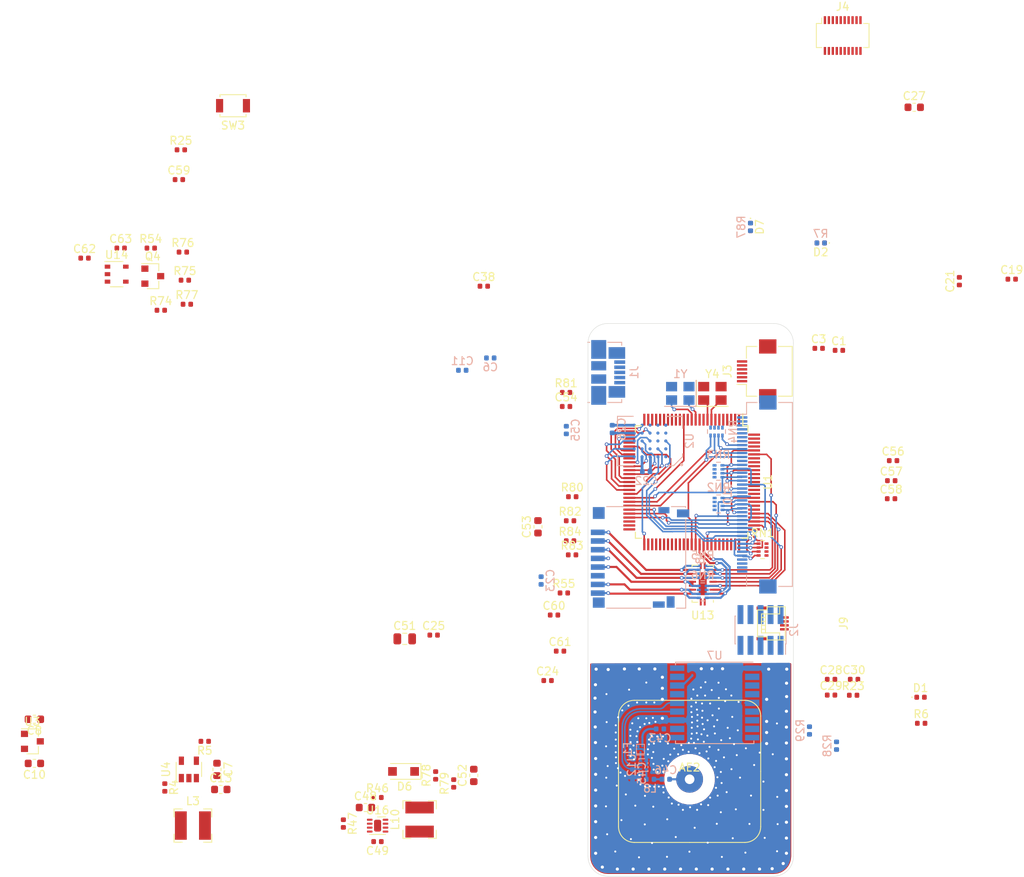
<source format=kicad_pcb>
(kicad_pcb (version 20171130) (host pcbnew 5.1.8+dfsg1-1~bpo10+1)
  (layers (0 F.Cu signal) (1 In1.Cu power) (2 In2.Cu power) (31 B.Cu signal) (34 B.Paste user) (35 F.Paste user) (36 B.SilkS user) (37 F.SilkS user) (38 B.Mask user) (39 F.Mask user) (44 Edge.Cuts user))
  (net 0 "")
  (net 1 GND)
  (net 2 /SDMMC1_VSEL)
  (net 3 /SDMMC1_CKIN)
  (net 4 "Net-(U1-Pad94)")
  (net 5 /I2C1_SCL_SYSTEM)
  (net 6 /LTDC_B5)
  (net 7 /LTDC_G7)
  (net 8 /SDMMC1_CMD)
  (net 9 /SDMMC1_DET)
  (net 10 /SDMMC1_CK)
  (net 11 /SDMMC1_D3)
  (net 12 /SDMMC1_D2)
  (net 13 /LTDC_B6)
  (net 14 "Net-(U1-Pad73)")
  (net 15 /LPUART1_RX_GPS)
  (net 16 /LPUART1_TX_GPS)
  (net 17 /LTDC_R6)
  (net 18 /SDMMC1_D1)
  (net 19 /SDMMC1_D0)
  (net 20 /LTDC_G6)
  (net 21 /I2C_SDA_SENSOR)
  (net 22 /I2C_SCL_SENSOR)
  (net 23 /LTDC_G3)
  (net 24 "Net-(U1-Pad48)")
  (net 25 /LTDC_G5)
  (net 26 /LTDC_G4)
  (net 27 /LTDC_R7)
  (net 28 /LTDC_DE)
  (net 29 /LTDC_B4)
  (net 30 /OCTOSPIM_P1_IO7)
  (net 31 /OCTOSPIM_P1_IO6)
  (net 32 /OCTOSPIM_P1_IO5)
  (net 33 /OCTOSPIM_P1_IO4)
  (net 34 /OCTOSPIM_P1_CLK)
  (net 35 /OCTOSPIM_P1_IO0)
  (net 36 /OCTOSPIM_P1_IO1)
  (net 37 /OCTOSPIM_P1_DQS)
  (net 38 /OCTOSPIM_P1_IO2)
  (net 39 /OCTOSPIM_P1_IO3)
  (net 40 /LTDC_R4)
  (net 41 /BTN_RIGHT)
  (net 42 /BTN_UP)
  (net 43 "Net-(U1-Pad20)")
  (net 44 /BTN_LEFT)
  (net 45 /BTN_DOWN)
  (net 46 /LTDC_R5)
  (net 47 /RCC_OSC_OUT)
  (net 48 /RCC_OSC_IN)
  (net 49 /RCC_OSC32_OUT)
  (net 50 /RCC_OSC32_IN)
  (net 51 /LTDC_B7)
  (net 52 /SD_D1)
  (net 53 /SD_D0)
  (net 54 /SD_CLK)
  (net 55 /SD_CMD)
  (net 56 /SD_D3)
  (net 57 /SD_D2)
  (net 58 /VDD_SD_IO_3V3_1V8)
  (net 59 /MCU_LV_RESET)
  (net 60 /TIM4_CH3_LCD_BL_PWM)
  (net 61 /PWR_BTN_OUT)
  (net 62 /PWR_MCU_INT)
  (net 63 /PWR_MCU_HOLD)
  (net 64 /DEBUG_SWDCLK_STM)
  (net 65 /DEBUG_SWDIO_STM)
  (net 66 /EN_LCD_PWR)
  (net 67 /DEBUG_NRESET_STM)
  (net 68 /EN_MCU_PWR)
  (net 69 "Net-(L8-Pad1)")
  (net 70 /GPS_WAKEUP)
  (net 71 "Net-(F1-Pad1)")
  (net 72 "Net-(C43-Pad1)")
  (net 73 /USB_PORT_VBUS)
  (net 74 "Net-(J2-Pad8)")
  (net 75 "Net-(J2-Pad7)")
  (net 76 "Net-(J2-Pad6)")
  (net 77 /VCC_MCU_3V3)
  (net 78 "Net-(J4-Pad8)")
  (net 79 "Net-(J4-Pad7)")
  (net 80 "Net-(J4-Pad6)")
  (net 81 "Net-(C51-Pad1)")
  (net 82 /LTDC_VS)
  (net 83 /LTDC_HS)
  (net 84 /LTDC_CK)
  (net 85 "Net-(C54-Pad1)")
  (net 86 /GPS_1PPS)
  (net 87 /STM_STATUS)
  (net 88 "Net-(Q4-Pad1)")
  (net 89 /GPS_RESET)
  (net 90 /USB_STM_D+)
  (net 91 /USB_STM_D-)
  (net 92 "Net-(U1-Pad54)")
  (net 93 "Net-(U1-Pad53)")
  (net 94 "Net-(U1-Pad52)")
  (net 95 /OCTOSPIM_P1_NPLK)
  (net 96 /OCTOSPIM_P1_NPS)
  (net 97 /STC911_INT)
  (net 98 "Net-(U2-PadC5)")
  (net 99 "Net-(U2-PadB5)")
  (net 100 "Net-(U2-PadA5)")
  (net 101 "Net-(U2-PadC2)")
  (net 102 "Net-(U2-PadA2)")
  (net 103 /VCC_BACKUP)
  (net 104 "Net-(R4-Pad1)")
  (net 105 "Net-(L3-Pad1)")
  (net 106 "Net-(U7-Pad15)")
  (net 107 /GPS_VCC_RF)
  (net 108 /GPS_ANT_OFF)
  (net 109 "Net-(C43-Pad2)")
  (net 110 /VDD_SD_1V8)
  (net 111 "Net-(R54-Pad1)")
  (net 112 "Net-(D6-Pad2)")
  (net 113 "Net-(R78-Pad1)")
  (net 114 "Net-(J9-Pad4)")
  (net 115 "Net-(C49-Pad2)")
  (net 116 "Net-(AE2-Pad1)")
  (net 117 "Net-(C46-Pad2)")
  (net 118 "Net-(C48-Pad2)")
  (net 119 "Net-(C52-Pad2)")
  (net 120 "Net-(D1-Pad1)")
  (net 121 "Net-(D2-Pad1)")
  (net 122 "Net-(D7-Pad1)")
  (net 123 /STC911_RESET)
  (net 124 "Net-(J9-Pad3)")
  (net 125 "Net-(J9-Pad2)")
  (net 126 "Net-(R74-Pad1)")
  (net 127 "Net-(J10-Pad7)")
  (net 128 "Net-(J10-Pad5)")
  (net 129 "Net-(J10-Pad4)")
  (net 130 "Net-(J10-Pad3)")
  (net 131 "Net-(J10-Pad2)")
  (net 132 "Net-(J10-Pad1)")
  (net 133 "Net-(J4-Pad20)")
  (net 134 "Net-(J4-Pad18)")
  (net 135 "Net-(J4-Pad16)")
  (net 136 "Net-(J4-Pad14)")
  (net 137 "Net-(J4-Pad12)")
  (net 138 "Net-(J4-Pad10)")
  (net 139 "Net-(J4-Pad4)")
  (net 140 "Net-(J4-Pad2)")
  (net 141 "Net-(J4-Pad19)")
  (net 142 "Net-(J4-Pad17)")
  (net 143 "Net-(J4-Pad15)")
  (net 144 "Net-(J4-Pad13)")
  (net 145 "Net-(J4-Pad11)")
  (net 146 "Net-(J4-Pad9)")
  (net 147 "Net-(J4-Pad5)")
  (net 148 "Net-(J4-Pad3)")
  (net 149 "Net-(J4-Pad1)")
  (net 150 /VCC_VBUS_USB)
  (net 151 "Net-(U1-Pad98)")
  (net 152 "Net-(U1-Pad97)")
  (net 153 /I2C1_SDA_SYSTEM)
  (net 154 "Net-(U1-Pad88)")
  (net 155 "Net-(U1-Pad56)")
  (net 156 "Net-(U1-Pad55)")
  (net 157 "Net-(U1-Pad25)")
  (net 158 "Net-(U1-Pad24)")
  (net 159 "Net-(U1-Pad23)")
  (net 160 "Net-(U1-Pad7)")
  (net 161 "Net-(U1-Pad5)")
  (net 162 "Net-(U1-Pad4)")
  (net 163 "Net-(U1-Pad3)")
  (net 164 "Net-(U1-Pad2)")
  (net 165 "Net-(U1-Pad1)")
  (net 166 "Net-(J1-Pad4)")
  (module LED_SMD:LED_0402_1005Metric (layer F.Cu) (at 214.3585 98.158 270)
    (fp_text reference D7 (at 0 -1.17 90) (layer F.SilkS))
    (fp_text value USB_DETECT)
    (pad 2 smd roundrect (at 0.485 0 270) (size 0.59 0.64) (layers F.Cu F.Paste F.Mask) (net 73 /USB_PORT_VBUS))
    (pad 1 smd roundrect (at -0.485 0 270) (size 0.59 0.64) (layers F.Cu F.Paste F.Mask) (net 122 "Net-(D7-Pad1)"))
  )
  (module Filter:Filter_1109-5_1.1x0.9mm (layer B.Cu) (at 200.425 164.3 90)
    (fp_text reference F1 (at 0 -1.6 90) (layer B.SilkS) (effects (justify mirror)))
    (fp_text value B39162B8813P810)
    (pad 1 smd rect (at -0.385 0) (size 0.25 0.18) (layers B.Cu B.Paste B.Mask) (net 71 "Net-(F1-Pad1)"))
    (pad 2 smd rect (at 0 -0.25) (size 0.25 0.18) (layers B.Cu B.Paste B.Mask) (net 1 GND))
    (pad 3 smd rect (at 0.385 -0.25) (size 0.25 0.18) (layers B.Cu B.Paste B.Mask) (net 1 GND))
    (pad 4 smd rect (at 0.385 0.25) (size 0.25 0.18) (layers B.Cu B.Paste B.Mask) (net 72 "Net-(C43-Pad1)"))
    (pad 5 smd rect (at 0 0.25) (size 0.25 0.18) (layers B.Cu B.Paste B.Mask) (net 1 GND))
  )
  (module LED_SMD:LED_0402_1005Metric (layer F.Cu) (at 223.2485 100.19 180)
    (fp_text reference D2 (at 0 -1.17) (layer F.SilkS))
    (fp_text value STM_STATUS)
    (pad 2 smd roundrect (at 0.485 0 180) (size 0.59 0.64) (layers F.Cu F.Paste F.Mask) (net 87 /STM_STATUS))
    (pad 1 smd roundrect (at -0.485 0 180) (size 0.59 0.64) (layers F.Cu F.Paste F.Mask) (net 121 "Net-(D2-Pad1)"))
  )
  (module LED_SMD:LED_0402_1005Metric (layer F.Cu) (at 235.8875 157.734)
    (fp_text reference D1 (at 0 -1.17) (layer F.SilkS))
    (fp_text value GPS_1PPS)
    (pad 2 smd roundrect (at 0.485 0) (size 0.59 0.64) (layers F.Cu F.Paste F.Mask) (net 86 /GPS_1PPS))
    (pad 1 smd roundrect (at -0.485 0) (size 0.59 0.64) (layers F.Cu F.Paste F.Mask) (net 120 "Net-(D1-Pad1)"))
  )
  (module Connector_PinHeader_1.27mm:PinHeader_2x05_P1.27mm_Vertical_SMD (layer B.Cu) (at 215.6285 149.212 90)
    (fp_text reference J2 (at 0 4.235 270) (layer B.SilkS) (effects (justify mirror)))
    (fp_text value DEBUG_STM)
    (pad 10 smd rect (at 1.95 -2.54 90) (size 2.4 0.74) (layers B.Cu B.Paste B.Mask) (net 67 /DEBUG_NRESET_STM))
    (pad 9 smd rect (at -1.95 -2.54 90) (size 2.4 0.74) (layers B.Cu B.Paste B.Mask) (net 1 GND))
    (pad 8 smd rect (at 1.95 -1.27 90) (size 2.4 0.74) (layers B.Cu B.Paste B.Mask) (net 74 "Net-(J2-Pad8)"))
    (pad 7 smd rect (at -1.95 -1.27 90) (size 2.4 0.74) (layers B.Cu B.Paste B.Mask) (net 75 "Net-(J2-Pad7)"))
    (pad 6 smd rect (at 1.95 0 90) (size 2.4 0.74) (layers B.Cu B.Paste B.Mask) (net 76 "Net-(J2-Pad6)"))
    (pad 5 smd rect (at -1.95 0 90) (size 2.4 0.74) (layers B.Cu B.Paste B.Mask) (net 1 GND))
    (pad 4 smd rect (at 1.95 1.27 90) (size 2.4 0.74) (layers B.Cu B.Paste B.Mask) (net 64 /DEBUG_SWDCLK_STM))
    (pad 3 smd rect (at -1.95 1.27 90) (size 2.4 0.74) (layers B.Cu B.Paste B.Mask) (net 1 GND))
    (pad 2 smd rect (at 1.95 2.54 90) (size 2.4 0.74) (layers B.Cu B.Paste B.Mask) (net 65 /DEBUG_SWDIO_STM))
    (pad 1 smd rect (at -1.95 2.54 90) (size 2.4 0.74) (layers B.Cu B.Paste B.Mask) (net 77 /VCC_MCU_3V3))
  )
  (module Capacitor_SMD:C_0402_1005Metric (layer F.Cu) (at 188.67 155.62)
    (fp_text reference C24 (at 0 -1.17) (layer F.SilkS))
    (fp_text value 0.1u)
    (pad 2 smd roundrect (at 0.485 0) (size 0.59 0.64) (layers F.Cu F.Paste F.Mask) (net 1 GND))
    (pad 1 smd roundrect (at -0.485 0) (size 0.59 0.64) (layers F.Cu F.Paste F.Mask) (net 77 /VCC_MCU_3V3))
  )
  (module Capacitor_SMD:C_0805_2012Metric (layer F.Cu) (at 170.584 150.34)
    (fp_text reference C51 (at 0 -1.65) (layer F.SilkS))
    (fp_text value 10u)
    (pad 2 smd roundrect (at 0.9375 0) (size 0.975 1.4) (layers F.Cu F.Paste F.Mask) (net 1 GND))
    (pad 1 smd roundrect (at -0.9375 0) (size 0.975 1.4) (layers F.Cu F.Paste F.Mask) (net 81 "Net-(C51-Pad1)"))
  )
  (module Capacitor_SMD:C_0402_1005Metric (layer F.Cu) (at 174.244 149.86)
    (fp_text reference C25 (at 0 -1.17) (layer F.SilkS))
    (fp_text value 0.1u)
    (pad 2 smd roundrect (at 0.485 0) (size 0.59 0.64) (layers F.Cu F.Paste F.Mask) (net 1 GND))
    (pad 1 smd roundrect (at -0.485 0) (size 0.59 0.64) (layers F.Cu F.Paste F.Mask) (net 77 /VCC_MCU_3V3))
  )
  (module Connector_Molex:Molex_SlimStack_55560-0201_2x10_P0.50mm_Vertical (layer F.Cu) (at 226.032 73.91)
    (fp_text reference J4 (at 0 -3.65) (layer F.SilkS))
    (fp_text value Conn_02x10_Counter_Clockwise)
    (pad 20 smd rect (at 2.25 1.95) (size 0.3 1) (layers F.Cu F.Paste F.Mask) (net 133 "Net-(J4-Pad20)"))
    (pad 18 smd rect (at 1.75 1.95) (size 0.3 1) (layers F.Cu F.Paste F.Mask) (net 134 "Net-(J4-Pad18)"))
    (pad 16 smd rect (at 1.25 1.95) (size 0.3 1) (layers F.Cu F.Paste F.Mask) (net 135 "Net-(J4-Pad16)"))
    (pad 14 smd rect (at 0.75 1.95) (size 0.3 1) (layers F.Cu F.Paste F.Mask) (net 136 "Net-(J4-Pad14)"))
    (pad 12 smd rect (at 0.25 1.95) (size 0.3 1) (layers F.Cu F.Paste F.Mask) (net 137 "Net-(J4-Pad12)"))
    (pad 10 smd rect (at -0.25 1.95) (size 0.3 1) (layers F.Cu F.Paste F.Mask) (net 138 "Net-(J4-Pad10)"))
    (pad 8 smd rect (at -0.75 1.95) (size 0.3 1) (layers F.Cu F.Paste F.Mask) (net 78 "Net-(J4-Pad8)"))
    (pad 6 smd rect (at -1.25 1.95) (size 0.3 1) (layers F.Cu F.Paste F.Mask) (net 80 "Net-(J4-Pad6)"))
    (pad 4 smd rect (at -1.75 1.95) (size 0.3 1) (layers F.Cu F.Paste F.Mask) (net 139 "Net-(J4-Pad4)"))
    (pad 2 smd rect (at -2.25 1.95) (size 0.3 1) (layers F.Cu F.Paste F.Mask) (net 140 "Net-(J4-Pad2)"))
    (pad 19 smd rect (at 2.25 -1.95) (size 0.3 1) (layers F.Cu F.Paste F.Mask) (net 141 "Net-(J4-Pad19)"))
    (pad 17 smd rect (at 1.75 -1.95) (size 0.3 1) (layers F.Cu F.Paste F.Mask) (net 142 "Net-(J4-Pad17)"))
    (pad 15 smd rect (at 1.25 -1.95) (size 0.3 1) (layers F.Cu F.Paste F.Mask) (net 143 "Net-(J4-Pad15)"))
    (pad 13 smd rect (at 0.75 -1.95) (size 0.3 1) (layers F.Cu F.Paste F.Mask) (net 144 "Net-(J4-Pad13)"))
    (pad 11 smd rect (at 0.25 -1.95) (size 0.3 1) (layers F.Cu F.Paste F.Mask) (net 145 "Net-(J4-Pad11)"))
    (pad 9 smd rect (at -0.25 -1.95) (size 0.3 1) (layers F.Cu F.Paste F.Mask) (net 146 "Net-(J4-Pad9)"))
    (pad 7 smd rect (at -0.75 -1.95) (size 0.3 1) (layers F.Cu F.Paste F.Mask) (net 79 "Net-(J4-Pad7)"))
    (pad 5 smd rect (at -1.25 -1.95) (size 0.3 1) (layers F.Cu F.Paste F.Mask) (net 147 "Net-(J4-Pad5)"))
    (pad 3 smd rect (at -1.75 -1.95) (size 0.3 1) (layers F.Cu F.Paste F.Mask) (net 148 "Net-(J4-Pad3)"))
    (pad 1 smd rect (at -2.25 -1.95) (size 0.3 1) (layers F.Cu F.Paste F.Mask) (net 149 "Net-(J4-Pad1)"))
  )
  (module Connector_USB:USB_Micro-B_Molex_47346-0001 (layer B.Cu) (at 196.342 116.586 90)
    (fp_text reference J1 (at 0 3.3 90) (layer B.SilkS) (effects (justify mirror)))
    (fp_text value USB_B_Micro)
    (pad 6 smd rect (at 0.84 -1.2 90) (size 1.175 1.9) (layers B.Cu B.Paste B.Mask) (net 1 GND))
    (pad 6 smd rect (at -0.84 -1.2 90) (size 1.175 1.9) (layers B.Cu B.Paste B.Mask) (net 1 GND))
    (pad 6 smd rect (at 2.91 -1.2 90) (size 2.375 1.9) (layers B.Cu B.Paste B.Mask) (net 1 GND))
    (pad 6 smd rect (at -2.91 -1.2 90) (size 2.375 1.9) (layers B.Cu B.Paste B.Mask) (net 1 GND))
    (pad 6 smd rect (at 2.4625 1.1 90) (size 1.475 2.1) (layers B.Cu B.Paste B.Mask) (net 1 GND))
    (pad 6 smd rect (at -2.4625 1.1 90) (size 1.475 2.1) (layers B.Cu B.Paste B.Mask) (net 1 GND))
    (pad 5 smd rect (at 1.3 1.46 90) (size 0.45 1.38) (layers B.Cu B.Paste B.Mask) (net 1 GND))
    (pad 4 smd rect (at 0.65 1.46 90) (size 0.45 1.38) (layers B.Cu B.Paste B.Mask) (net 166 "Net-(J1-Pad4)"))
    (pad 3 smd rect (at 0 1.46 90) (size 0.45 1.38) (layers B.Cu B.Paste B.Mask) (net 91 /USB_STM_D-))
    (pad 2 smd rect (at -0.65 1.46 90) (size 0.45 1.38) (layers B.Cu B.Paste B.Mask) (net 90 /USB_STM_D+))
    (pad 1 smd rect (at -1.3 1.46 90) (size 0.45 1.38) (layers B.Cu B.Paste B.Mask) (net 73 /USB_PORT_VBUS))
  )
  (module Resistor_SMD:R_0402_1005Metric (layer B.Cu) (at 223.2485 100.19 180)
    (fp_text reference R7 (at 0 1.17) (layer B.SilkS) (effects (justify mirror)))
    (fp_text value 1k)
    (pad 2 smd roundrect (at 0.485 0 180) (size 0.59 0.64) (layers B.Cu B.Paste B.Mask) (net 1 GND))
    (pad 1 smd roundrect (at -0.485 0 180) (size 0.59 0.64) (layers B.Cu B.Paste B.Mask) (net 121 "Net-(D2-Pad1)"))
  )
  (module Resistor_SMD:R_0402_1005Metric (layer F.Cu) (at 235.966 161.036)
    (fp_text reference R6 (at 0 -1.17) (layer F.SilkS))
    (fp_text value 1k)
    (pad 2 smd roundrect (at 0.485 0) (size 0.59 0.64) (layers F.Cu F.Paste F.Mask) (net 1 GND))
    (pad 1 smd roundrect (at -0.485 0) (size 0.59 0.64) (layers F.Cu F.Paste F.Mask) (net 120 "Net-(D1-Pad1)"))
  )
  (module Inductor_SMD:L_Bourns-SRN4018 (layer F.Cu) (at 172.466 173.228 270)
    (fp_text reference L10 (at 0 3.1 90) (layer F.SilkS))
    (fp_text value 3.9n)
    (pad 2 smd rect (at 1.525 0 270) (size 1.5 3.6) (layers F.Cu F.Paste F.Mask) (net 112 "Net-(D6-Pad2)"))
    (pad 1 smd rect (at -1.525 0 270) (size 1.5 3.6) (layers F.Cu F.Paste F.Mask) (net 118 "Net-(C48-Pad2)"))
  )
  (module Inductor_SMD:L_Bourns-SRN4018 (layer F.Cu) (at 143.764 173.99 180)
    (fp_text reference L3 (at 0 3.1) (layer F.SilkS))
    (fp_text value L_Small)
    (pad 2 smd rect (at 1.525 0 180) (size 1.5 3.6) (layers F.Cu F.Paste F.Mask) (net 77 /VCC_MCU_3V3))
    (pad 1 smd rect (at -1.525 0 180) (size 1.5 3.6) (layers F.Cu F.Paste F.Mask) (net 105 "Net-(L3-Pad1)"))
  )
  (module Capacitor_SMD:C_0402_1005Metric (layer F.Cu) (at 227.468 155.469)
    (fp_text reference C30 (at 0 -1.17) (layer F.SilkS))
    (fp_text value 0.1u)
    (pad 2 smd roundrect (at 0.485 0) (size 0.59 0.64) (layers F.Cu F.Paste F.Mask) (net 1 GND))
    (pad 1 smd roundrect (at -0.485 0) (size 0.59 0.64) (layers F.Cu F.Paste F.Mask) (net 103 /VCC_BACKUP))
  )
  (module Capacitor_SMD:C_0402_1005Metric (layer F.Cu) (at 224.558 157.459)
    (fp_text reference C29 (at 0 -1.17) (layer F.SilkS))
    (fp_text value 0.1u)
    (pad 2 smd roundrect (at 0.485 0) (size 0.59 0.64) (layers F.Cu F.Paste F.Mask) (net 1 GND))
    (pad 1 smd roundrect (at -0.485 0) (size 0.59 0.64) (layers F.Cu F.Paste F.Mask) (net 77 /VCC_MCU_3V3))
  )
  (module Capacitor_SMD:C_0402_1005Metric (layer F.Cu) (at 224.558 155.469)
    (fp_text reference C28 (at 0 -1.17) (layer F.SilkS))
    (fp_text value 0.1u)
    (pad 2 smd roundrect (at 0.485 0) (size 0.59 0.64) (layers F.Cu F.Paste F.Mask) (net 1 GND))
    (pad 1 smd roundrect (at -0.485 0) (size 0.59 0.64) (layers F.Cu F.Paste F.Mask) (net 77 /VCC_MCU_3V3))
  )
  (module Connector_Card:microSD_HC_Hirose_DM3D-SF (layer B.Cu) (at 200.37 140.02 90)
    (fp_text reference J8 (at -0.025 7.625 270) (layer B.SilkS) (effects (justify mirror)))
    (fp_text value Micro_SD_Card_Det)
    (pad 10 smd rect (at 5.575 5.45 90) (size 1 1.55) (layers B.Cu B.Paste B.Mask) (net 1 GND))
    (pad 11 smd rect (at 5.625 -5.225 90) (size 1.5 1.5) (layers B.Cu B.Paste B.Mask) (net 1 GND))
    (pad 1 smd rect (at 3.175 -5.35 90) (size 0.7 1.75) (layers B.Cu B.Paste B.Mask) (net 57 /SD_D2))
    (pad 2 smd rect (at 2.075 -5.35 90) (size 0.7 1.75) (layers B.Cu B.Paste B.Mask) (net 56 /SD_D3))
    (pad 3 smd rect (at 0.975 -5.35 90) (size 0.7 1.75) (layers B.Cu B.Paste B.Mask) (net 55 /SD_CMD))
    (pad 4 smd rect (at -0.125 -5.35 90) (size 0.7 1.75) (layers B.Cu B.Paste B.Mask) (net 77 /VCC_MCU_3V3))
    (pad 5 smd rect (at -1.225 -5.35 90) (size 0.7 1.75) (layers B.Cu B.Paste B.Mask) (net 54 /SD_CLK))
    (pad 6 smd rect (at -2.325 -5.35 90) (size 0.7 1.75) (layers B.Cu B.Paste B.Mask) (net 1 GND))
    (pad 7 smd rect (at -3.425 -5.35 90) (size 0.7 1.75) (layers B.Cu B.Paste B.Mask) (net 53 /SD_D0))
    (pad 11 smd rect (at 5.975 3.025 90) (size 0.8 1.4) (layers B.Cu B.Paste B.Mask) (net 1 GND))
    (pad 9 smd rect (at -5.65 3.875 90) (size 1.45 1) (layers B.Cu B.Paste B.Mask) (net 9 /SDMMC1_DET))
    (pad 11 smd rect (at -5.975 2.375 90) (size 0.8 1.5) (layers B.Cu B.Paste B.Mask) (net 1 GND))
    (pad 11 smd rect (at -5.725 -5.225 90) (size 1.3 1.5) (layers B.Cu B.Paste B.Mask) (net 1 GND))
    (pad 8 smd rect (at -4.525 -5.35 90) (size 0.7 1.75) (layers B.Cu B.Paste B.Mask) (net 52 /SD_D1))
  )
  (module Package_QFP:LQFP-100_14x14mm_P0.5mm (layer F.Cu) (at 206.914 130.472 270)
    (fp_text reference U1 (at 0 -9.649999 270) (layer F.SilkS))
    (fp_text value STM32H723VITx)
    (pad 100 smd rect (at -6 -7.9) (size 1.5 0.28) (layers F.Cu F.Paste F.Mask) (net 77 /VCC_MCU_3V3))
    (pad 99 smd rect (at -5.5 -7.9) (size 1.5 0.28) (layers F.Cu F.Paste F.Mask) (net 1 GND))
    (pad 98 smd rect (at -5 -7.9) (size 1.5 0.28) (layers F.Cu F.Paste F.Mask) (net 151 "Net-(U1-Pad98)"))
    (pad 97 smd rect (at -4.5 -7.9) (size 1.5 0.28) (layers F.Cu F.Paste F.Mask) (net 152 "Net-(U1-Pad97)"))
    (pad 96 smd rect (at -4 -7.9) (size 1.5 0.28) (layers F.Cu F.Paste F.Mask) (net 51 /LTDC_B7))
    (pad 95 smd rect (at -3.5 -7.9) (size 1.5 0.28) (layers F.Cu F.Paste F.Mask) (net 3 /SDMMC1_CKIN))
    (pad 94 smd rect (at -3 -7.9) (size 1.5 0.28) (layers F.Cu F.Paste F.Mask) (net 4 "Net-(U1-Pad94)"))
    (pad 93 smd rect (at -2.5 -7.9) (size 1.5 0.28) (layers F.Cu F.Paste F.Mask) (net 153 /I2C1_SDA_SYSTEM))
    (pad 92 smd rect (at -2 -7.9) (size 1.5 0.28) (layers F.Cu F.Paste F.Mask) (net 5 /I2C1_SCL_SYSTEM))
    (pad 91 smd rect (at -1.5 -7.9) (size 1.5 0.28) (layers F.Cu F.Paste F.Mask) (net 6 /LTDC_B5))
    (pad 90 smd rect (at -1 -7.9) (size 1.5 0.28) (layers F.Cu F.Paste F.Mask) (net 70 /GPS_WAKEUP))
    (pad 89 smd rect (at -0.5 -7.9) (size 1.5 0.28) (layers F.Cu F.Paste F.Mask) (net 89 /GPS_RESET))
    (pad 88 smd rect (at 0 -7.9) (size 1.5 0.28) (layers F.Cu F.Paste F.Mask) (net 154 "Net-(U1-Pad88)"))
    (pad 87 smd rect (at 0.5 -7.9) (size 1.5 0.28) (layers F.Cu F.Paste F.Mask) (net 63 /PWR_MCU_HOLD))
    (pad 86 smd rect (at 1 -7.9) (size 1.5 0.28) (layers F.Cu F.Paste F.Mask) (net 61 /PWR_BTN_OUT))
    (pad 85 smd rect (at 1.5 -7.9) (size 1.5 0.28) (layers F.Cu F.Paste F.Mask) (net 62 /PWR_MCU_INT))
    (pad 84 smd rect (at 2 -7.9) (size 1.5 0.28) (layers F.Cu F.Paste F.Mask) (net 7 /LTDC_G7))
    (pad 83 smd rect (at 2.5 -7.9) (size 1.5 0.28) (layers F.Cu F.Paste F.Mask) (net 8 /SDMMC1_CMD))
    (pad 82 smd rect (at 3 -7.9) (size 1.5 0.28) (layers F.Cu F.Paste F.Mask) (net 2 /SDMMC1_VSEL))
    (pad 81 smd rect (at 3.5 -7.9) (size 1.5 0.28) (layers F.Cu F.Paste F.Mask) (net 9 /SDMMC1_DET))
    (pad 80 smd rect (at 4 -7.9) (size 1.5 0.28) (layers F.Cu F.Paste F.Mask) (net 10 /SDMMC1_CK))
    (pad 79 smd rect (at 4.5 -7.9) (size 1.5 0.28) (layers F.Cu F.Paste F.Mask) (net 11 /SDMMC1_D3))
    (pad 78 smd rect (at 5 -7.9) (size 1.5 0.28) (layers F.Cu F.Paste F.Mask) (net 12 /SDMMC1_D2))
    (pad 77 smd rect (at 5.5 -7.9) (size 1.5 0.28) (layers F.Cu F.Paste F.Mask) (net 13 /LTDC_B6))
    (pad 76 smd rect (at 6 -7.9) (size 1.5 0.28) (layers F.Cu F.Paste F.Mask) (net 64 /DEBUG_SWDCLK_STM))
    (pad 75 smd rect (at 7.9 -6 270) (size 1.5 0.28) (layers F.Cu F.Paste F.Mask) (net 77 /VCC_MCU_3V3))
    (pad 74 smd rect (at 7.9 -5.5 270) (size 1.5 0.28) (layers F.Cu F.Paste F.Mask) (net 1 GND))
    (pad 73 smd rect (at 7.9 -5 270) (size 1.5 0.28) (layers F.Cu F.Paste F.Mask) (net 14 "Net-(U1-Pad73)"))
    (pad 72 smd rect (at 7.9 -4.5 270) (size 1.5 0.28) (layers F.Cu F.Paste F.Mask) (net 65 /DEBUG_SWDIO_STM))
    (pad 71 smd rect (at 7.9 -4 270) (size 1.5 0.28) (layers F.Cu F.Paste F.Mask) (net 90 /USB_STM_D+))
    (pad 70 smd rect (at 7.9 -3.5 270) (size 1.5 0.28) (layers F.Cu F.Paste F.Mask) (net 91 /USB_STM_D-))
    (pad 69 smd rect (at 7.9 -3 270) (size 1.5 0.28) (layers F.Cu F.Paste F.Mask) (net 15 /LPUART1_RX_GPS))
    (pad 68 smd rect (at 7.9 -2.5 270) (size 1.5 0.28) (layers F.Cu F.Paste F.Mask) (net 16 /LPUART1_TX_GPS))
    (pad 67 smd rect (at 7.9 -2 270) (size 1.5 0.28) (layers F.Cu F.Paste F.Mask) (net 17 /LTDC_R6))
    (pad 66 smd rect (at 7.9 -1.5 270) (size 1.5 0.28) (layers F.Cu F.Paste F.Mask) (net 18 /SDMMC1_D1))
    (pad 65 smd rect (at 7.9 -1 270) (size 1.5 0.28) (layers F.Cu F.Paste F.Mask) (net 19 /SDMMC1_D0))
    (pad 64 smd rect (at 7.9 -0.5 270) (size 1.5 0.28) (layers F.Cu F.Paste F.Mask) (net 20 /LTDC_G6))
    (pad 63 smd rect (at 7.9 0 270) (size 1.5 0.28) (layers F.Cu F.Paste F.Mask) (net 83 /LTDC_HS))
    (pad 62 smd rect (at 7.9 0.5 270) (size 1.5 0.28) (layers F.Cu F.Paste F.Mask) (net 66 /EN_LCD_PWR))
    (pad 61 smd rect (at 7.9 1 270) (size 1.5 0.28) (layers F.Cu F.Paste F.Mask) (net 60 /TIM4_CH3_LCD_BL_PWM))
    (pad 60 smd rect (at 7.9 1.5 270) (size 1.5 0.28) (layers F.Cu F.Paste F.Mask) (net 21 /I2C_SDA_SENSOR))
    (pad 59 smd rect (at 7.9 2 270) (size 1.5 0.28) (layers F.Cu F.Paste F.Mask) (net 22 /I2C_SCL_SENSOR))
    (pad 58 smd rect (at 7.9 2.5 270) (size 1.5 0.28) (layers F.Cu F.Paste F.Mask) (net 87 /STM_STATUS))
    (pad 57 smd rect (at 7.9 3 270) (size 1.5 0.28) (layers F.Cu F.Paste F.Mask) (net 23 /LTDC_G3))
    (pad 56 smd rect (at 7.9 3.5 270) (size 1.5 0.28) (layers F.Cu F.Paste F.Mask) (net 155 "Net-(U1-Pad56)"))
    (pad 55 smd rect (at 7.9 4 270) (size 1.5 0.28) (layers F.Cu F.Paste F.Mask) (net 156 "Net-(U1-Pad55)"))
    (pad 54 smd rect (at 7.9 4.5 270) (size 1.5 0.28) (layers F.Cu F.Paste F.Mask) (net 92 "Net-(U1-Pad54)"))
    (pad 53 smd rect (at 7.9 5 270) (size 1.5 0.28) (layers F.Cu F.Paste F.Mask) (net 93 "Net-(U1-Pad53)"))
    (pad 52 smd rect (at 7.9 5.5 270) (size 1.5 0.28) (layers F.Cu F.Paste F.Mask) (net 94 "Net-(U1-Pad52)"))
    (pad 51 smd rect (at 7.9 6 270) (size 1.5 0.28) (layers F.Cu F.Paste F.Mask) (net 95 /OCTOSPIM_P1_NPLK))
    (pad 50 smd rect (at 6 7.9) (size 1.5 0.28) (layers F.Cu F.Paste F.Mask) (net 77 /VCC_MCU_3V3))
    (pad 49 smd rect (at 5.5 7.9) (size 1.5 0.28) (layers F.Cu F.Paste F.Mask) (net 1 GND))
    (pad 48 smd rect (at 5 7.9) (size 1.5 0.28) (layers F.Cu F.Paste F.Mask) (net 24 "Net-(U1-Pad48)"))
    (pad 47 smd rect (at 4.5 7.9) (size 1.5 0.28) (layers F.Cu F.Paste F.Mask) (net 25 /LTDC_G5))
    (pad 46 smd rect (at 4 7.9) (size 1.5 0.28) (layers F.Cu F.Paste F.Mask) (net 26 /LTDC_G4))
    (pad 45 smd rect (at 3.5 7.9) (size 1.5 0.28) (layers F.Cu F.Paste F.Mask) (net 27 /LTDC_R7))
    (pad 44 smd rect (at 3 7.9) (size 1.5 0.28) (layers F.Cu F.Paste F.Mask) (net 84 /LTDC_CK))
    (pad 43 smd rect (at 2.5 7.9) (size 1.5 0.28) (layers F.Cu F.Paste F.Mask) (net 28 /LTDC_DE))
    (pad 42 smd rect (at 2 7.9) (size 1.5 0.28) (layers F.Cu F.Paste F.Mask) (net 29 /LTDC_B4))
    (pad 41 smd rect (at 1.5 7.9) (size 1.5 0.28) (layers F.Cu F.Paste F.Mask) (net 96 /OCTOSPIM_P1_NPS))
    (pad 40 smd rect (at 1 7.9) (size 1.5 0.28) (layers F.Cu F.Paste F.Mask) (net 30 /OCTOSPIM_P1_IO7))
    (pad 39 smd rect (at 0.5 7.9) (size 1.5 0.28) (layers F.Cu F.Paste F.Mask) (net 31 /OCTOSPIM_P1_IO6))
    (pad 38 smd rect (at 0 7.9) (size 1.5 0.28) (layers F.Cu F.Paste F.Mask) (net 32 /OCTOSPIM_P1_IO5))
    (pad 37 smd rect (at -0.5 7.9) (size 1.5 0.28) (layers F.Cu F.Paste F.Mask) (net 33 /OCTOSPIM_P1_IO4))
    (pad 36 smd rect (at -1 7.9) (size 1.5 0.28) (layers F.Cu F.Paste F.Mask) (net 34 /OCTOSPIM_P1_CLK))
    (pad 35 smd rect (at -1.5 7.9) (size 1.5 0.28) (layers F.Cu F.Paste F.Mask) (net 35 /OCTOSPIM_P1_IO0))
    (pad 34 smd rect (at -2 7.9) (size 1.5 0.28) (layers F.Cu F.Paste F.Mask) (net 36 /OCTOSPIM_P1_IO1))
    (pad 33 smd rect (at -2.5 7.9) (size 1.5 0.28) (layers F.Cu F.Paste F.Mask) (net 37 /OCTOSPIM_P1_DQS))
    (pad 32 smd rect (at -3 7.9) (size 1.5 0.28) (layers F.Cu F.Paste F.Mask) (net 44 /BTN_LEFT))
    (pad 31 smd rect (at -3.5 7.9) (size 1.5 0.28) (layers F.Cu F.Paste F.Mask) (net 38 /OCTOSPIM_P1_IO2))
    (pad 30 smd rect (at -4 7.9) (size 1.5 0.28) (layers F.Cu F.Paste F.Mask) (net 39 /OCTOSPIM_P1_IO3))
    (pad 29 smd rect (at -4.5 7.9) (size 1.5 0.28) (layers F.Cu F.Paste F.Mask) (net 40 /LTDC_R4))
    (pad 28 smd rect (at -5 7.9) (size 1.5 0.28) (layers F.Cu F.Paste F.Mask) (net 82 /LTDC_VS))
    (pad 27 smd rect (at -5.5 7.9) (size 1.5 0.28) (layers F.Cu F.Paste F.Mask) (net 77 /VCC_MCU_3V3))
    (pad 26 smd rect (at -6 7.9) (size 1.5 0.28) (layers F.Cu F.Paste F.Mask) (net 1 GND))
    (pad 25 smd rect (at -7.9 6 270) (size 1.5 0.28) (layers F.Cu F.Paste F.Mask) (net 157 "Net-(U1-Pad25)"))
    (pad 24 smd rect (at -7.9 5.5 270) (size 1.5 0.28) (layers F.Cu F.Paste F.Mask) (net 158 "Net-(U1-Pad24)"))
    (pad 23 smd rect (at -7.9 5 270) (size 1.5 0.28) (layers F.Cu F.Paste F.Mask) (net 159 "Net-(U1-Pad23)"))
    (pad 22 smd rect (at -7.9 4.5 270) (size 1.5 0.28) (layers F.Cu F.Paste F.Mask) (net 97 /STC911_INT))
    (pad 21 smd rect (at -7.9 4 270) (size 1.5 0.28) (layers F.Cu F.Paste F.Mask) (net 77 /VCC_MCU_3V3))
    (pad 20 smd rect (at -7.9 3.5 270) (size 1.5 0.28) (layers F.Cu F.Paste F.Mask) (net 43 "Net-(U1-Pad20)"))
    (pad 19 smd rect (at -7.9 3 270) (size 1.5 0.28) (layers F.Cu F.Paste F.Mask) (net 1 GND))
    (pad 18 smd rect (at -7.9 2.5 270) (size 1.5 0.28) (layers F.Cu F.Paste F.Mask) (net 45 /BTN_DOWN))
    (pad 17 smd rect (at -7.9 2 270) (size 1.5 0.28) (layers F.Cu F.Paste F.Mask) (net 41 /BTN_RIGHT))
    (pad 16 smd rect (at -7.9 1.5 270) (size 1.5 0.28) (layers F.Cu F.Paste F.Mask) (net 42 /BTN_UP))
    (pad 15 smd rect (at -7.9 1 270) (size 1.5 0.28) (layers F.Cu F.Paste F.Mask) (net 46 /LTDC_R5))
    (pad 14 smd rect (at -7.9 0.5 270) (size 1.5 0.28) (layers F.Cu F.Paste F.Mask) (net 67 /DEBUG_NRESET_STM))
    (pad 13 smd rect (at -7.9 0 270) (size 1.5 0.28) (layers F.Cu F.Paste F.Mask) (net 47 /RCC_OSC_OUT))
    (pad 12 smd rect (at -7.9 -0.5 270) (size 1.5 0.28) (layers F.Cu F.Paste F.Mask) (net 48 /RCC_OSC_IN))
    (pad 11 smd rect (at -7.9 -1 270) (size 1.5 0.28) (layers F.Cu F.Paste F.Mask) (net 77 /VCC_MCU_3V3))
    (pad 10 smd rect (at -7.9 -1.5 270) (size 1.5 0.28) (layers F.Cu F.Paste F.Mask) (net 1 GND))
    (pad 9 smd rect (at -7.9 -2 270) (size 1.5 0.28) (layers F.Cu F.Paste F.Mask) (net 49 /RCC_OSC32_OUT))
    (pad 8 smd rect (at -7.9 -2.5 270) (size 1.5 0.28) (layers F.Cu F.Paste F.Mask) (net 50 /RCC_OSC32_IN))
    (pad 7 smd rect (at -7.9 -3 270) (size 1.5 0.28) (layers F.Cu F.Paste F.Mask) (net 160 "Net-(U1-Pad7)"))
    (pad 6 smd rect (at -7.9 -3.5 270) (size 1.5 0.28) (layers F.Cu F.Paste F.Mask) (net 103 /VCC_BACKUP))
    (pad 5 smd rect (at -7.9 -4 270) (size 1.5 0.28) (layers F.Cu F.Paste F.Mask) (net 161 "Net-(U1-Pad5)"))
    (pad 4 smd rect (at -7.9 -4.5 270) (size 1.5 0.28) (layers F.Cu F.Paste F.Mask) (net 162 "Net-(U1-Pad4)"))
    (pad 3 smd rect (at -7.9 -5 270) (size 1.5 0.28) (layers F.Cu F.Paste F.Mask) (net 163 "Net-(U1-Pad3)"))
    (pad 2 smd rect (at -7.9 -5.5 270) (size 1.5 0.28) (layers F.Cu F.Paste F.Mask) (net 164 "Net-(U1-Pad2)"))
    (pad 1 smd rect (at -7.9 -6 270) (size 1.5 0.28) (layers F.Cu F.Paste F.Mask) (net 165 "Net-(U1-Pad1)"))
  )
  (module Inductor_SMD:L_0402_1005Metric (layer B.Cu) (at 201.65 168.125)
    (fp_text reference L8 (at 0 1.17 180) (layer B.SilkS) (effects (justify mirror)))
    (fp_text value 5n6)
    (pad 2 smd roundrect (at 0.485 0) (size 0.59 0.64) (layers B.Cu B.Paste B.Mask) (net 117 "Net-(C46-Pad2)"))
    (pad 1 smd roundrect (at -0.485 0) (size 0.59 0.64) (layers B.Cu B.Paste B.Mask) (net 69 "Net-(L8-Pad1)"))
  )
  (module atlas:BGA-25_5x5_6.0x8.0mm (layer B.Cu) (at 201.635 125.272 90)
    (fp_text reference U2 (at 0 5 90) (layer B.SilkS) (effects (justify mirror)))
    (fp_text value W957A8MFYA5I)
    (pad E5 smd circle (at 2 -2 90) (size 0.4 0.4) (layers B.Cu B.Paste B.Mask) (net 1 GND))
    (pad D5 smd circle (at 2 -1 90) (size 0.4 0.4) (layers B.Cu B.Paste B.Mask) (net 33 /OCTOSPIM_P1_IO4))
    (pad C5 smd circle (at 2 0 90) (size 0.4 0.4) (layers B.Cu B.Paste B.Mask) (net 98 "Net-(U2-PadC5)"))
    (pad B5 smd circle (at 2 1 90) (size 0.4 0.4) (layers B.Cu B.Paste B.Mask) (net 99 "Net-(U2-PadB5)"))
    (pad A5 smd circle (at 2 2 90) (size 0.4 0.4) (layers B.Cu B.Paste B.Mask) (net 100 "Net-(U2-PadA5)"))
    (pad E4 smd circle (at 1 -2 90) (size 0.4 0.4) (layers B.Cu B.Paste B.Mask) (net 77 /VCC_MCU_3V3))
    (pad D4 smd circle (at 1 -1 90) (size 0.4 0.4) (layers B.Cu B.Paste B.Mask) (net 39 /OCTOSPIM_P1_IO3))
    (pad C4 smd circle (at 1 0 90) (size 0.4 0.4) (layers B.Cu B.Paste B.Mask) (net 38 /OCTOSPIM_P1_IO2))
    (pad B4 smd circle (at 1 1 90) (size 0.4 0.4) (layers B.Cu B.Paste B.Mask) (net 77 /VCC_MCU_3V3))
    (pad A4 smd circle (at 1 2 90) (size 0.4 0.4) (layers B.Cu B.Paste B.Mask) (net 59 /MCU_LV_RESET))
    (pad E3 smd circle (at 0 -2 90) (size 0.4 0.4) (layers B.Cu B.Paste B.Mask) (net 32 /OCTOSPIM_P1_IO5))
    (pad D3 smd circle (at 0 -1 90) (size 0.4 0.4) (layers B.Cu B.Paste B.Mask) (net 35 /OCTOSPIM_P1_IO0))
    (pad C3 smd circle (at 0 0 90) (size 0.4 0.4) (layers B.Cu B.Paste B.Mask) (net 37 /OCTOSPIM_P1_DQS))
    (pad B3 smd circle (at 0 1 90) (size 0.4 0.4) (layers B.Cu B.Paste B.Mask) (net 1 GND))
    (pad A3 smd circle (at 0 2 90) (size 0.4 0.4) (layers B.Cu B.Paste B.Mask) (net 96 /OCTOSPIM_P1_NPS))
    (pad E2 smd circle (at -1 -2 90) (size 0.4 0.4) (layers B.Cu B.Paste B.Mask) (net 31 /OCTOSPIM_P1_IO6))
    (pad D2 smd circle (at -1 -1 90) (size 0.4 0.4) (layers B.Cu B.Paste B.Mask) (net 36 /OCTOSPIM_P1_IO1))
    (pad C2 smd circle (at -1 0 90) (size 0.4 0.4) (layers B.Cu B.Paste B.Mask) (net 101 "Net-(U2-PadC2)"))
    (pad B2 smd circle (at -1 1 90) (size 0.4 0.4) (layers B.Cu B.Paste B.Mask) (net 34 /OCTOSPIM_P1_CLK))
    (pad A2 smd circle (at -1 2 90) (size 0.4 0.4) (layers B.Cu B.Paste B.Mask) (net 102 "Net-(U2-PadA2)"))
    (pad E1 smd circle (at -2 -2 90) (size 0.4 0.4) (layers B.Cu B.Paste B.Mask) (net 30 /OCTOSPIM_P1_IO7))
    (pad D1 smd circle (at -2 -1 90) (size 0.4 0.4) (layers B.Cu B.Paste B.Mask) (net 77 /VCC_MCU_3V3))
    (pad C1 smd circle (at -2 0 90) (size 0.4 0.4) (layers B.Cu B.Paste B.Mask) (net 1 GND))
    (pad B1 smd circle (at -2 1 90) (size 0.4 0.4) (layers B.Cu B.Paste B.Mask) (net 95 /OCTOSPIM_P1_NPLK))
    (pad A1 smd circle (at -2 2 90) (size 0.4 0.4) (layers B.Cu B.Paste B.Mask))
  )
  (module Crystal:Crystal_SMD_3225-4Pin_3.2x2.5mm (layer F.Cu) (at 209.5325 119.24)
    (fp_text reference Y4 (at 0 -2.45) (layer F.SilkS))
    (fp_text value 32k)
    (pad 1 smd rect (at -1.1 0.85) (size 1.4 1.2) (layers F.Cu F.Paste F.Mask) (net 49 /RCC_OSC32_OUT))
    (pad 2 smd rect (at 1.1 0.85) (size 1.4 1.2) (layers F.Cu F.Paste F.Mask) (net 50 /RCC_OSC32_IN))
    (pad 3 smd rect (at 1.1 -0.85) (size 1.4 1.2) (layers F.Cu F.Paste F.Mask))
    (pad 4 smd rect (at -1.1 -0.85) (size 1.4 1.2) (layers F.Cu F.Paste F.Mask))
  )
  (module Crystal:Crystal_SMD_3225-4Pin_3.2x2.5mm (layer B.Cu) (at 205.4685 119.24 180)
    (fp_text reference Y1 (at 0 2.45) (layer B.SilkS) (effects (justify mirror)))
    (fp_text value 16M)
    (pad 1 smd rect (at -1.1 -0.85 180) (size 1.4 1.2) (layers B.Cu B.Paste B.Mask) (net 48 /RCC_OSC_IN))
    (pad 2 smd rect (at 1.1 -0.85 180) (size 1.4 1.2) (layers B.Cu B.Paste B.Mask) (net 47 /RCC_OSC_OUT))
    (pad 3 smd rect (at 1.1 0.85 180) (size 1.4 1.2) (layers B.Cu B.Paste B.Mask))
    (pad 4 smd rect (at -1.1 0.85 180) (size 1.4 1.2) (layers B.Cu B.Paste B.Mask))
  )
  (module atlas:6-XSON_1.5x1.0mm_0.5mm (layer B.Cu) (at 200.8 166.325 270)
    (fp_text reference U12 (at 0 1.5 270) (layer B.SilkS) (effects (justify mirror)))
    (fp_text value BGU7007)
    (pad "" smd rect (at -0.5 -0.35 270) (size 0.2 0.3) (drill (offset 0 0.05)) (layers B.Paste))
    (pad "" smd rect (at 0 -0.35 270) (size 0.2 0.3) (drill (offset 0 0.05)) (layers B.Paste))
    (pad "" smd rect (at 0.5 -0.35 270) (size 0.2 0.3) (drill (offset 0 0.05)) (layers B.Paste))
    (pad "" smd rect (at 0.5 0.25 270) (size 0.2 0.3) (drill (offset 0 0.05)) (layers B.Paste))
    (pad "" smd rect (at 0 0.25 270) (size 0.2 0.3) (drill (offset 0 0.05)) (layers B.Paste))
    (pad "" smd rect (at -0.5 0.25 270) (size 0.2 0.3) (drill (offset 0 0.05)) (layers B.Paste))
    (pad 1 smd rect (at -0.5 -0.4 270) (size 0.2 0.5) (drill (offset 0 0.05)) (layers B.Cu B.Mask) (net 1 GND))
    (pad 5 smd rect (at 0 0.3 270) (size 0.2 0.45) (drill (offset 0 0.075)) (layers B.Cu B.Mask) (net 108 /GPS_ANT_OFF))
    (pad 3 smd rect (at 0.5 -0.3 270) (size 0.2 0.45) (drill (offset 0 -0.075)) (layers B.Cu B.Mask) (net 69 "Net-(L8-Pad1)"))
    (pad 4 smd rect (at 0.5 0.3 270) (size 0.2 0.45) (drill (offset 0 0.075)) (layers B.Cu B.Mask) (net 107 /GPS_VCC_RF))
    (pad 2 smd rect (at 0 -0.3 270) (size 0.2 0.45) (drill (offset 0 -0.075)) (layers B.Cu B.Mask) (net 1 GND))
    (pad 6 smd rect (at -0.5 0.45 270) (size 0.2 0.45) (drill (offset 0 -0.075)) (layers B.Cu B.Mask) (net 71 "Net-(F1-Pad1)"))
  )
  (module Resistor_SMD:R_Array_Concave_4x0402 (layer B.Cu) (at 208.31 144.39 180)
    (fp_text reference RN6 (at 0 2.1) (layer B.SilkS) (effects (justify mirror)))
    (fp_text value R_Pack04)
    (pad 1 smd rect (at -0.5 0.75 180) (size 0.5 0.32) (layers B.Cu B.Paste B.Mask) (net 10 /SDMMC1_CK))
    (pad 3 smd rect (at -0.5 -0.25 180) (size 0.5 0.32) (layers B.Cu B.Paste B.Mask) (net 19 /SDMMC1_D0))
    (pad 2 smd rect (at -0.5 0.25 180) (size 0.5 0.32) (layers B.Cu B.Paste B.Mask) (net 1 GND))
    (pad 4 smd rect (at -0.5 -0.75 180) (size 0.5 0.32) (layers B.Cu B.Paste B.Mask) (net 18 /SDMMC1_D1))
    (pad 7 smd rect (at 0.5 0.25 180) (size 0.5 0.32) (layers B.Cu B.Paste B.Mask) (net 1 GND))
    (pad 8 smd rect (at 0.5 0.75 180) (size 0.5 0.32) (layers B.Cu B.Paste B.Mask) (net 54 /SD_CLK))
    (pad 6 smd rect (at 0.5 -0.25 180) (size 0.5 0.32) (layers B.Cu B.Paste B.Mask) (net 53 /SD_D0))
    (pad 5 smd rect (at 0.5 -0.75 180) (size 0.5 0.32) (layers B.Cu B.Paste B.Mask) (net 52 /SD_D1))
  )
  (module Resistor_SMD:R_Array_Concave_4x0402 (layer B.Cu) (at 208.31 141.84 180)
    (fp_text reference RN5 (at 0 2.1) (layer B.SilkS) (effects (justify mirror)))
    (fp_text value R_Pack04)
    (pad 1 smd rect (at -0.5 0.75 180) (size 0.5 0.32) (layers B.Cu B.Paste B.Mask) (net 12 /SDMMC1_D2))
    (pad 3 smd rect (at -0.5 -0.25 180) (size 0.5 0.32) (layers B.Cu B.Paste B.Mask) (net 1 GND))
    (pad 2 smd rect (at -0.5 0.25 180) (size 0.5 0.32) (layers B.Cu B.Paste B.Mask) (net 11 /SDMMC1_D3))
    (pad 4 smd rect (at -0.5 -0.75 180) (size 0.5 0.32) (layers B.Cu B.Paste B.Mask) (net 8 /SDMMC1_CMD))
    (pad 7 smd rect (at 0.5 0.25 180) (size 0.5 0.32) (layers B.Cu B.Paste B.Mask) (net 56 /SD_D3))
    (pad 8 smd rect (at 0.5 0.75 180) (size 0.5 0.32) (layers B.Cu B.Paste B.Mask) (net 57 /SD_D2))
    (pad 6 smd rect (at 0.5 -0.25 180) (size 0.5 0.32) (layers B.Cu B.Paste B.Mask) (net 1 GND))
    (pad 5 smd rect (at 0.5 -0.75 180) (size 0.5 0.32) (layers B.Cu B.Paste B.Mask) (net 55 /SD_CMD))
  )
  (module Resistor_SMD:R_Array_Concave_4x0402 (layer B.Cu) (at 210.0545 124.08 90)
    (fp_text reference RN4 (at 0 2.1 270) (layer B.SilkS) (effects (justify mirror)))
    (fp_text value R_Pack04)
    (pad 5 smd rect (at 0.5 -0.75 90) (size 0.5 0.32) (layers B.Cu B.Paste B.Mask) (net 1 GND))
    (pad 6 smd rect (at 0.5 -0.25 90) (size 0.5 0.32) (layers B.Cu B.Paste B.Mask) (net 1 GND))
    (pad 8 smd rect (at 0.5 0.75 90) (size 0.5 0.32) (layers B.Cu B.Paste B.Mask) (net 1 GND))
    (pad 7 smd rect (at 0.5 0.25 90) (size 0.5 0.32) (layers B.Cu B.Paste B.Mask) (net 1 GND))
    (pad 4 smd rect (at -0.5 -0.75 90) (size 0.5 0.32) (layers B.Cu B.Paste B.Mask) (net 84 /LTDC_CK))
    (pad 2 smd rect (at -0.5 0.25 90) (size 0.5 0.32) (layers B.Cu B.Paste B.Mask) (net 83 /LTDC_HS))
    (pad 3 smd rect (at -0.5 -0.25 90) (size 0.5 0.32) (layers B.Cu B.Paste B.Mask) (net 28 /LTDC_DE))
    (pad 1 smd rect (at -0.5 0.75 90) (size 0.5 0.32) (layers B.Cu B.Paste B.Mask) (net 82 /LTDC_VS))
  )
  (module Resistor_SMD:R_Array_Concave_4x0402 (layer B.Cu) (at 210.3045 129.11 180)
    (fp_text reference RN3 (at 0 2.1) (layer B.SilkS) (effects (justify mirror)))
    (fp_text value R_Pack04)
    (pad 5 smd rect (at 0.5 -0.75 180) (size 0.5 0.32) (layers B.Cu B.Paste B.Mask) (net 1 GND))
    (pad 6 smd rect (at 0.5 -0.25 180) (size 0.5 0.32) (layers B.Cu B.Paste B.Mask) (net 1 GND))
    (pad 8 smd rect (at 0.5 0.75 180) (size 0.5 0.32) (layers B.Cu B.Paste B.Mask) (net 1 GND))
    (pad 7 smd rect (at 0.5 0.25 180) (size 0.5 0.32) (layers B.Cu B.Paste B.Mask) (net 1 GND))
    (pad 4 smd rect (at -0.5 -0.75 180) (size 0.5 0.32) (layers B.Cu B.Paste B.Mask) (net 29 /LTDC_B4))
    (pad 2 smd rect (at -0.5 0.25 180) (size 0.5 0.32) (layers B.Cu B.Paste B.Mask) (net 13 /LTDC_B6))
    (pad 3 smd rect (at -0.5 -0.25 180) (size 0.5 0.32) (layers B.Cu B.Paste B.Mask) (net 6 /LTDC_B5))
    (pad 1 smd rect (at -0.5 0.75 180) (size 0.5 0.32) (layers B.Cu B.Paste B.Mask) (net 51 /LTDC_B7))
  )
  (module Resistor_SMD:R_Array_Concave_4x0402 (layer B.Cu) (at 210.3145 133.25 180)
    (fp_text reference RN2 (at 0 2.1) (layer B.SilkS) (effects (justify mirror)))
    (fp_text value R_Pack04)
    (pad 5 smd rect (at 0.5 -0.75 180) (size 0.5 0.32) (layers B.Cu B.Paste B.Mask) (net 1 GND))
    (pad 6 smd rect (at 0.5 -0.25 180) (size 0.5 0.32) (layers B.Cu B.Paste B.Mask) (net 1 GND))
    (pad 8 smd rect (at 0.5 0.75 180) (size 0.5 0.32) (layers B.Cu B.Paste B.Mask) (net 1 GND))
    (pad 7 smd rect (at 0.5 0.25 180) (size 0.5 0.32) (layers B.Cu B.Paste B.Mask) (net 1 GND))
    (pad 4 smd rect (at -0.5 -0.75 180) (size 0.5 0.32) (layers B.Cu B.Paste B.Mask) (net 26 /LTDC_G4))
    (pad 2 smd rect (at -0.5 0.25 180) (size 0.5 0.32) (layers B.Cu B.Paste B.Mask) (net 20 /LTDC_G6))
    (pad 3 smd rect (at -0.5 -0.25 180) (size 0.5 0.32) (layers B.Cu B.Paste B.Mask) (net 25 /LTDC_G5))
    (pad 1 smd rect (at -0.5 0.75 180) (size 0.5 0.32) (layers B.Cu B.Paste B.Mask) (net 7 /LTDC_G7))
  )
  (module Resistor_SMD:R_Array_Concave_4x0402 (layer F.Cu) (at 215.8825 139.03)
    (fp_text reference RN1 (at 0 -2.1) (layer F.SilkS))
    (fp_text value R_Pack04)
    (pad 5 smd rect (at 0.5 0.75) (size 0.5 0.32) (layers F.Cu F.Paste F.Mask) (net 1 GND))
    (pad 6 smd rect (at 0.5 0.25) (size 0.5 0.32) (layers F.Cu F.Paste F.Mask) (net 1 GND))
    (pad 8 smd rect (at 0.5 -0.75) (size 0.5 0.32) (layers F.Cu F.Paste F.Mask) (net 1 GND))
    (pad 7 smd rect (at 0.5 -0.25) (size 0.5 0.32) (layers F.Cu F.Paste F.Mask) (net 1 GND))
    (pad 4 smd rect (at -0.5 0.75) (size 0.5 0.32) (layers F.Cu F.Paste F.Mask) (net 40 /LTDC_R4))
    (pad 2 smd rect (at -0.5 -0.25) (size 0.5 0.32) (layers F.Cu F.Paste F.Mask) (net 17 /LTDC_R6))
    (pad 3 smd rect (at -0.5 0.25) (size 0.5 0.32) (layers F.Cu F.Paste F.Mask) (net 46 /LTDC_R5))
    (pad 1 smd rect (at -0.5 -0.75) (size 0.5 0.32) (layers F.Cu F.Paste F.Mask) (net 27 /LTDC_R7))
  )
  (module Package_DFN_QFN:DFN-8-1EP_2x2mm_P0.5mm_EP0.9x1.5mm (layer F.Cu) (at 167.148 174.002)
    (fp_text reference U16 (at 0 -1.95) (layer F.SilkS))
    (fp_text value PAM2841)
    (pad 9 smd roundrect (at 0 0) (size 0.9 1.5) (layers F.Cu F.Mask))
    (pad 1 smd roundrect (at -1 -0.75) (size 0.7 0.25) (layers F.Cu F.Paste F.Mask) (net 1 GND))
    (pad 2 smd roundrect (at -1 -0.25) (size 0.7 0.25) (layers F.Cu F.Paste F.Mask))
    (pad 3 smd roundrect (at -1 0.25) (size 0.7 0.25) (layers F.Cu F.Paste F.Mask) (net 60 /TIM4_CH3_LCD_BL_PWM))
    (pad 4 smd roundrect (at -1 0.75) (size 0.7 0.25) (layers F.Cu F.Paste F.Mask) (net 115 "Net-(C49-Pad2)"))
    (pad 5 smd roundrect (at 1 0.75) (size 0.7 0.25) (layers F.Cu F.Paste F.Mask) (net 1 GND))
    (pad 6 smd roundrect (at 1 0.25) (size 0.7 0.25) (layers F.Cu F.Paste F.Mask) (net 114 "Net-(J9-Pad4)"))
    (pad 7 smd roundrect (at 1 -0.25) (size 0.7 0.25) (layers F.Cu F.Paste F.Mask) (net 113 "Net-(R78-Pad1)"))
    (pad 8 smd roundrect (at 1 -0.75) (size 0.7 0.25) (layers F.Cu F.Paste F.Mask) (net 112 "Net-(D6-Pad2)"))
  )
  (module Package_SO:TSOP-5_1.65x3.05mm_P0.95mm (layer F.Cu) (at 134.112 104.14)
    (fp_text reference U14 (at 0 -2.45) (layer F.SilkS))
    (fp_text value NPP600SNADJ)
    (pad 5 smd rect (at 1.16 -0.95) (size 0.7 0.51) (layers F.Cu F.Paste F.Mask) (net 110 /VDD_SD_1V8))
    (pad 4 smd rect (at 1.16 0.95) (size 0.7 0.51) (layers F.Cu F.Paste F.Mask) (net 111 "Net-(R54-Pad1)"))
    (pad 3 smd rect (at -1.16 0.95) (size 0.7 0.51) (layers F.Cu F.Paste F.Mask) (net 77 /VCC_MCU_3V3))
    (pad 2 smd rect (at -1.16 0) (size 0.7 0.51) (layers F.Cu F.Paste F.Mask) (net 1 GND))
    (pad 1 smd rect (at -1.16 -0.95) (size 0.7 0.51) (layers F.Cu F.Paste F.Mask) (net 77 /VCC_MCU_3V3))
  )
  (module Package_DFN_QFN:WQFN-20-1EP_2.5x4.5mm_P0.5mm_EP1x2.9mm (layer F.Cu) (at 208.31 143.36 180)
    (fp_text reference U13 (at 0 -4 180) (layer F.SilkS))
    (fp_text value LSF0108)
    (pad 1 smd rect (at -0.25 -2.3 90) (size 0.9 0.24) (layers F.Cu F.Paste F.Mask) (net 1 GND))
    (pad 20 smd rect (at 0.25 -2.3 90) (size 0.9 0.24) (layers F.Cu F.Paste F.Mask) (net 58 /VDD_SD_IO_3V3_1V8))
    (pad 10 smd rect (at -0.25 2.3 90) (size 0.9 0.24) (layers F.Cu F.Paste F.Mask) (net 1 GND))
    (pad 11 smd rect (at 0.25 2.3 90) (size 0.9 0.24) (layers F.Cu F.Paste F.Mask) (net 1 GND))
    (pad 2 smd rect (at -1.3 -1.75 180) (size 0.9 0.24) (layers F.Cu F.Paste F.Mask) (net 77 /VCC_MCU_3V3))
    (pad 3 smd rect (at -1.3 -1.25 180) (size 0.9 0.24) (layers F.Cu F.Paste F.Mask) (net 18 /SDMMC1_D1))
    (pad 4 smd rect (at -1.3 -0.75 180) (size 0.9 0.24) (layers F.Cu F.Paste F.Mask) (net 19 /SDMMC1_D0))
    (pad 5 smd rect (at -1.3 -0.25 180) (size 0.9 0.24) (layers F.Cu F.Paste F.Mask) (net 10 /SDMMC1_CK))
    (pad 6 smd rect (at -1.3 0.25 180) (size 0.9 0.24) (layers F.Cu F.Paste F.Mask) (net 3 /SDMMC1_CKIN))
    (pad 7 smd rect (at -1.3 0.75 180) (size 0.9 0.24) (layers F.Cu F.Paste F.Mask) (net 8 /SDMMC1_CMD))
    (pad 8 smd rect (at -1.3 1.25 180) (size 0.9 0.24) (layers F.Cu F.Paste F.Mask) (net 11 /SDMMC1_D3))
    (pad 9 smd rect (at -1.3 1.75 180) (size 0.9 0.24) (layers F.Cu F.Paste F.Mask) (net 12 /SDMMC1_D2))
    (pad 19 smd rect (at 1.3 -1.75 180) (size 0.9 0.24) (layers F.Cu F.Paste F.Mask) (net 58 /VDD_SD_IO_3V3_1V8))
    (pad 18 smd rect (at 1.3 -1.25 180) (size 0.9 0.24) (layers F.Cu F.Paste F.Mask) (net 52 /SD_D1))
    (pad 17 smd rect (at 1.3 -0.75 180) (size 0.9 0.24) (layers F.Cu F.Paste F.Mask) (net 53 /SD_D0))
    (pad 16 smd rect (at 1.3 -0.25 180) (size 0.9 0.24) (layers F.Cu F.Paste F.Mask) (net 54 /SD_CLK))
    (pad 15 smd rect (at 1.3 0.25 180) (size 0.9 0.24) (layers F.Cu F.Paste F.Mask) (net 54 /SD_CLK))
    (pad 14 smd rect (at 1.3 0.75 180) (size 0.9 0.24) (layers F.Cu F.Paste F.Mask) (net 55 /SD_CMD))
    (pad 13 smd rect (at 1.3 1.25 180) (size 0.9 0.24) (layers F.Cu F.Paste F.Mask) (net 56 /SD_D3))
    (pad 12 smd rect (at 1.3 1.75 180) (size 0.9 0.24) (layers F.Cu F.Paste F.Mask) (net 57 /SD_D2))
    (pad 21 smd rect (at 0 0 90) (size 2.9 1) (layers F.Cu F.Mask) (net 1 GND))
  )
  (module RF_Module:ublox_MAX (layer B.Cu) (at 209.825 158.45 180)
    (fp_text reference U7 (at 0 6 180) (layer B.SilkS) (effects (justify mirror)))
    (fp_text value Teseo-LIV3F)
    (pad 1 smd rect (at -4.75 4.4 180) (size 1.8 0.7) (layers B.Cu B.Paste B.Mask) (net 1 GND))
    (pad 2 smd rect (at -4.75 3.3 180) (size 1.8 0.8) (layers B.Cu B.Paste B.Mask) (net 16 /LPUART1_TX_GPS))
    (pad 3 smd rect (at -4.75 2.2 180) (size 1.8 0.8) (layers B.Cu B.Paste B.Mask) (net 15 /LPUART1_RX_GPS))
    (pad 4 smd rect (at -4.75 1.1 180) (size 1.8 0.8) (layers B.Cu B.Paste B.Mask) (net 86 /GPS_1PPS))
    (pad 5 smd rect (at -4.75 0 180) (size 1.8 0.8) (layers B.Cu B.Paste B.Mask) (net 70 /GPS_WAKEUP))
    (pad 6 smd rect (at -4.75 -1.1 180) (size 1.8 0.8) (layers B.Cu B.Paste B.Mask) (net 103 /VCC_BACKUP))
    (pad 7 smd rect (at -4.75 -2.2 180) (size 1.8 0.8) (layers B.Cu B.Paste B.Mask) (net 77 /VCC_MCU_3V3))
    (pad 8 smd rect (at -4.75 -3.3 180) (size 1.8 0.8) (layers B.Cu B.Paste B.Mask) (net 77 /VCC_MCU_3V3))
    (pad 9 smd rect (at -4.75 -4.4 180) (size 1.8 0.7) (layers B.Cu B.Paste B.Mask) (net 89 /GPS_RESET))
    (pad 10 smd rect (at 4.75 -4.4 180) (size 1.8 0.7) (layers B.Cu B.Paste B.Mask) (net 109 "Net-(C43-Pad2)"))
    (pad 11 smd rect (at 4.75 -3.3 180) (size 1.8 0.8) (layers B.Cu B.Paste B.Mask))
    (pad 12 smd rect (at 4.75 -2.2 180) (size 1.8 0.8) (layers B.Cu B.Paste B.Mask) (net 1 GND))
    (pad 13 smd rect (at 4.75 -1.1 180) (size 1.8 0.8) (layers B.Cu B.Paste B.Mask) (net 108 /GPS_ANT_OFF))
    (pad 14 smd rect (at 4.75 0 180) (size 1.8 0.8) (layers B.Cu B.Paste B.Mask) (net 107 /GPS_VCC_RF))
    (pad 15 smd rect (at 4.75 1.1 180) (size 1.8 0.8) (layers B.Cu B.Paste B.Mask) (net 106 "Net-(U7-Pad15)"))
    (pad 16 smd rect (at 4.75 2.2 180) (size 1.8 0.8) (layers B.Cu B.Paste B.Mask) (net 21 /I2C_SDA_SENSOR))
    (pad 17 smd rect (at 4.75 3.3 180) (size 1.8 0.8) (layers B.Cu B.Paste B.Mask) (net 22 /I2C_SCL_SENSOR))
    (pad 18 smd rect (at 4.75 4.4 180) (size 1.8 0.7) (layers B.Cu B.Paste B.Mask))
  )
  (module Package_TO_SOT_SMD:SOT-23-5 (layer F.Cu) (at 143.256 166.878 90)
    (fp_text reference U4 (at 0 -2.9 90) (layer F.SilkS))
    (fp_text value TLV62569DBV)
    (pad 5 smd rect (at 1.1 -0.95 90) (size 1.06 0.65) (layers F.Cu F.Paste F.Mask) (net 104 "Net-(R4-Pad1)"))
    (pad 4 smd rect (at 1.1 0.95 90) (size 1.06 0.65) (layers F.Cu F.Paste F.Mask) (net 73 /USB_PORT_VBUS))
    (pad 3 smd rect (at -1.1 0.95 90) (size 1.06 0.65) (layers F.Cu F.Paste F.Mask) (net 105 "Net-(L3-Pad1)"))
    (pad 2 smd rect (at -1.1 0 90) (size 1.06 0.65) (layers F.Cu F.Paste F.Mask) (net 1 GND))
    (pad 1 smd rect (at -1.1 -0.95 90) (size 1.06 0.65) (layers F.Cu F.Paste F.Mask) (net 68 /EN_MCU_PWR))
  )
  (module Package_TO_SOT_SMD:SOT-23 (layer F.Cu) (at 123.444 163.322)
    (fp_text reference U3 (at 0 -2.5) (layer F.SilkS))
    (fp_text value MCP1811B)
    (pad 3 smd rect (at 1 0) (size 0.9 0.8) (layers F.Cu F.Paste F.Mask) (net 1 GND))
    (pad 2 smd rect (at -1 0.95) (size 0.9 0.8) (layers F.Cu F.Paste F.Mask) (net 103 /VCC_BACKUP))
    (pad 1 smd rect (at -1 -0.95) (size 0.9 0.8) (layers F.Cu F.Paste F.Mask) (net 73 /USB_PORT_VBUS))
  )
  (module Button_Switch_SMD:SW_SPST_B3U-1000P (layer F.Cu) (at 148.844 82.804 180)
    (fp_text reference SW3 (at 0 -2.5) (layer F.SilkS))
    (fp_text value ResetSTM)
    (pad 2 smd rect (at 1.7 0 180) (size 0.9 1.7) (layers F.Cu F.Paste F.Mask) (net 1 GND))
    (pad 1 smd rect (at -1.7 0 180) (size 0.9 1.7) (layers F.Cu F.Paste F.Mask) (net 67 /DEBUG_NRESET_STM))
  )
  (module Resistor_SMD:R_0402_1005Metric (layer B.Cu) (at 214.3585 98.158 270)
    (fp_text reference R87 (at 0 1.17 270) (layer B.SilkS) (effects (justify mirror)))
    (fp_text value 1k)
    (pad 2 smd roundrect (at 0.485 0 270) (size 0.59 0.64) (layers B.Cu B.Paste B.Mask) (net 1 GND))
    (pad 1 smd roundrect (at -0.485 0 270) (size 0.59 0.64) (layers B.Cu B.Paste B.Mask) (net 122 "Net-(D7-Pad1)"))
  )
  (module Resistor_SMD:R_0402_1005Metric (layer F.Cu) (at 191.516 137.922)
    (fp_text reference R84 (at 0 -1.17) (layer F.SilkS))
    (fp_text value 0)
    (pad 2 smd roundrect (at 0.485 0) (size 0.59 0.64) (layers F.Cu F.Paste F.Mask) (net 132 "Net-(J10-Pad1)"))
    (pad 1 smd roundrect (at -0.485 0) (size 0.59 0.64) (layers F.Cu F.Paste F.Mask) (net 1 GND))
  )
  (module Resistor_SMD:R_0402_1005Metric (layer F.Cu) (at 191.77 139.7)
    (fp_text reference R83 (at 0 -1.17) (layer F.SilkS))
    (fp_text value 0)
    (pad 2 smd roundrect (at 0.485 0) (size 0.59 0.64) (layers F.Cu F.Paste F.Mask) (net 131 "Net-(J10-Pad2)"))
    (pad 1 smd roundrect (at -0.485 0) (size 0.59 0.64) (layers F.Cu F.Paste F.Mask) (net 1 GND))
  )
  (module Resistor_SMD:R_0402_1005Metric (layer F.Cu) (at 191.516 135.382)
    (fp_text reference R82 (at 0 -1.17) (layer F.SilkS))
    (fp_text value NP)
    (pad 2 smd roundrect (at 0.485 0) (size 0.59 0.64) (layers F.Cu F.Paste F.Mask) (net 130 "Net-(J10-Pad3)"))
    (pad 1 smd roundrect (at -0.485 0) (size 0.59 0.64) (layers F.Cu F.Paste F.Mask) (net 1 GND))
  )
  (module Resistor_SMD:R_0402_1005Metric (layer F.Cu) (at 191.008 119.126)
    (fp_text reference R81 (at 0 -1.17) (layer F.SilkS))
    (fp_text value 0)
    (pad 2 smd roundrect (at 0.485 0) (size 0.59 0.64) (layers F.Cu F.Paste F.Mask) (net 77 /VCC_MCU_3V3))
    (pad 1 smd roundrect (at -0.485 0) (size 0.59 0.64) (layers F.Cu F.Paste F.Mask) (net 85 "Net-(C54-Pad1)"))
  )
  (module Resistor_SMD:R_0402_1005Metric (layer F.Cu) (at 191.793 132.334)
    (fp_text reference R80 (at 0 -1.17) (layer F.SilkS))
    (fp_text value 0)
    (pad 2 smd roundrect (at 0.485 0) (size 0.59 0.64) (layers F.Cu F.Paste F.Mask) (net 150 /VCC_VBUS_USB))
    (pad 1 smd roundrect (at -0.485 0) (size 0.59 0.64) (layers F.Cu F.Paste F.Mask) (net 81 "Net-(C51-Pad1)"))
  )
  (module Resistor_SMD:R_0402_1005Metric (layer F.Cu) (at 176.784 168.656 90)
    (fp_text reference R79 (at 0 -1.17 90) (layer F.SilkS))
    (fp_text value 4.7k)
    (pad 2 smd roundrect (at 0.485 0 90) (size 0.59 0.64) (layers F.Cu F.Paste F.Mask) (net 113 "Net-(R78-Pad1)"))
    (pad 1 smd roundrect (at -0.485 0 90) (size 0.59 0.64) (layers F.Cu F.Paste F.Mask) (net 1 GND))
  )
  (module Resistor_SMD:R_0402_1005Metric (layer F.Cu) (at 174.498 167.64 90)
    (fp_text reference R78 (at 0 -1.17 90) (layer F.SilkS))
    (fp_text value 4.7k)
    (pad 2 smd roundrect (at 0.485 0 90) (size 0.59 0.64) (layers F.Cu F.Paste F.Mask) (net 119 "Net-(C52-Pad2)"))
    (pad 1 smd roundrect (at -0.485 0 90) (size 0.59 0.64) (layers F.Cu F.Paste F.Mask) (net 113 "Net-(R78-Pad1)"))
  )
  (module Resistor_SMD:R_0402_1005Metric (layer F.Cu) (at 143.002 107.95)
    (fp_text reference R77 (at 0 -1.17) (layer F.SilkS))
    (fp_text value NP)
    (pad 2 smd roundrect (at 0.485 0) (size 0.59 0.64) (layers F.Cu F.Paste F.Mask) (net 126 "Net-(R74-Pad1)"))
    (pad 1 smd roundrect (at -0.485 0) (size 0.59 0.64) (layers F.Cu F.Paste F.Mask) (net 58 /VDD_SD_IO_3V3_1V8))
  )
  (module Resistor_SMD:R_0402_1005Metric (layer F.Cu) (at 142.494 101.346)
    (fp_text reference R76 (at 0 -1.17) (layer F.SilkS))
    (fp_text value 250k)
    (pad 2 smd roundrect (at 0.485 0) (size 0.59 0.64) (layers F.Cu F.Paste F.Mask) (net 111 "Net-(R54-Pad1)"))
    (pad 1 smd roundrect (at -0.485 0) (size 0.59 0.64) (layers F.Cu F.Paste F.Mask) (net 1 GND))
  )
  (module Resistor_SMD:R_0402_1005Metric (layer F.Cu) (at 142.748 104.902)
    (fp_text reference R75 (at 0 -1.17) (layer F.SilkS))
    (fp_text value 200k)
    (pad 2 smd roundrect (at 0.485 0) (size 0.59 0.64) (layers F.Cu F.Paste F.Mask) (net 126 "Net-(R74-Pad1)"))
    (pad 1 smd roundrect (at -0.485 0) (size 0.59 0.64) (layers F.Cu F.Paste F.Mask) (net 111 "Net-(R54-Pad1)"))
  )
  (module Resistor_SMD:R_0402_1005Metric (layer F.Cu) (at 139.7 108.712)
    (fp_text reference R74 (at 0 -1.17) (layer F.SilkS))
    (fp_text value NP)
    (pad 2 smd roundrect (at 0.485 0) (size 0.59 0.64) (layers F.Cu F.Paste F.Mask) (net 110 /VDD_SD_1V8))
    (pad 1 smd roundrect (at -0.485 0) (size 0.59 0.64) (layers F.Cu F.Paste F.Mask) (net 126 "Net-(R74-Pad1)"))
  )
  (module Resistor_SMD:R_0402_1005Metric (layer F.Cu) (at 190.731 144.526)
    (fp_text reference R55 (at 0 -1.17) (layer F.SilkS))
    (fp_text value 100k)
    (pad 2 smd roundrect (at 0.485 0) (size 0.59 0.64) (layers F.Cu F.Paste F.Mask) (net 77 /VCC_MCU_3V3))
    (pad 1 smd roundrect (at -0.485 0) (size 0.59 0.64) (layers F.Cu F.Paste F.Mask) (net 9 /SDMMC1_DET))
  )
  (module Resistor_SMD:R_0402_1005Metric (layer F.Cu) (at 138.43 100.838)
    (fp_text reference R54 (at 0 -1.17) (layer F.SilkS))
    (fp_text value 10k)
    (pad 2 smd roundrect (at 0.485 0) (size 0.59 0.64) (layers F.Cu F.Paste F.Mask) (net 88 "Net-(Q4-Pad1)"))
    (pad 1 smd roundrect (at -0.485 0) (size 0.59 0.64) (layers F.Cu F.Paste F.Mask) (net 111 "Net-(R54-Pad1)"))
  )
  (module Resistor_SMD:R_0402_1005Metric (layer F.Cu) (at 162.814 173.736 270)
    (fp_text reference R47 (at 0 -1.17 90) (layer F.SilkS))
    (fp_text value 100k)
    (pad 2 smd roundrect (at 0.485 0 270) (size 0.59 0.64) (layers F.Cu F.Paste F.Mask) (net 60 /TIM4_CH3_LCD_BL_PWM))
    (pad 1 smd roundrect (at -0.485 0 270) (size 0.59 0.64) (layers F.Cu F.Paste F.Mask) (net 1 GND))
  )
  (module Resistor_SMD:R_0402_1005Metric (layer F.Cu) (at 167.132 170.434)
    (fp_text reference R46 (at 0 -1.17) (layer F.SilkS))
    (fp_text value 0)
    (pad 2 smd roundrect (at 0.485 0) (size 0.59 0.64) (layers F.Cu F.Paste F.Mask) (net 73 /USB_PORT_VBUS))
    (pad 1 smd roundrect (at -0.485 0) (size 0.59 0.64) (layers F.Cu F.Paste F.Mask) (net 118 "Net-(C48-Pad2)"))
  )
  (module Resistor_SMD:R_0402_1005Metric (layer B.Cu) (at 221.825 161.95 270)
    (fp_text reference R29 (at 0 1.17 270) (layer B.SilkS) (effects (justify mirror)))
    (fp_text value NP)
    (pad 2 smd roundrect (at 0.485 0 270) (size 0.59 0.64) (layers B.Cu B.Paste B.Mask) (net 21 /I2C_SDA_SENSOR))
    (pad 1 smd roundrect (at -0.485 0 270) (size 0.59 0.64) (layers B.Cu B.Paste B.Mask) (net 77 /VCC_MCU_3V3))
  )
  (module Resistor_SMD:R_0402_1005Metric (layer B.Cu) (at 225.25 163.875 270)
    (fp_text reference R28 (at 0 1.17 270) (layer B.SilkS) (effects (justify mirror)))
    (fp_text value NP)
    (pad 2 smd roundrect (at 0.485 0 270) (size 0.59 0.64) (layers B.Cu B.Paste B.Mask) (net 22 /I2C_SCL_SENSOR))
    (pad 1 smd roundrect (at -0.485 0 270) (size 0.59 0.64) (layers B.Cu B.Paste B.Mask) (net 77 /VCC_MCU_3V3))
  )
  (module Resistor_SMD:R_0402_1005Metric (layer F.Cu) (at 142.24 88.392)
    (fp_text reference R25 (at 0 -1.17) (layer F.SilkS))
    (fp_text value 10k)
    (pad 2 smd roundrect (at 0.485 0) (size 0.59 0.64) (layers F.Cu F.Paste F.Mask) (net 77 /VCC_MCU_3V3))
    (pad 1 smd roundrect (at -0.485 0) (size 0.59 0.64) (layers F.Cu F.Paste F.Mask) (net 67 /DEBUG_NRESET_STM))
  )
  (module Resistor_SMD:R_0402_1005Metric (layer F.Cu) (at 227.353 157.48)
    (fp_text reference R23 (at 0 -1.17) (layer F.SilkS))
    (fp_text value 100k)
    (pad 2 smd roundrect (at 0.485 0) (size 0.59 0.64) (layers F.Cu F.Paste F.Mask) (net 89 /GPS_RESET))
    (pad 1 smd roundrect (at -0.485 0) (size 0.59 0.64) (layers F.Cu F.Paste F.Mask) (net 1 GND))
  )
  (module Resistor_SMD:R_0402_1005Metric (layer F.Cu) (at 145.265 163.322 180)
    (fp_text reference R5 (at 0 -1.17) (layer F.SilkS))
    (fp_text value 100k)
    (pad 2 smd roundrect (at 0.485 0 180) (size 0.59 0.64) (layers F.Cu F.Paste F.Mask) (net 104 "Net-(R4-Pad1)"))
    (pad 1 smd roundrect (at -0.485 0 180) (size 0.59 0.64) (layers F.Cu F.Paste F.Mask) (net 1 GND))
  )
  (module Resistor_SMD:R_0402_1005Metric (layer F.Cu) (at 140.208 169.164 270)
    (fp_text reference R4 (at 0 -1.17 90) (layer F.SilkS))
    (fp_text value 200k)
    (pad 2 smd roundrect (at 0.485 0 270) (size 0.59 0.64) (layers F.Cu F.Paste F.Mask) (net 77 /VCC_MCU_3V3))
    (pad 1 smd roundrect (at -0.485 0 270) (size 0.59 0.64) (layers F.Cu F.Paste F.Mask) (net 104 "Net-(R4-Pad1)"))
  )
  (module Package_TO_SOT_SMD:SOT-23 (layer F.Cu) (at 138.684 104.394)
    (fp_text reference Q4 (at 0 -2.5) (layer F.SilkS))
    (fp_text value Q_NMOS_DGS)
    (pad 3 smd rect (at 1 0) (size 0.9 0.8) (layers F.Cu F.Paste F.Mask) (net 1 GND))
    (pad 2 smd rect (at -1 0.95) (size 0.9 0.8) (layers F.Cu F.Paste F.Mask) (net 2 /SDMMC1_VSEL))
    (pad 1 smd rect (at -1 -0.95) (size 0.9 0.8) (layers F.Cu F.Paste F.Mask) (net 88 "Net-(Q4-Pad1)"))
  )
  (module Connector_FFC-FPC:Hirose_FH12-40S-0.5SH_1x40-1MP_P0.50mm_Horizontal (layer B.Cu) (at 215.16 132.047 270)
    (fp_text reference J10 (at 0 3.7 270) (layer B.SilkS) (effects (justify mirror)))
    (fp_text value PSP_LCD)
    (pad MP smd rect (at 11.65 -1.4 270) (size 1.8 2.2) (layers B.Cu B.Paste B.Mask))
    (pad MP smd rect (at -11.65 -1.4 270) (size 1.8 2.2) (layers B.Cu B.Paste B.Mask))
    (pad 1 smd rect (at -9.75 1.85 270) (size 0.3 1.3) (layers B.Cu B.Paste B.Mask) (net 132 "Net-(J10-Pad1)"))
    (pad 2 smd rect (at -9.25 1.85 270) (size 0.3 1.3) (layers B.Cu B.Paste B.Mask) (net 131 "Net-(J10-Pad2)"))
    (pad 3 smd rect (at -8.75 1.85 270) (size 0.3 1.3) (layers B.Cu B.Paste B.Mask) (net 130 "Net-(J10-Pad3)"))
    (pad 4 smd rect (at -8.25 1.85 270) (size 0.3 1.3) (layers B.Cu B.Paste B.Mask) (net 129 "Net-(J10-Pad4)"))
    (pad 5 smd rect (at -7.75 1.85 270) (size 0.3 1.3) (layers B.Cu B.Paste B.Mask) (net 128 "Net-(J10-Pad5)"))
    (pad 6 smd rect (at -7.25 1.85 270) (size 0.3 1.3) (layers B.Cu B.Paste B.Mask) (net 81 "Net-(C51-Pad1)"))
    (pad 7 smd rect (at -6.75 1.85 270) (size 0.3 1.3) (layers B.Cu B.Paste B.Mask) (net 127 "Net-(J10-Pad7)"))
    (pad 8 smd rect (at -6.25 1.85 270) (size 0.3 1.3) (layers B.Cu B.Paste B.Mask) (net 82 /LTDC_VS))
    (pad 9 smd rect (at -5.75 1.85 270) (size 0.3 1.3) (layers B.Cu B.Paste B.Mask) (net 83 /LTDC_HS))
    (pad 10 smd rect (at -5.25 1.85 270) (size 0.3 1.3) (layers B.Cu B.Paste B.Mask) (net 28 /LTDC_DE))
    (pad 11 smd rect (at -4.75 1.85 270) (size 0.3 1.3) (layers B.Cu B.Paste B.Mask) (net 84 /LTDC_CK))
    (pad 12 smd rect (at -4.25 1.85 270) (size 0.3 1.3) (layers B.Cu B.Paste B.Mask) (net 1 GND))
    (pad 13 smd rect (at -3.75 1.85 270) (size 0.3 1.3) (layers B.Cu B.Paste B.Mask) (net 51 /LTDC_B7))
    (pad 14 smd rect (at -3.25 1.85 270) (size 0.3 1.3) (layers B.Cu B.Paste B.Mask) (net 13 /LTDC_B6))
    (pad 15 smd rect (at -2.75 1.85 270) (size 0.3 1.3) (layers B.Cu B.Paste B.Mask) (net 6 /LTDC_B5))
    (pad 16 smd rect (at -2.25 1.85 270) (size 0.3 1.3) (layers B.Cu B.Paste B.Mask) (net 29 /LTDC_B4))
    (pad 17 smd rect (at -1.75 1.85 270) (size 0.3 1.3) (layers B.Cu B.Paste B.Mask) (net 51 /LTDC_B7))
    (pad 18 smd rect (at -1.25 1.85 270) (size 0.3 1.3) (layers B.Cu B.Paste B.Mask) (net 13 /LTDC_B6))
    (pad 19 smd rect (at -0.75 1.85 270) (size 0.3 1.3) (layers B.Cu B.Paste B.Mask) (net 6 /LTDC_B5))
    (pad 20 smd rect (at -0.25 1.85 270) (size 0.3 1.3) (layers B.Cu B.Paste B.Mask) (net 29 /LTDC_B4))
    (pad 21 smd rect (at 0.25 1.85 270) (size 0.3 1.3) (layers B.Cu B.Paste B.Mask) (net 7 /LTDC_G7))
    (pad 22 smd rect (at 0.75 1.85 270) (size 0.3 1.3) (layers B.Cu B.Paste B.Mask) (net 20 /LTDC_G6))
    (pad 23 smd rect (at 1.25 1.85 270) (size 0.3 1.3) (layers B.Cu B.Paste B.Mask) (net 25 /LTDC_G5))
    (pad 24 smd rect (at 1.75 1.85 270) (size 0.3 1.3) (layers B.Cu B.Paste B.Mask) (net 26 /LTDC_G4))
    (pad 25 smd rect (at 2.25 1.85 270) (size 0.3 1.3) (layers B.Cu B.Paste B.Mask) (net 7 /LTDC_G7))
    (pad 26 smd rect (at 2.75 1.85 270) (size 0.3 1.3) (layers B.Cu B.Paste B.Mask) (net 20 /LTDC_G6))
    (pad 27 smd rect (at 3.25 1.85 270) (size 0.3 1.3) (layers B.Cu B.Paste B.Mask) (net 25 /LTDC_G5))
    (pad 28 smd rect (at 3.75 1.85 270) (size 0.3 1.3) (layers B.Cu B.Paste B.Mask) (net 26 /LTDC_G4))
    (pad 29 smd rect (at 4.25 1.85 270) (size 0.3 1.3) (layers B.Cu B.Paste B.Mask) (net 27 /LTDC_R7))
    (pad 30 smd rect (at 4.75 1.85 270) (size 0.3 1.3) (layers B.Cu B.Paste B.Mask) (net 17 /LTDC_R6))
    (pad 31 smd rect (at 5.25 1.85 270) (size 0.3 1.3) (layers B.Cu B.Paste B.Mask) (net 46 /LTDC_R5))
    (pad 32 smd rect (at 5.75 1.85 270) (size 0.3 1.3) (layers B.Cu B.Paste B.Mask) (net 40 /LTDC_R4))
    (pad 33 smd rect (at 6.25 1.85 270) (size 0.3 1.3) (layers B.Cu B.Paste B.Mask) (net 27 /LTDC_R7))
    (pad 34 smd rect (at 6.75 1.85 270) (size 0.3 1.3) (layers B.Cu B.Paste B.Mask) (net 17 /LTDC_R6))
    (pad 35 smd rect (at 7.25 1.85 270) (size 0.3 1.3) (layers B.Cu B.Paste B.Mask) (net 46 /LTDC_R5))
    (pad 36 smd rect (at 7.75 1.85 270) (size 0.3 1.3) (layers B.Cu B.Paste B.Mask) (net 40 /LTDC_R4))
    (pad 37 smd rect (at 8.25 1.85 270) (size 0.3 1.3) (layers B.Cu B.Paste B.Mask) (net 85 "Net-(C54-Pad1)"))
    (pad 38 smd rect (at 8.75 1.85 270) (size 0.3 1.3) (layers B.Cu B.Paste B.Mask) (net 85 "Net-(C54-Pad1)"))
    (pad 39 smd rect (at 9.25 1.85 270) (size 0.3 1.3) (layers B.Cu B.Paste B.Mask) (net 1 GND))
    (pad 40 smd rect (at 9.75 1.85 270) (size 0.3 1.3) (layers B.Cu B.Paste B.Mask) (net 1 GND))
  )
  (module atlas:Kyocera_046298_004_1x04_P0.5mm_Bottom (layer F.Cu) (at 218.65 148.38 270)
    (fp_text reference J9 (at 0 -7.5 90) (layer F.SilkS))
    (fp_text value PSP_LCD_BL)
    (pad 2 smd rect (at -0.25 0 270) (size 0.3 1.1) (layers F.Cu F.Paste F.Mask) (net 125 "Net-(J9-Pad2)"))
    (pad 1 smd rect (at -0.75 0 270) (size 0.3 1.1) (layers F.Cu F.Paste F.Mask) (net 119 "Net-(C52-Pad2)"))
    (pad 3 smd rect (at 0.25 0 270) (size 0.3 1.1) (layers F.Cu F.Paste F.Mask) (net 124 "Net-(J9-Pad3)"))
    (pad 4 smd rect (at 0.75 0 270) (size 0.3 1.1) (layers F.Cu F.Paste F.Mask) (net 114 "Net-(J9-Pad4)"))
    (pad "" smd rect (at -1.93 2.87 270) (size 0.42 1.3) (layers F.Cu F.Paste F.Mask))
    (pad "" smd rect (at 1.93 2.87 270) (size 0.42 1.3) (layers F.Cu F.Paste F.Mask))
  )
  (module Connector_FFC-FPC:Hirose_FH12-6S-0.5SH_1x06-1MP_P0.50mm_Horizontal (layer F.Cu) (at 215.14 116.45 90)
    (fp_text reference J3 (at 0 -3.7 90) (layer F.SilkS))
    (fp_text value PSP_TOUCH)
    (pad MP smd rect (at 3.15 1.4 90) (size 1.8 2.2) (layers F.Cu F.Paste F.Mask))
    (pad MP smd rect (at -3.15 1.4 90) (size 1.8 2.2) (layers F.Cu F.Paste F.Mask))
    (pad 1 smd rect (at -1.25 -1.85 90) (size 0.3 1.3) (layers F.Cu F.Paste F.Mask) (net 22 /I2C_SCL_SENSOR))
    (pad 2 smd rect (at -0.75 -1.85 90) (size 0.3 1.3) (layers F.Cu F.Paste F.Mask) (net 21 /I2C_SDA_SENSOR))
    (pad 3 smd rect (at -0.25 -1.85 90) (size 0.3 1.3) (layers F.Cu F.Paste F.Mask) (net 97 /STC911_INT))
    (pad 4 smd rect (at 0.25 -1.85 90) (size 0.3 1.3) (layers F.Cu F.Paste F.Mask) (net 77 /VCC_MCU_3V3))
    (pad 5 smd rect (at 0.75 -1.85 90) (size 0.3 1.3) (layers F.Cu F.Paste F.Mask) (net 1 GND))
    (pad 6 smd rect (at 1.25 -1.85 90) (size 0.3 1.3) (layers F.Cu F.Paste F.Mask) (net 123 /STC911_RESET))
  )
  (module Diode_SMD:D_SOD-123F (layer F.Cu) (at 170.434 167.132 180)
    (fp_text reference D6 (at -0.127 -1.905) (layer F.SilkS))
    (fp_text value D_Schottky_Small_ALT)
    (pad 2 smd rect (at 1.4 0 180) (size 1.1 1.1) (layers F.Cu F.Paste F.Mask) (net 112 "Net-(D6-Pad2)"))
    (pad 1 smd rect (at -1.4 0 180) (size 1.1 1.1) (layers F.Cu F.Paste F.Mask) (net 119 "Net-(C52-Pad2)"))
  )
  (module Capacitor_SMD:C_0402_1005Metric (layer F.Cu) (at 134.62 100.838)
    (fp_text reference C63 (at 0 -1.17) (layer F.SilkS))
    (fp_text value 1u)
    (pad 2 smd roundrect (at 0.485 0) (size 0.59 0.64) (layers F.Cu F.Paste F.Mask) (net 1 GND))
    (pad 1 smd roundrect (at -0.485 0) (size 0.59 0.64) (layers F.Cu F.Paste F.Mask) (net 110 /VDD_SD_1V8))
  )
  (module Capacitor_SMD:C_0402_1005Metric (layer F.Cu) (at 130.048 102.108)
    (fp_text reference C62 (at 0 -1.17) (layer F.SilkS))
    (fp_text value 1u)
    (pad 2 smd roundrect (at 0.485 0) (size 0.59 0.64) (layers F.Cu F.Paste F.Mask) (net 1 GND))
    (pad 1 smd roundrect (at -0.485 0) (size 0.59 0.64) (layers F.Cu F.Paste F.Mask) (net 77 /VCC_MCU_3V3))
  )
  (module Capacitor_SMD:C_0402_1005Metric (layer F.Cu) (at 190.246 151.892)
    (fp_text reference C61 (at 0 -1.17) (layer F.SilkS))
    (fp_text value 0.1u)
    (pad 2 smd roundrect (at 0.485 0) (size 0.59 0.64) (layers F.Cu F.Paste F.Mask) (net 1 GND))
    (pad 1 smd roundrect (at -0.485 0) (size 0.59 0.64) (layers F.Cu F.Paste F.Mask) (net 77 /VCC_MCU_3V3))
  )
  (module Capacitor_SMD:C_0402_1005Metric (layer F.Cu) (at 189.484 147.32)
    (fp_text reference C60 (at 0 -1.17) (layer F.SilkS))
    (fp_text value 0.1u)
    (pad 2 smd roundrect (at 0.485 0) (size 0.59 0.64) (layers F.Cu F.Paste F.Mask) (net 1 GND))
    (pad 1 smd roundrect (at -0.485 0) (size 0.59 0.64) (layers F.Cu F.Paste F.Mask) (net 58 /VDD_SD_IO_3V3_1V8))
  )
  (module Capacitor_SMD:C_0402_1005Metric (layer F.Cu) (at 141.992 92.162)
    (fp_text reference C59 (at 0 -1.17) (layer F.SilkS))
    (fp_text value 0.1u)
    (pad 2 smd roundrect (at 0.485 0) (size 0.59 0.64) (layers F.Cu F.Paste F.Mask) (net 1 GND))
    (pad 1 smd roundrect (at -0.485 0) (size 0.59 0.64) (layers F.Cu F.Paste F.Mask) (net 77 /VCC_MCU_3V3))
  )
  (module Capacitor_SMD:C_0402_1005Metric (layer F.Cu) (at 232.156 132.588)
    (fp_text reference C58 (at 0 -1.17) (layer F.SilkS))
    (fp_text value 0.1u)
    (pad 2 smd roundrect (at 0.485 0) (size 0.59 0.64) (layers F.Cu F.Paste F.Mask) (net 77 /VCC_MCU_3V3))
    (pad 1 smd roundrect (at -0.485 0) (size 0.59 0.64) (layers F.Cu F.Paste F.Mask) (net 1 GND))
  )
  (module Capacitor_SMD:C_0402_1005Metric (layer F.Cu) (at 232.179 130.302)
    (fp_text reference C57 (at 0 -1.17) (layer F.SilkS))
    (fp_text value 0.1u)
    (pad 2 smd roundrect (at 0.485 0) (size 0.59 0.64) (layers F.Cu F.Paste F.Mask) (net 77 /VCC_MCU_3V3))
    (pad 1 smd roundrect (at -0.485 0) (size 0.59 0.64) (layers F.Cu F.Paste F.Mask) (net 1 GND))
  )
  (module Capacitor_SMD:C_0402_1005Metric (layer F.Cu) (at 232.41 127.762)
    (fp_text reference C56 (at 0 -1.17) (layer F.SilkS))
    (fp_text value 0.1u)
    (pad 2 smd roundrect (at 0.485 0) (size 0.59 0.64) (layers F.Cu F.Paste F.Mask) (net 77 /VCC_MCU_3V3))
    (pad 1 smd roundrect (at -0.485 0) (size 0.59 0.64) (layers F.Cu F.Paste F.Mask) (net 1 GND))
  )
  (module Capacitor_SMD:C_0402_1005Metric (layer B.Cu) (at 191.04 123.89 90)
    (fp_text reference C55 (at 0 1.17 90) (layer B.SilkS) (effects (justify mirror)))
    (fp_text value 0.1u)
    (pad 2 smd roundrect (at 0.485 0 90) (size 0.59 0.64) (layers B.Cu B.Paste B.Mask) (net 1 GND))
    (pad 1 smd roundrect (at -0.485 0 90) (size 0.59 0.64) (layers B.Cu B.Paste B.Mask) (net 85 "Net-(C54-Pad1)"))
  )
  (module Capacitor_SMD:C_0402_1005Metric (layer F.Cu) (at 191.008 120.904)
    (fp_text reference C54 (at 0 -1.17) (layer F.SilkS))
    (fp_text value 0.1u)
    (pad 2 smd roundrect (at 0.485 0) (size 0.59 0.64) (layers F.Cu F.Paste F.Mask) (net 1 GND))
    (pad 1 smd roundrect (at -0.485 0) (size 0.59 0.64) (layers F.Cu F.Paste F.Mask) (net 85 "Net-(C54-Pad1)"))
  )
  (module Capacitor_SMD:C_0603_1608Metric (layer F.Cu) (at 187.452 136.144 90)
    (fp_text reference C53 (at 0 -1.43 90) (layer F.SilkS))
    (fp_text value 1u)
    (pad 2 smd roundrect (at 0.7875 0 90) (size 0.875 0.95) (layers F.Cu F.Paste F.Mask) (net 1 GND))
    (pad 1 smd roundrect (at -0.7875 0 90) (size 0.875 0.95) (layers F.Cu F.Paste F.Mask) (net 81 "Net-(C51-Pad1)"))
  )
  (module Capacitor_SMD:C_0603_1608Metric (layer F.Cu) (at 179.324 167.64 90)
    (fp_text reference C52 (at 0 -1.43 90) (layer F.SilkS))
    (fp_text value 1u)
    (pad 2 smd roundrect (at 0.7875 0 90) (size 0.875 0.95) (layers F.Cu F.Paste F.Mask) (net 119 "Net-(C52-Pad2)"))
    (pad 1 smd roundrect (at -0.7875 0 90) (size 0.875 0.95) (layers F.Cu F.Paste F.Mask) (net 1 GND))
  )
  (module Capacitor_SMD:C_0402_1005Metric (layer F.Cu) (at 167.132 176.022 180)
    (fp_text reference C49 (at 0 -1.17) (layer F.SilkS))
    (fp_text value 0.1u)
    (pad 2 smd roundrect (at 0.485 0 180) (size 0.59 0.64) (layers F.Cu F.Paste F.Mask) (net 115 "Net-(C49-Pad2)"))
    (pad 1 smd roundrect (at -0.485 0 180) (size 0.59 0.64) (layers F.Cu F.Paste F.Mask) (net 1 GND))
  )
  (module Capacitor_SMD:C_0603_1608Metric (layer F.Cu) (at 165.608 171.704)
    (fp_text reference C48 (at 0 -1.43) (layer F.SilkS))
    (fp_text value 1u)
    (pad 2 smd roundrect (at 0.7875 0) (size 0.875 0.95) (layers F.Cu F.Paste F.Mask) (net 118 "Net-(C48-Pad2)"))
    (pad 1 smd roundrect (at -0.7875 0) (size 0.875 0.95) (layers F.Cu F.Paste F.Mask) (net 1 GND))
  )
  (module Capacitor_SMD:C_0402_1005Metric (layer B.Cu) (at 203.625 168.125 180)
    (fp_text reference C46 (at 0 1.17) (layer B.SilkS) (effects (justify mirror)))
    (fp_text value 120p)
    (pad 2 smd roundrect (at 0.485 0 180) (size 0.59 0.64) (layers B.Cu B.Paste B.Mask) (net 117 "Net-(C46-Pad2)"))
    (pad 1 smd roundrect (at -0.485 0 180) (size 0.59 0.64) (layers B.Cu B.Paste B.Mask) (net 116 "Net-(AE2-Pad1)"))
  )
  (module Capacitor_SMD:C_0402_1005Metric (layer B.Cu) (at 199.425 167.36 90)
    (fp_text reference C45 (at 0 1.17 270) (layer B.SilkS) (effects (justify mirror)))
    (fp_text value 0.1u)
    (pad 2 smd roundrect (at 0.485 0 90) (size 0.59 0.64) (layers B.Cu B.Paste B.Mask) (net 107 /GPS_VCC_RF))
    (pad 1 smd roundrect (at -0.485 0 90) (size 0.59 0.64) (layers B.Cu B.Paste B.Mask) (net 1 GND))
  )
  (module Capacitor_SMD:C_0402_1005Metric (layer B.Cu) (at 202.9 161.75)
    (fp_text reference C43 (at 0 1.17) (layer B.SilkS) (effects (justify mirror)))
    (fp_text value 120p)
    (pad 2 smd roundrect (at 0.485 0) (size 0.59 0.64) (layers B.Cu B.Paste B.Mask) (net 109 "Net-(C43-Pad2)"))
    (pad 1 smd roundrect (at -0.485 0) (size 0.59 0.64) (layers B.Cu B.Paste B.Mask) (net 72 "Net-(C43-Pad1)"))
  )
  (module Capacitor_SMD:C_0402_1005Metric (layer F.Cu) (at 180.594 105.664)
    (fp_text reference C38 (at 0 -1.17) (layer F.SilkS))
    (fp_text value 0.1u)
    (pad 2 smd roundrect (at 0.485 0) (size 0.59 0.64) (layers F.Cu F.Paste F.Mask) (net 1 GND))
    (pad 1 smd roundrect (at -0.485 0) (size 0.59 0.64) (layers F.Cu F.Paste F.Mask) (net 77 /VCC_MCU_3V3))
  )
  (module Capacitor_SMD:C_0603_1608Metric (layer F.Cu) (at 235.086 83.002)
    (fp_text reference C27 (at 0 -1.43) (layer F.SilkS))
    (fp_text value 1u)
    (pad 2 smd roundrect (at 0.7875 0) (size 0.875 0.95) (layers F.Cu F.Paste F.Mask) (net 1 GND))
    (pad 1 smd roundrect (at -0.7875 0) (size 0.875 0.95) (layers F.Cu F.Paste F.Mask) (net 73 /USB_PORT_VBUS))
  )
  (module Capacitor_SMD:C_0402_1005Metric (layer B.Cu) (at 196.856 123.762 90)
    (fp_text reference C26 (at 0 1.17 90) (layer B.SilkS) (effects (justify mirror)))
    (fp_text value 0.1u)
    (pad 2 smd roundrect (at 0.485 0 90) (size 0.59 0.64) (layers B.Cu B.Paste B.Mask) (net 1 GND))
    (pad 1 smd roundrect (at -0.485 0 90) (size 0.59 0.64) (layers B.Cu B.Paste B.Mask) (net 77 /VCC_MCU_3V3))
  )
  (module Capacitor_SMD:C_0402_1005Metric (layer B.Cu) (at 187.85 142.95 90)
    (fp_text reference C23 (at 0 1.17 270) (layer B.SilkS) (effects (justify mirror)))
    (fp_text value 0.1u)
    (pad 2 smd roundrect (at 0.485 0 90) (size 0.59 0.64) (layers B.Cu B.Paste B.Mask) (net 1 GND))
    (pad 1 smd roundrect (at -0.485 0 90) (size 0.59 0.64) (layers B.Cu B.Paste B.Mask) (net 77 /VCC_MCU_3V3))
  )
  (module Capacitor_SMD:C_0402_1005Metric (layer B.Cu) (at 201.15 129.152)
    (fp_text reference C22 (at 0 1.17 180) (layer B.SilkS) (effects (justify mirror)))
    (fp_text value 0.1u)
    (pad 2 smd roundrect (at 0.485 0) (size 0.59 0.64) (layers B.Cu B.Paste B.Mask) (net 1 GND))
    (pad 1 smd roundrect (at -0.485 0) (size 0.59 0.64) (layers B.Cu B.Paste B.Mask) (net 77 /VCC_MCU_3V3))
  )
  (module Capacitor_SMD:C_0402_1005Metric (layer F.Cu) (at 240.802 105.028 90)
    (fp_text reference C21 (at 0 -1.17 90) (layer F.SilkS))
    (fp_text value 22p)
    (pad 2 smd roundrect (at 0.485 0 90) (size 0.59 0.64) (layers F.Cu F.Paste F.Mask) (net 50 /RCC_OSC32_IN))
    (pad 1 smd roundrect (at -0.485 0 90) (size 0.59 0.64) (layers F.Cu F.Paste F.Mask) (net 1 GND))
  )
  (module Capacitor_SMD:C_0402_1005Metric (layer F.Cu) (at 247.429 104.774)
    (fp_text reference C19 (at 0 -1.17) (layer F.SilkS))
    (fp_text value 22p)
    (pad 2 smd roundrect (at 0.485 0) (size 0.59 0.64) (layers F.Cu F.Paste F.Mask) (net 49 /RCC_OSC32_OUT))
    (pad 1 smd roundrect (at -0.485 0) (size 0.59 0.64) (layers F.Cu F.Paste F.Mask) (net 1 GND))
  )
  (module Capacitor_SMD:C_0603_1608Metric (layer F.Cu) (at 147.2945 169.418)
    (fp_text reference C13 (at 0 -1.43) (layer F.SilkS))
    (fp_text value 1u)
    (pad 2 smd roundrect (at 0.7875 0) (size 0.875 0.95) (layers F.Cu F.Paste F.Mask) (net 1 GND))
    (pad 1 smd roundrect (at -0.7875 0) (size 0.875 0.95) (layers F.Cu F.Paste F.Mask) (net 77 /VCC_MCU_3V3))
  )
  (module Capacitor_SMD:C_0402_1005Metric (layer B.Cu) (at 177.867 116.313 180)
    (fp_text reference C11 (at 0 1.17) (layer B.SilkS) (effects (justify mirror)))
    (fp_text value 0.1u)
    (pad 2 smd roundrect (at 0.485 0 180) (size 0.59 0.64) (layers B.Cu B.Paste B.Mask) (net 1 GND))
    (pad 1 smd roundrect (at -0.485 0 180) (size 0.59 0.64) (layers B.Cu B.Paste B.Mask) (net 77 /VCC_MCU_3V3))
  )
  (module Capacitor_SMD:C_0603_1608Metric (layer F.Cu) (at 123.698 166.116 180)
    (fp_text reference C10 (at 0 -1.43) (layer F.SilkS))
    (fp_text value 1u)
    (pad 2 smd roundrect (at 0.7875 0 180) (size 0.875 0.95) (layers F.Cu F.Paste F.Mask) (net 103 /VCC_BACKUP))
    (pad 1 smd roundrect (at -0.7875 0 180) (size 0.875 0.95) (layers F.Cu F.Paste F.Mask) (net 1 GND))
  )
  (module Capacitor_SMD:C_0603_1608Metric (layer F.Cu) (at 123.698 160.528 180)
    (fp_text reference C8 (at 0 -1.43) (layer F.SilkS))
    (fp_text value 1u)
    (pad 2 smd roundrect (at 0.7875 0 180) (size 0.875 0.95) (layers F.Cu F.Paste F.Mask) (net 73 /USB_PORT_VBUS))
    (pad 1 smd roundrect (at -0.7875 0 180) (size 0.875 0.95) (layers F.Cu F.Paste F.Mask) (net 1 GND))
  )
  (module Capacitor_SMD:C_0603_1608Metric (layer F.Cu) (at 146.812 166.878 270)
    (fp_text reference C7 (at 0 -1.43 90) (layer F.SilkS))
    (fp_text value 1u)
    (pad 2 smd roundrect (at 0.7875 0 270) (size 0.875 0.95) (layers F.Cu F.Paste F.Mask) (net 1 GND))
    (pad 1 smd roundrect (at -0.7875 0 270) (size 0.875 0.95) (layers F.Cu F.Paste F.Mask) (net 73 /USB_PORT_VBUS))
  )
  (module Capacitor_SMD:C_0402_1005Metric (layer B.Cu) (at 181.414 114.756)
    (fp_text reference C6 (at 0 1.17) (layer B.SilkS) (effects (justify mirror)))
    (fp_text value 0.1u)
    (pad 2 smd roundrect (at 0.485 0) (size 0.59 0.64) (layers B.Cu B.Paste B.Mask) (net 1 GND))
    (pad 1 smd roundrect (at -0.485 0) (size 0.59 0.64) (layers B.Cu B.Paste B.Mask) (net 103 /VCC_BACKUP))
  )
  (module Capacitor_SMD:C_0402_1005Metric (layer F.Cu) (at 222.989 113.538)
    (fp_text reference C3 (at 0 -1.17) (layer F.SilkS))
    (fp_text value NP)
    (pad 2 smd roundrect (at 0.485 0) (size 0.59 0.64) (layers F.Cu F.Paste F.Mask) (net 47 /RCC_OSC_OUT))
    (pad 1 smd roundrect (at -0.485 0) (size 0.59 0.64) (layers F.Cu F.Paste F.Mask) (net 1 GND))
  )
  (module Capacitor_SMD:C_0402_1005Metric (layer F.Cu) (at 225.552 113.792)
    (fp_text reference C1 (at 0 -1.17) (layer F.SilkS))
    (fp_text value NP)
    (pad 2 smd roundrect (at 0.485 0) (size 0.59 0.64) (layers F.Cu F.Paste F.Mask) (net 48 /RCC_OSC_IN))
    (pad 1 smd roundrect (at -0.485 0) (size 0.59 0.64) (layers F.Cu F.Paste F.Mask) (net 1 GND))
  )
  (module atlas:2088900001 (layer F.Cu) (at 206.65 167.125 180)
    (fp_text reference AE2 (at 0 0.5) (layer F.SilkS))
    (fp_text value 2088900001)
    (pad 1 thru_hole circle (at 0 -1 180) (size 3.4 3.4) (drill 1.22) (layers *.Cu *.Mask) (net 116 "Net-(AE2-Pad1)") (clearance 1.5))
  )
  (gr_arc (start 196.2845 177.9) (end 193.7845 177.9) (angle -90) (layer Edge.Cuts) (width 0.05))
  (gr_arc (start 196.2845 112.89) (end 196.2845 110.39) (angle -90) (layer Edge.Cuts) (width 0.05))
  (gr_arc (start 217.2935 112.89) (end 219.7935 112.89) (angle -90) (layer Edge.Cuts) (width 0.05))
  (gr_arc (start 217.2935 177.9) (end 217.2935 180.4) (angle -90) (layer Edge.Cuts) (width 0.05))
  (gr_line (start 217.2935 110.39) (end 196.2845 110.39) (layer Edge.Cuts) (width 0.05))
  (gr_line (start 219.7935 112.89) (end 219.7935 177.9) (layer Edge.Cuts) (width 0.05))
  (gr_line (start 196.2845 180.4) (end 217.2935 180.4) (layer Edge.Cuts) (width 0.05))
  (gr_line (start 193.7845 112.89) (end 193.7845 177.9) (layer Edge.Cuts) (width 0.05))
  (via (at 198.4 154.15) (size 0.8) (drill 0.4) (layers F.Cu B.Cu) (net 1))
  (via (at 200.275 154.15) (size 0.8) (drill 0.4) (layers F.Cu B.Cu) (net 1))
  (via (at 202.25 154.15) (size 0.8) (drill 0.4) (layers F.Cu B.Cu) (net 1))
  (via (at 208.125 154.125) (size 0.8) (drill 0.4) (layers F.Cu B.Cu) (net 1))
  (via (at 209.475 154.125) (size 0.8) (drill 0.4) (layers F.Cu B.Cu) (net 1))
  (via (at 218.921 155.956) (size 0.8) (drill 0.4) (layers F.Cu B.Cu) (net 1))
  (via (at 218.906 159.512272) (size 0.8) (drill 0.4) (layers F.Cu B.Cu) (net 1))
  (via (at 218.906 161.520454) (size 0.8) (drill 0.4) (layers F.Cu B.Cu) (net 1))
  (via (at 218.906 163.528636) (size 0.8) (drill 0.4) (layers F.Cu B.Cu) (net 1))
  (via (at 218.906 165.536818) (size 0.8) (drill 0.4) (layers F.Cu B.Cu) (net 1))
  (via (at 218.906 167.545) (size 0.8) (drill 0.4) (layers F.Cu B.Cu) (net 1))
  (via (at 218.906 169.553181) (size 0.8) (drill 0.4) (layers F.Cu B.Cu) (net 1))
  (via (at 218.906 171.561363) (size 0.8) (drill 0.4) (layers F.Cu B.Cu) (net 1))
  (via (at 218.906 173.569545) (size 0.8) (drill 0.4) (layers F.Cu B.Cu) (net 1))
  (via (at 218.906 175.577727) (size 0.8) (drill 0.4) (layers F.Cu B.Cu) (net 1))
  (via (at 194.754 177.5) (size 0.8) (drill 0.4) (layers F.Cu B.Cu) (net 1))
  (via (at 194.754 175.5) (size 0.8) (drill 0.4) (layers F.Cu B.Cu) (net 1))
  (via (at 194.754 173.5) (size 0.8) (drill 0.4) (layers F.Cu B.Cu) (net 1))
  (via (at 194.754 171.5) (size 0.8) (drill 0.4) (layers F.Cu B.Cu) (net 1))
  (via (at 194.754 169.5) (size 0.8) (drill 0.4) (layers F.Cu B.Cu) (net 1))
  (via (at 194.754 167.5) (size 0.8) (drill 0.4) (layers F.Cu B.Cu) (net 1))
  (via (at 194.754 165.5) (size 0.8) (drill 0.4) (layers F.Cu B.Cu) (net 1))
  (via (at 194.729 163.475) (size 0.8) (drill 0.4) (layers F.Cu B.Cu) (net 1))
  (via (at 194.704 161.5) (size 0.8) (drill 0.4) (layers F.Cu B.Cu) (net 1))
  (via (at 194.679 159.6) (size 0.8) (drill 0.4) (layers F.Cu B.Cu) (net 1))
  (via (at 194.729 156.15) (size 0.8) (drill 0.4) (layers F.Cu B.Cu) (net 1))
  (via (at 217.1 179.454) (size 0.8) (drill 0.4) (layers F.Cu B.Cu) (net 1))
  (via (at 215.5 179.504) (size 0.8) (drill 0.4) (layers F.Cu B.Cu) (net 1))
  (via (at 213.5 179.504) (size 0.8) (drill 0.4) (layers F.Cu B.Cu) (net 1))
  (via (at 211.5 179.504) (size 0.8) (drill 0.4) (layers F.Cu B.Cu) (net 1))
  (via (at 209.5 179.504) (size 0.8) (drill 0.4) (layers F.Cu B.Cu) (net 1))
  (via (at 207.5 179.504) (size 0.8) (drill 0.4) (layers F.Cu B.Cu) (net 1))
  (via (at 205.5 179.504) (size 0.8) (drill 0.4) (layers F.Cu B.Cu) (net 1))
  (via (at 203.5 179.504) (size 0.8) (drill 0.4) (layers F.Cu B.Cu) (net 1))
  (via (at 201.5 179.504) (size 0.8) (drill 0.4) (layers F.Cu B.Cu) (net 1))
  (via (at 199.5 179.504) (size 0.8) (drill 0.4) (layers F.Cu B.Cu) (net 1))
  (via (at 197.5 179.504) (size 0.8) (drill 0.4) (layers F.Cu B.Cu) (net 1))
  (via (at 218.5 178.8) (size 0.8) (drill 0.4) (layers F.Cu B.Cu) (net 1))
  (via (at 218.906 177.5) (size 0.8) (drill 0.4) (layers F.Cu B.Cu) (net 1))
  (via (at 218.948 154.178) (size 0.8) (drill 0.4) (layers F.Cu B.Cu) (net 1))
  (via (at 196.342 154.225) (size 0.8) (drill 0.4) (layers F.Cu B.Cu) (net 1))
  (via (at 195.6 179.254) (size 0.8) (drill 0.4) (layers F.Cu B.Cu) (net 1))
  (via (at 194.818 154.178) (size 0.8) (drill 0.4) (layers F.Cu B.Cu) (net 1))
  (via (at 196.123197 157.336136) (size 0.4572) (drill 0.254) (layers F.Cu B.Cu) (net 1))
  (via (at 196.146062 160.882591) (size 0.4572) (drill 0.254) (layers F.Cu B.Cu) (net 1))
  (via (at 196.075 163.95) (size 0.4572) (drill 0.254) (layers F.Cu B.Cu) (net 1))
  (via (at 196.097615 167.927425) (size 0.4572) (drill 0.254) (layers F.Cu B.Cu) (net 1))
  (via (at 196.061322 171.555133) (size 0.4572) (drill 0.254) (layers F.Cu B.Cu) (net 1))
  (via (at 196.21153 175.090851) (size 0.4572) (drill 0.254) (layers F.Cu B.Cu) (net 1))
  (via (at 197.239794 177.278084) (size 0.4572) (drill 0.254) (layers F.Cu B.Cu) (net 1))
  (via (at 198.575 170.05) (size 0.4572) (drill 0.254) (layers F.Cu B.Cu) (net 1))
  (via (at 198.017749 173.30302) (size 0.4572) (drill 0.254) (layers F.Cu B.Cu) (net 1))
  (via (at 198.989977 156.776508) (size 0.4572) (drill 0.254) (layers F.Cu B.Cu) (net 1))
  (via (at 199.15 161.85) (size 0.4572) (drill 0.254) (layers F.Cu B.Cu) (net 1))
  (via (at 199.219196 175.704141) (size 0.4572) (drill 0.254) (layers F.Cu B.Cu) (net 1))
  (via (at 199.774235 171.469011) (size 0.4572) (drill 0.254) (layers F.Cu B.Cu) (net 1))
  (via (at 200.241997 178.01357) (size 0.4572) (drill 0.254) (layers F.Cu B.Cu) (net 1))
  (via (at 201.025 169.05) (size 0.4572) (drill 0.254) (layers F.Cu B.Cu) (net 1))
  (via (at 200.974482 173.844396) (size 0.4572) (drill 0.254) (layers F.Cu B.Cu) (net 1))
  (via (at 201.362321 164.975) (size 0.4572) (drill 0.254) (layers F.Cu B.Cu) (net 1))
  (via (at 201.892793 176.199817) (size 0.4572) (drill 0.254) (layers F.Cu B.Cu) (net 1))
  (via (at 201.168 155.875) (size 0.4572) (drill 0.254) (layers F.Cu B.Cu) (net 1))
  (via (at 203.81964 173.192555) (size 0.4572) (drill 0.254) (layers F.Cu B.Cu) (net 1))
  (via (at 203.785296 177.946835) (size 0.4572) (drill 0.254) (layers F.Cu B.Cu) (net 1))
  (via (at 204.895324 175.441617) (size 0.4572) (drill 0.254) (layers F.Cu B.Cu) (net 1))
  (via (at 206.875 159.625) (size 0.4572) (drill 0.254) (layers F.Cu B.Cu) (net 1))
  (via (at 206.85 162.975) (size 0.4572) (drill 0.254) (layers F.Cu B.Cu) (net 1))
  (via (at 206.628321 177.300158) (size 0.4572) (drill 0.254) (layers F.Cu B.Cu) (net 1))
  (via (at 207.291595 174.269998) (size 0.4572) (drill 0.254) (layers F.Cu B.Cu) (net 1))
  (via (at 208.612832 157.522353) (size 0.4572) (drill 0.254) (layers F.Cu B.Cu) (net 1))
  (via (at 208.3 161.125) (size 0.4572) (drill 0.254) (layers F.Cu B.Cu) (net 1))
  (via (at 209 171.4) (size 0.4572) (drill 0.254) (layers F.Cu B.Cu) (net 1))
  (via (at 208.938014 176.161078) (size 0.4572) (drill 0.254) (layers F.Cu B.Cu) (net 1))
  (via (at 206.55 163.525) (size 0.4572) (drill 0.254) (layers F.Cu B.Cu) (net 1))
  (via (at 210.309729 155.894373) (size 0.4572) (drill 0.254) (layers F.Cu B.Cu) (net 1))
  (via (at 210.35347 159.170087) (size 0.4572) (drill 0.254) (layers F.Cu B.Cu) (net 1))
  (via (at 210.092128 173.766397) (size 0.4572) (drill 0.254) (layers F.Cu B.Cu) (net 1))
  (via (at 211 165.35) (size 0.4572) (drill 0.254) (layers F.Cu B.Cu) (net 1))
  (via (at 210.734229 177.960981) (size 0.4572) (drill 0.254) (layers F.Cu B.Cu) (net 1))
  (via (at 211.469833 161.610135) (size 0.4572) (drill 0.254) (layers F.Cu B.Cu) (net 1))
  (via (at 211.337766 169.754906) (size 0.4572) (drill 0.254) (layers F.Cu B.Cu) (net 1))
  (via (at 211.93379 157.520102) (size 0.4572) (drill 0.254) (layers F.Cu B.Cu) (net 1))
  (via (at 212.110158 175.595454) (size 0.4572) (drill 0.254) (layers F.Cu B.Cu) (net 1))
  (via (at 212.621143 165.066881) (size 0.4572) (drill 0.254) (layers F.Cu B.Cu) (net 1))
  (via (at 212.502876 171.934145) (size 0.4572) (drill 0.254) (layers F.Cu B.Cu) (net 1))
  (via (at 213.033484 167.91971) (size 0.4572) (drill 0.254) (layers F.Cu B.Cu) (net 1))
  (via (at 213.714317 177.41894) (size 0.4572) (drill 0.254) (layers F.Cu B.Cu) (net 1))
  (via (at 214.424485 170.193521) (size 0.4572) (drill 0.254) (layers F.Cu B.Cu) (net 1))
  (via (at 214.227866 173.78437) (size 0.4572) (drill 0.254) (layers F.Cu B.Cu) (net 1))
  (via (at 214.821153 166.320618) (size 0.4572) (drill 0.254) (layers F.Cu B.Cu) (net 1))
  (via (at 215.997066 168.418708) (size 0.4572) (drill 0.254) (layers F.Cu B.Cu) (net 1))
  (via (at 215.998695 172.005379) (size 0.4572) (drill 0.254) (layers F.Cu B.Cu) (net 1))
  (via (at 216.156611 175.550568) (size 0.4572) (drill 0.254) (layers F.Cu B.Cu) (net 1))
  (via (at 217.176318 164.956966) (size 0.4572) (drill 0.254) (layers F.Cu B.Cu) (net 1))
  (via (at 217.705424 161.057531) (size 0.4572) (drill 0.254) (layers F.Cu B.Cu) (net 1))
  (via (at 217.744596 170.358665) (size 0.4572) (drill 0.254) (layers F.Cu B.Cu) (net 1))
  (via (at 217.793939 173.806958) (size 0.4572) (drill 0.254) (layers F.Cu B.Cu) (net 1))
  (via (at 217.721517 177.244354) (size 0.4572) (drill 0.254) (layers F.Cu B.Cu) (net 1))
  (via (at 199.39 161.036) (size 0.4572) (drill 0.254) (layers F.Cu B.Cu) (net 1))
  (via (at 200.152 160.4) (size 0.4572) (drill 0.254) (layers F.Cu B.Cu) (net 1))
  (via (at 199.15 162.625) (size 0.4572) (drill 0.254) (layers F.Cu B.Cu) (net 1))
  (via (at 199.15 164.325) (size 0.4572) (drill 0.254) (layers F.Cu B.Cu) (net 1))
  (via (at 199.175 165.2) (size 0.4572) (drill 0.254) (layers F.Cu B.Cu) (net 1))
  (via (at 199.6 165.6) (size 0.4572) (drill 0.254) (layers F.Cu B.Cu) (net 1))
  (via (at 201.55 161) (size 0.4572) (drill 0.254) (layers F.Cu B.Cu) (net 1))
  (via (at 202 160.35) (size 0.4572) (drill 0.254) (layers F.Cu B.Cu) (net 1))
  (via (at 200.95 161.125) (size 0.4572) (drill 0.254) (layers F.Cu B.Cu) (net 1))
  (via (at 199.175 163.425) (size 0.4572) (drill 0.254) (layers F.Cu B.Cu) (net 1))
  (via (at 202.05 164.675) (size 0.4572) (drill 0.254) (layers F.Cu B.Cu) (net 1))
  (via (at 201.875 165.425) (size 0.4572) (drill 0.254) (layers F.Cu B.Cu) (net 1))
  (via (at 202.075 166.175) (size 0.4572) (drill 0.254) (layers F.Cu B.Cu) (net 1))
  (via (at 202.1 166.9) (size 0.4572) (drill 0.254) (layers F.Cu B.Cu) (net 1))
  (via (at 203.3 167.2) (size 0.4572) (drill 0.254) (layers F.Cu B.Cu) (net 1))
  (via (at 203.95 165.85) (size 0.4572) (drill 0.254) (layers F.Cu B.Cu) (net 1))
  (via (at 204.2 165) (size 0.4572) (drill 0.254) (layers F.Cu B.Cu) (net 1))
  (via (at 203.2 166.4) (size 0.4572) (drill 0.254) (layers F.Cu B.Cu) (net 1))
  (via (at 208.15 162.425) (size 0.4572) (drill 0.254) (layers F.Cu B.Cu) (net 1))
  (via (at 209.85 162.325) (size 0.4572) (drill 0.254) (layers F.Cu B.Cu) (net 1))
  (via (at 211.75 162.925) (size 0.4572) (drill 0.254) (layers F.Cu B.Cu) (net 1))
  (via (at 212.05 160.225) (size 0.4572) (drill 0.254) (layers F.Cu B.Cu) (net 1))
  (via (at 210.15 160.625) (size 0.4572) (drill 0.254) (layers F.Cu B.Cu) (net 1))
  (via (at 206.95 160.925) (size 0.4572) (drill 0.254) (layers F.Cu B.Cu) (net 1))
  (via (at 208.275 159.45) (size 0.4572) (drill 0.254) (layers F.Cu B.Cu) (net 1))
  (via (at 206.875 157.925) (size 0.4572) (drill 0.254) (layers F.Cu B.Cu) (net 1))
  (via (at 210.35 157.825) (size 0.4572) (drill 0.254) (layers F.Cu B.Cu) (net 1))
  (via (at 208.65 155.825) (size 0.4572) (drill 0.254) (layers F.Cu B.Cu) (net 1))
  (via (at 212.75 161.925) (size 0.4572) (drill 0.254) (layers F.Cu B.Cu) (net 1))
  (via (at 207.125 156.75) (size 0.4572) (drill 0.254) (layers F.Cu B.Cu) (net 1))
  (via (at 209.45 156.825) (size 0.4572) (drill 0.254) (layers F.Cu B.Cu) (net 1))
  (via (at 211.25 156.725) (size 0.4572) (drill 0.254) (layers F.Cu B.Cu) (net 1))
  (via (at 207.45 158.4) (size 0.4572) (drill 0.254) (layers F.Cu B.Cu) (net 1))
  (via (at 209.25 158.525) (size 0.4572) (drill 0.254) (layers F.Cu B.Cu) (net 1))
  (via (at 207.65 159.975) (size 0.4572) (drill 0.254) (layers F.Cu B.Cu) (net 1))
  (via (at 209.55 160.025) (size 0.4572) (drill 0.254) (layers F.Cu B.Cu) (net 1))
  (via (at 206.925 161.6) (size 0.4572) (drill 0.254) (layers F.Cu B.Cu) (net 1))
  (via (at 209.75 161.425) (size 0.4572) (drill 0.254) (layers F.Cu B.Cu) (net 1))
  (via (at 211.15 158.225) (size 0.4572) (drill 0.254) (layers F.Cu B.Cu) (net 1))
  (via (at 212.85 158.325) (size 0.4572) (drill 0.254) (layers F.Cu B.Cu) (net 1))
  (via (at 197.325 165.35) (size 0.4572) (drill 0.254) (layers F.Cu B.Cu) (net 1))
  (via (at 197.3 164.7) (size 0.4572) (drill 0.254) (layers F.Cu B.Cu) (net 1))
  (via (at 197.3 163.9) (size 0.4572) (drill 0.254) (layers F.Cu B.Cu) (net 1))
  (via (at 197.3 163.1) (size 0.4572) (drill 0.254) (layers F.Cu B.Cu) (net 1))
  (via (at 197.3 162.2) (size 0.4572) (drill 0.254) (layers F.Cu B.Cu) (net 1))
  (via (at 207.2 163.515) (size 0.4572) (drill 0.254) (layers F.Cu B.Cu) (net 1))
  (via (at 207.9 164.825) (size 0.4572) (drill 0.254) (layers F.Cu B.Cu) (net 1))
  (via (at 209.02 165.49) (size 0.4572) (drill 0.254) (layers F.Cu B.Cu) (net 1))
  (via (at 209.82 166.59) (size 0.4572) (drill 0.254) (layers F.Cu B.Cu) (net 1))
  (via (at 210.17 167.87) (size 0.4572) (drill 0.254) (layers F.Cu B.Cu) (net 1))
  (via (at 209.99 169.21) (size 0.4572) (drill 0.254) (layers F.Cu B.Cu) (net 1))
  (via (at 209.25 170.45) (size 0.4572) (drill 0.254) (layers F.Cu B.Cu) (net 1))
  (via (at 208.1 171.3) (size 0.4572) (drill 0.254) (layers F.Cu B.Cu) (net 1))
  (via (at 206.71 171.67) (size 0.4572) (drill 0.254) (layers F.Cu B.Cu) (net 1))
  (via (at 205.25 171.35) (size 0.4572) (drill 0.254) (layers F.Cu B.Cu) (net 1))
  (via (at 204 170.434) (size 0.4572) (drill 0.254) (layers F.Cu B.Cu) (net 1))
  (via (at 203.3 169.125) (size 0.4572) (drill 0.254) (layers F.Cu B.Cu) (net 1))
  (via (at 205.2 164.95) (size 0.4572) (drill 0.254) (layers F.Cu B.Cu) (net 1))
  (via (at 207.7 163.075) (size 0.4572) (drill 0.254) (layers F.Cu B.Cu) (net 1))
  (via (at 208.45 163.375) (size 0.4572) (drill 0.254) (layers F.Cu B.Cu) (net 1))
  (via (at 210 165.8) (size 0.4572) (drill 0.254) (layers F.Cu B.Cu) (net 1))
  (via (at 210.6 167.2) (size 0.4572) (drill 0.254) (layers F.Cu B.Cu) (net 1))
  (via (at 210.7 168.6) (size 0.4572) (drill 0.254) (layers F.Cu B.Cu) (net 1))
  (via (at 210.2 170.2) (size 0.4572) (drill 0.254) (layers F.Cu B.Cu) (net 1))
  (via (at 207.6 172) (size 0.4572) (drill 0.254) (layers F.Cu B.Cu) (net 1))
  (via (at 205.8 172) (size 0.4572) (drill 0.254) (layers F.Cu B.Cu) (net 1))
  (via (at 204.4 171.2) (size 0.4572) (drill 0.254) (layers F.Cu B.Cu) (net 1))
  (via (at 203.35 169.8) (size 0.4572) (drill 0.254) (layers F.Cu B.Cu) (net 1))
  (via (at 202.75 169.05) (size 0.4572) (drill 0.254) (layers F.Cu B.Cu) (net 1))
  (via (at 202.05 171.6) (size 0.4572) (drill 0.254) (layers F.Cu B.Cu) (net 1))
  (via (at 210.6 172.3) (size 0.4572) (drill 0.254) (layers F.Cu B.Cu) (net 1))
  (via (at 211.95 166.85) (size 0.4572) (drill 0.254) (layers F.Cu B.Cu) (net 1))
  (segment (start 200.699854 164.3) (end 201.362321 164.962467) (width 0.25) (layer B.Cu) (net 1))
  (segment (start 200.675 164.3) (end 200.699854 164.3) (width 0.25) (layer B.Cu) (net 1))
  (via (at 200.275 167.6) (size 0.4572) (drill 0.254) (layers F.Cu B.Cu) (net 1))
  (via (at 200.225 168.225) (size 0.4572) (drill 0.254) (layers F.Cu B.Cu) (net 1))
  (via (at 200.425 168.775) (size 0.4572) (drill 0.254) (layers F.Cu B.Cu) (net 1))
  (via (at 201.625 169.025) (size 0.4572) (drill 0.254) (layers F.Cu B.Cu) (net 1))
  (via (at 202.175 169.075) (size 0.4572) (drill 0.254) (layers F.Cu B.Cu) (net 1))
  (via (at 202.6 167.2) (size 0.4572) (drill 0.254) (layers F.Cu B.Cu) (net 1))
  (via (at 197.425 168.925) (size 0.4572) (drill 0.254) (layers F.Cu B.Cu) (net 1))
  (via (at 197.9 167.275) (size 0.4572) (drill 0.254) (layers F.Cu B.Cu) (net 1))
  (via (at 198.475 167.7) (size 0.4572) (drill 0.254) (layers F.Cu B.Cu) (net 1))
  (via (at 197.575 166.725) (size 0.4572) (drill 0.254) (layers F.Cu B.Cu) (net 1))
  (via (at 197.325 166.075) (size 0.4572) (drill 0.254) (layers F.Cu B.Cu) (net 1))
  (via (at 196.275 166.45) (size 0.4572) (drill 0.254) (layers F.Cu B.Cu) (net 1))
  (via (at 199.625 164.75) (size 0.4572) (drill 0.254) (layers F.Cu B.Cu) (net 1))
  (via (at 199.55 163.85) (size 0.4572) (drill 0.254) (layers F.Cu B.Cu) (net 1))
  (via (at 201 170.225) (size 0.4572) (drill 0.254) (layers F.Cu B.Cu) (net 1))
  (via (at 210.825 154.125) (size 0.8) (drill 0.4) (layers F.Cu B.Cu) (net 1))
  (segment (start 200.175 164.3) (end 199.1 164.3) (width 0.25) (layer B.Cu) (net 1))
  (segment (start 199.615 163.915) (end 199.55 163.85) (width 0.25) (layer B.Cu) (net 1))
  (segment (start 200.175 163.915) (end 199.615 163.915) (width 0.25) (layer B.Cu) (net 1))
  (segment (start 200.675 164.3) (end 200.175 164.3) (width 0.25) (layer B.Cu) (net 1))
  (segment (start 200.175 164.3) (end 200.175 163.915) (width 0.25) (layer B.Cu) (net 1))
  (segment (start 201.2 165.825) (end 201.2 166.225) (width 0.25) (layer B.Cu) (net 1))
  (via (at 206.525 164.65) (size 0.4572) (drill 0.254) (layers F.Cu B.Cu) (net 1))
  (via (at 205.8 164.4) (size 0.4572) (drill 0.254) (layers F.Cu B.Cu) (net 1))
  (via (at 207.4 164.2) (size 0.4572) (drill 0.254) (layers F.Cu B.Cu) (net 1))
  (via (at 208.8 164.6) (size 0.4572) (drill 0.254) (layers F.Cu B.Cu) (net 1))
  (via (at 209.175 164.025) (size 0.4572) (drill 0.254) (layers F.Cu B.Cu) (net 1))
  (via (at 204.7 164.25) (size 0.4572) (drill 0.254) (layers F.Cu B.Cu) (net 1))
  (via (at 205.6 163.8) (size 0.4572) (drill 0.254) (layers F.Cu B.Cu) (net 1))
  (via (at 210.3 164.4) (size 0.4572) (drill 0.254) (layers F.Cu B.Cu) (net 1))
  (via (at 210.65 163.175) (size 0.4572) (drill 0.254) (layers F.Cu B.Cu) (net 1))
  (via (at 212.275 163.675) (size 0.4572) (drill 0.254) (layers F.Cu B.Cu) (net 1))
  (via (at 213.775 164.2) (size 0.4572) (drill 0.254) (layers F.Cu B.Cu) (net 1))
  (via (at 215.525 164.75) (size 0.4572) (drill 0.254) (layers F.Cu B.Cu) (net 1))
  (via (at 218.931 157.65) (size 0.8) (drill 0.4) (layers F.Cu B.Cu) (net 1))
  (via (at 194.679 157.85) (size 0.8) (drill 0.4) (layers F.Cu B.Cu) (net 1))
  (via (at 200.025 163.4) (size 0.4572) (drill 0.254) (layers F.Cu B.Cu) (net 1))
  (via (at 201.375 164.325) (size 0.4572) (drill 0.254) (layers F.Cu B.Cu) (net 1))
  (via (at 202.125 163.6) (size 0.4572) (drill 0.254) (layers F.Cu B.Cu) (net 1))
  (via (at 201.168 160.4) (size 0.4572) (drill 0.254) (layers F.Cu B.Cu) (net 1))
  (via (at 203.2 155.2) (size 0.8) (drill 0.4) (layers F.Cu B.Cu) (net 1))
  (via (at 203.2 156.6) (size 0.8) (drill 0.4) (layers F.Cu B.Cu) (net 1))
  (via (at 216.408 158) (size 0.8) (drill 0.4) (layers F.Cu B.Cu) (net 1))
  (via (at 216.4 160.8) (size 0.8) (drill 0.4) (layers F.Cu B.Cu) (net 1))
  (via (at 216.4 163.6) (size 0.8) (drill 0.4) (layers F.Cu B.Cu) (net 1))
  (via (at 200.05 162.05) (size 0.4572) (drill 0.254) (layers F.Cu B.Cu) (net 1))
  (via (at 199.925 162.675) (size 0.4572) (drill 0.254) (layers F.Cu B.Cu) (net 1))
  (via (at 197.3 161.29) (size 0.4572) (drill 0.254) (layers F.Cu B.Cu) (net 1))
  (via (at 197.6 160.274) (size 0.4572) (drill 0.254) (layers F.Cu B.Cu) (net 1))
  (via (at 198.12 159.4) (size 0.4572) (drill 0.254) (layers F.Cu B.Cu) (net 1))
  (via (at 198.91 158.8) (size 0.4572) (drill 0.254) (layers F.Cu B.Cu) (net 1))
  (via (at 200 158.4) (size 0.4572) (drill 0.254) (layers F.Cu B.Cu) (net 1))
  (via (at 201.168 158.4) (size 0.4572) (drill 0.254) (layers F.Cu B.Cu) (net 1))
  (via (at 202.184 158.4) (size 0.4572) (drill 0.254) (layers F.Cu B.Cu) (net 1))
  (via (at 203.2 160.4) (size 0.8) (drill 0.4) (layers F.Cu B.Cu) (net 1))
  (via (at 203.2 158) (size 0.8) (drill 0.4) (layers F.Cu B.Cu) (net 1))
  (via (at 216.4 162.2) (size 0.8) (drill 0.4) (layers F.Cu B.Cu) (net 1))
  (via (at 206.925 162.35) (size 0.4572) (drill 0.254) (layers F.Cu B.Cu) (net 1))
  (via (at 206.95 160.225) (size 0.4572) (drill 0.254) (layers F.Cu B.Cu) (net 1))
  (via (at 206.875 158.9) (size 0.4572) (drill 0.254) (layers F.Cu B.Cu) (net 1))
  (via (at 200.375 161.525) (size 0.4572) (drill 0.254) (layers F.Cu B.Cu) (net 1))
  (via (at 201.5 163.7) (size 0.4572) (drill 0.254) (layers F.Cu B.Cu) (net 1))
  (via (at 201.5 163.1) (size 0.4572) (drill 0.254) (layers F.Cu B.Cu) (net 1))
  (via (at 202.55 162.7) (size 0.4572) (drill 0.254) (layers F.Cu B.Cu) (net 1))
  (via (at 203.275 162.7) (size 0.4572) (drill 0.254) (layers F.Cu B.Cu) (net 1))
  (via (at 201.85 162.625) (size 0.4572) (drill 0.254) (layers F.Cu B.Cu) (net 1))
  (via (at 202.325 160.85) (size 0.4572) (drill 0.254) (layers F.Cu B.Cu) (net 1))
  (via (at 202.925 163.35) (size 0.4572) (drill 0.254) (layers F.Cu B.Cu) (net 1))
  (via (at 203.9 163.6) (size 0.4572) (drill 0.254) (layers F.Cu B.Cu) (net 1))
  (via (at 203.375 165.55) (size 0.4572) (drill 0.254) (layers F.Cu B.Cu) (net 1))
  (via (at 207.55 162.275) (size 0.4572) (drill 0.254) (layers F.Cu B.Cu) (net 1))
  (via (at 207.65 161.425) (size 0.4572) (drill 0.254) (layers F.Cu B.Cu) (net 1))
  (via (at 207.575 159.3) (size 0.4572) (drill 0.254) (layers F.Cu B.Cu) (net 1))
  (via (at 207.625 160.7) (size 0.4572) (drill 0.254) (layers F.Cu B.Cu) (net 1))
  (via (at 208.225 160.325) (size 0.4572) (drill 0.254) (layers F.Cu B.Cu) (net 1))
  (via (at 208.475 161.8) (size 0.4572) (drill 0.254) (layers F.Cu B.Cu) (net 1))
  (via (at 208.9 162.6) (size 0.4572) (drill 0.254) (layers F.Cu B.Cu) (net 1))
  (via (at 208.925 160.65) (size 0.4572) (drill 0.254) (layers F.Cu B.Cu) (net 1))
  (via (at 208.225 158.525) (size 0.4572) (drill 0.254) (layers F.Cu B.Cu) (net 1))
  (via (at 207.625 157.525) (size 0.4572) (drill 0.254) (layers F.Cu B.Cu) (net 1))
  (via (at 208.075 156.5) (size 0.4572) (drill 0.254) (layers F.Cu B.Cu) (net 1))
  (via (at 216.662 154.178) (size 0.8) (drill 0.4) (layers F.Cu B.Cu) (net 1))
  (segment (start 201.690212 129.096788) (end 201.635 129.152) (width 0.349) (layer B.Cu) (net 1))
  (segment (start 201.635 127.272) (end 201.690212 127.327212) (width 0.349) (layer B.Cu) (net 1))
  (segment (start 201.690212 127.327212) (end 201.690212 129.096788) (width 0.349) (layer B.Cu) (net 1))
  (segment (start 199.63 123.277) (end 199.635 123.272) (width 0.349) (layer B.Cu) (net 1))
  (segment (start 197.11 123.277) (end 199.63 123.277) (width 0.349) (layer B.Cu) (net 1))
  (via (at 216.97 132.15) (size 0.4572) (drill 0.254) (layers F.Cu B.Cu) (net 3))
  (segment (start 216.97 132.15) (end 216.97 127.55) (width 0.2) (layer F.Cu) (net 3))
  (segment (start 216.392 126.972) (end 214.814 126.972) (width 0.2) (layer F.Cu) (net 3))
  (segment (start 216.97 127.55) (end 216.392 126.972) (width 0.2) (layer F.Cu) (net 3))
  (via (at 218.244132 138.718377) (size 0.4572) (drill 0.254) (layers F.Cu B.Cu) (net 3))
  (segment (start 216.392 126.972) (end 216.3965 126.972) (width 0.2) (layer F.Cu) (net 3))
  (segment (start 216.97 132.15) (end 216.97 137.444245) (width 0.2) (layer B.Cu) (net 3))
  (segment (start 216.97 137.444245) (end 218.244132 138.718377) (width 0.2) (layer B.Cu) (net 3))
  (segment (start 218.244132 141.570062) (end 218.244132 138.718377) (width 0.2) (layer F.Cu) (net 3))
  (segment (start 216.704194 143.11) (end 218.244132 141.570062) (width 0.2) (layer F.Cu) (net 3))
  (segment (start 209.61 143.11) (end 216.704194 143.11) (width 0.2) (layer F.Cu) (net 3))
  (via (at 211.94 129.302) (size 0.4572) (drill 0.254) (layers F.Cu B.Cu) (net 6))
  (segment (start 213.31 129.297) (end 211.945 129.297) (width 0.2) (layer B.Cu) (net 6))
  (segment (start 211.945 129.297) (end 211.94 129.302) (width 0.2) (layer B.Cu) (net 6))
  (segment (start 212.27 128.972) (end 214.814 128.972) (width 0.2) (layer F.Cu) (net 6))
  (segment (start 211.94 129.302) (end 212.27 128.972) (width 0.2) (layer F.Cu) (net 6))
  (segment (start 211.882 129.36) (end 211.94 129.302) (width 0.2) (layer B.Cu) (net 6))
  (segment (start 210.8045 129.36) (end 211.882 129.36) (width 0.2) (layer B.Cu) (net 6))
  (via (at 211.9145 131.33) (size 0.4572) (drill 0.254) (layers F.Cu B.Cu) (net 6))
  (segment (start 213.31 131.297) (end 211.9475 131.297) (width 0.2) (layer B.Cu) (net 6))
  (segment (start 211.9475 131.297) (end 211.9145 131.33) (width 0.2) (layer B.Cu) (net 6))
  (segment (start 211.9145 129.3275) (end 211.94 129.302) (width 0.2) (layer F.Cu) (net 6))
  (segment (start 211.9145 131.33) (end 211.9145 129.3275) (width 0.2) (layer F.Cu) (net 6))
  (via (at 211.964994 132.54439) (size 0.4572) (drill 0.254) (layers F.Cu B.Cu) (net 7))
  (segment (start 210.8145 132.5) (end 211.920604 132.5) (width 0.2) (layer B.Cu) (net 7))
  (segment (start 211.920604 132.5) (end 211.964994 132.54439) (width 0.2) (layer B.Cu) (net 7))
  (segment (start 212.037384 132.472) (end 211.964994 132.54439) (width 0.2) (layer F.Cu) (net 7))
  (segment (start 214.814 132.472) (end 212.037384 132.472) (width 0.2) (layer F.Cu) (net 7))
  (segment (start 212.212384 132.297) (end 211.964994 132.54439) (width 0.2) (layer B.Cu) (net 7))
  (segment (start 213.31 132.297) (end 212.212384 132.297) (width 0.2) (layer B.Cu) (net 7))
  (segment (start 213.31 132.297) (end 214.3115 132.297) (width 0.2) (layer B.Cu) (net 7))
  (via (at 212.2945 134.32) (size 0.4572) (drill 0.254) (layers F.Cu B.Cu) (net 7))
  (segment (start 211.964994 133.990494) (end 212.2945 134.32) (width 0.2) (layer F.Cu) (net 7))
  (segment (start 211.964994 132.54439) (end 211.964994 133.990494) (width 0.2) (layer F.Cu) (net 7))
  (segment (start 213.287 134.32) (end 213.31 134.297) (width 0.2) (layer B.Cu) (net 7))
  (segment (start 212.2945 134.32) (end 213.287 134.32) (width 0.2) (layer B.Cu) (net 7))
  (via (at 217.61 134.71) (size 0.4572) (drill 0.254) (layers F.Cu B.Cu) (net 8))
  (segment (start 217.61 134.71) (end 217.61 133.37) (width 0.2) (layer F.Cu) (net 8))
  (segment (start 217.212 132.972) (end 214.814 132.972) (width 0.2) (layer F.Cu) (net 8))
  (segment (start 217.61 133.37) (end 217.212 132.972) (width 0.2) (layer F.Cu) (net 8))
  (via (at 210.8 142.61) (size 0.4572) (drill 0.254) (layers F.Cu B.Cu) (net 8))
  (segment (start 209.61 142.61) (end 210.8 142.61) (width 0.2) (layer F.Cu) (net 8))
  (segment (start 210.78 142.59) (end 210.8 142.61) (width 0.265) (layer B.Cu) (net 8))
  (segment (start 208.81 142.59) (end 210.78 142.59) (width 0.265) (layer B.Cu) (net 8))
  (segment (start 217.61 136.172879) (end 217.917121 136.48) (width 0.2) (layer B.Cu) (net 8))
  (segment (start 217.61 134.71) (end 217.61 136.172879) (width 0.2) (layer B.Cu) (net 8))
  (via (at 217.917121 136.48) (size 0.4572) (drill 0.254) (layers F.Cu B.Cu) (net 8))
  (segment (start 217.788522 136.608599) (end 217.917121 136.48) (width 0.2) (layer F.Cu) (net 8))
  (segment (start 217.788522 141.56321) (end 217.788522 136.608599) (width 0.2) (layer F.Cu) (net 8))
  (segment (start 210.8 142.61) (end 216.741732 142.61) (width 0.2) (layer F.Cu) (net 8))
  (segment (start 216.741732 142.61) (end 217.788522 141.56321) (width 0.2) (layer F.Cu) (net 8))
  (via (at 210.5 143.61) (size 0.4572) (drill 0.254) (layers F.Cu B.Cu) (net 10))
  (segment (start 210.5 143.61) (end 209.61 143.61) (width 0.2) (layer F.Cu) (net 10))
  (segment (start 208.81 143.64) (end 210.47 143.64) (width 0.265) (layer B.Cu) (net 10))
  (segment (start 210.47 143.64) (end 210.5 143.61) (width 0.265) (layer B.Cu) (net 10))
  (segment (start 212.953914 143.61) (end 210.5 143.61) (width 0.2) (layer F.Cu) (net 10))
  (segment (start 216.689426 143.61) (end 212.953914 143.61) (width 0.2) (layer F.Cu) (net 10))
  (segment (start 218.699734 141.599692) (end 216.689426 143.61) (width 0.2) (layer F.Cu) (net 10))
  (segment (start 218.699734 136.599734) (end 218.699734 141.599692) (width 0.2) (layer F.Cu) (net 10))
  (segment (start 214.814 134.472) (end 216.572 134.472) (width 0.2) (layer F.Cu) (net 10))
  (segment (start 216.572 134.472) (end 218.699734 136.599734) (width 0.2) (layer F.Cu) (net 10))
  (segment (start 208.890499 141.670499) (end 209.300499 141.670499) (width 0.265) (layer B.Cu) (net 11))
  (segment (start 208.81 141.59) (end 208.890499 141.670499) (width 0.265) (layer B.Cu) (net 11))
  (segment (start 209.51 141.59) (end 210.02189 142.10189) (width 0.265) (layer B.Cu) (net 11))
  (segment (start 210.02189 142.10189) (end 210.49 142.10189) (width 0.265) (layer B.Cu) (net 11))
  (segment (start 210.48189 142.11) (end 210.49 142.10189) (width 0.2) (layer F.Cu) (net 11))
  (segment (start 209.61 142.11) (end 210.48189 142.11) (width 0.2) (layer F.Cu) (net 11))
  (via (at 210.49 142.10189) (size 0.4572) (drill 0.254) (layers F.Cu B.Cu) (net 11))
  (segment (start 208.81 141.59) (end 209.51 141.59) (width 0.265) (layer B.Cu) (net 11))
  (segment (start 210.49 142.10189) (end 216.78738 142.10189) (width 0.2) (layer F.Cu) (net 11))
  (segment (start 216.78738 142.10189) (end 217.461511 141.427759) (width 0.2) (layer F.Cu) (net 11))
  (segment (start 216.572 134.972) (end 214.814 134.972) (width 0.2) (layer F.Cu) (net 11))
  (segment (start 217.461511 141.427759) (end 217.461511 135.861511) (width 0.2) (layer F.Cu) (net 11))
  (segment (start 217.461511 135.861511) (end 216.572 134.972) (width 0.2) (layer F.Cu) (net 11))
  (via (at 210.794186 141.603117) (size 0.4572) (drill 0.254) (layers F.Cu B.Cu) (net 12))
  (segment (start 210.173117 141.603117) (end 210.794186 141.603117) (width 0.265) (layer B.Cu) (net 12))
  (segment (start 210.787303 141.61) (end 210.794186 141.603117) (width 0.2) (layer F.Cu) (net 12))
  (segment (start 209.61 141.61) (end 210.787303 141.61) (width 0.2) (layer F.Cu) (net 12))
  (segment (start 208.81 141.09) (end 209.66 141.09) (width 0.265) (layer B.Cu) (net 12))
  (segment (start 209.66 141.09) (end 210.173117 141.603117) (width 0.265) (layer B.Cu) (net 12))
  (segment (start 217.1345 141.292308) (end 217.1345 136.0145) (width 0.2) (layer F.Cu) (net 12))
  (segment (start 216.823691 141.603117) (end 217.1345 141.292308) (width 0.2) (layer F.Cu) (net 12))
  (segment (start 216.592 135.472) (end 214.814 135.472) (width 0.2) (layer F.Cu) (net 12))
  (segment (start 217.1345 136.0145) (end 216.592 135.472) (width 0.2) (layer F.Cu) (net 12))
  (segment (start 210.794186 141.603117) (end 216.823691 141.603117) (width 0.2) (layer F.Cu) (net 12))
  (via (at 216.205979 136.39) (size 0.4572) (drill 0.254) (layers F.Cu B.Cu) (net 13))
  (segment (start 215.787979 135.972) (end 216.205979 136.39) (width 0.2) (layer F.Cu) (net 13))
  (segment (start 214.814 135.972) (end 215.787979 135.972) (width 0.2) (layer F.Cu) (net 13))
  (segment (start 216.205979 130.977979) (end 216.205979 136.39) (width 0.2) (layer B.Cu) (net 13))
  (segment (start 216.025 130.797) (end 216.205979 130.977979) (width 0.2) (layer B.Cu) (net 13))
  (segment (start 210.8675 128.797) (end 210.8045 128.86) (width 0.2) (layer B.Cu) (net 13))
  (segment (start 213.31 128.797) (end 210.8675 128.797) (width 0.2) (layer B.Cu) (net 13))
  (segment (start 213.31 128.797) (end 214.2615 128.797) (width 0.2) (layer B.Cu) (net 13))
  (segment (start 214.4215 128.957) (end 214.4215 130.797) (width 0.2) (layer B.Cu) (net 13))
  (segment (start 214.2615 128.797) (end 214.4215 128.957) (width 0.2) (layer B.Cu) (net 13))
  (segment (start 213.31 130.797) (end 214.4215 130.797) (width 0.2) (layer B.Cu) (net 13))
  (segment (start 214.4215 130.797) (end 216.025 130.797) (width 0.2) (layer B.Cu) (net 13))
  (segment (start 214.575 156.25) (end 213.9 156.25) (width 0.25) (layer B.Cu) (net 15))
  (segment (start 214.575 156.25) (end 214.608011 156.283011) (width 0.2) (layer B.Cu) (net 15))
  (via (at 208.91 136.972) (size 0.4572) (drill 0.254) (layers F.Cu B.Cu) (net 17))
  (segment (start 213.31 136.797) (end 209.085 136.797) (width 0.2) (layer B.Cu) (net 17))
  (segment (start 209.085 136.797) (end 208.91 136.972) (width 0.2) (layer B.Cu) (net 17))
  (segment (start 208.91 138.368) (end 208.914 138.372) (width 0.2) (layer F.Cu) (net 17))
  (segment (start 208.91 136.972) (end 208.91 138.368) (width 0.2) (layer F.Cu) (net 17))
  (segment (start 214.151197 138.797) (end 214.240694 138.707503) (width 0.2) (layer B.Cu) (net 17))
  (segment (start 214.313191 138.78) (end 214.240694 138.707503) (width 0.2) (layer F.Cu) (net 17))
  (segment (start 213.31 138.797) (end 214.151197 138.797) (width 0.2) (layer B.Cu) (net 17))
  (segment (start 214.9245 138.78) (end 214.313191 138.78) (width 0.2) (layer F.Cu) (net 17))
  (segment (start 215.3745 138.78) (end 215.4245 138.73) (width 0.2) (layer F.Cu) (net 17))
  (segment (start 214.9245 138.78) (end 215.3745 138.78) (width 0.2) (layer F.Cu) (net 17))
  (via (at 214.3585 138.798) (size 0.4572) (drill 0.254) (layers F.Cu B.Cu) (net 17))
  (segment (start 213.31 138.797) (end 214.3575 138.797) (width 0.2) (layer B.Cu) (net 17))
  (segment (start 214.3575 138.797) (end 214.3585 138.798) (width 0.2) (layer B.Cu) (net 17))
  (via (at 214.515048 136.967606) (size 0.4572) (drill 0.254) (layers F.Cu B.Cu) (net 17))
  (segment (start 214.344442 136.797) (end 214.515048 136.967606) (width 0.2) (layer B.Cu) (net 17))
  (segment (start 213.31 136.797) (end 214.344442 136.797) (width 0.2) (layer B.Cu) (net 17))
  (segment (start 214.515048 137.176548) (end 214.515048 136.967606) (width 0.2) (layer F.Cu) (net 17))
  (segment (start 215.231499 137.892999) (end 214.515048 137.176548) (width 0.2) (layer F.Cu) (net 17))
  (segment (start 215.814101 137.892999) (end 215.231499 137.892999) (width 0.2) (layer F.Cu) (net 17))
  (segment (start 215.8325 138.78) (end 215.859501 138.752999) (width 0.2) (layer F.Cu) (net 17))
  (segment (start 215.859501 137.938399) (end 215.814101 137.892999) (width 0.2) (layer F.Cu) (net 17))
  (segment (start 215.3825 138.78) (end 215.8325 138.78) (width 0.2) (layer F.Cu) (net 17))
  (segment (start 215.859501 138.752999) (end 215.859501 137.938399) (width 0.2) (layer F.Cu) (net 17))
  (via (at 209.665276 140.25189) (size 0.4572) (drill 0.254) (layers F.Cu B.Cu) (net 18))
  (segment (start 208.414 139.322) (end 209.34389 140.25189) (width 0.265) (layer F.Cu) (net 18))
  (segment (start 208.414 138.372) (end 208.414 139.322) (width 0.265) (layer F.Cu) (net 18))
  (segment (start 209.34389 140.25189) (end 209.665276 140.25189) (width 0.265) (layer F.Cu) (net 18))
  (segment (start 211.720112 141.213335) (end 211.720112 144.007908) (width 0.265) (layer B.Cu) (net 18))
  (segment (start 209.61 144.61) (end 211.11802 144.61) (width 0.265) (layer F.Cu) (net 18))
  (via (at 211.158145 144.569875) (size 0.4572) (drill 0.254) (layers F.Cu B.Cu) (net 18))
  (segment (start 210.758667 140.25189) (end 211.720112 141.213335) (width 0.265) (layer B.Cu) (net 18))
  (segment (start 209.665276 140.25189) (end 210.758667 140.25189) (width 0.265) (layer B.Cu) (net 18))
  (segment (start 211.11802 144.61) (end 211.158145 144.569875) (width 0.265) (layer F.Cu) (net 18))
  (segment (start 211.720112 144.007908) (end 211.158145 144.569875) (width 0.265) (layer B.Cu) (net 18))
  (segment (start 210.58802 145.14) (end 211.158145 144.569875) (width 0.265) (layer B.Cu) (net 18))
  (segment (start 208.81 145.14) (end 210.58802 145.14) (width 0.265) (layer B.Cu) (net 18))
  (segment (start 207.95 138.408) (end 207.914 138.372) (width 0.2) (layer F.Cu) (net 19))
  (via (at 210.1 140.74) (size 0.4572) (drill 0.254) (layers F.Cu B.Cu) (net 19))
  (segment (start 207.914 139.435398) (end 209.218602 140.74) (width 0.265) (layer F.Cu) (net 19))
  (segment (start 207.914 138.372) (end 207.914 139.435398) (width 0.265) (layer F.Cu) (net 19))
  (segment (start 209.218602 140.74) (end 210.1 140.74) (width 0.265) (layer F.Cu) (net 19))
  (segment (start 211.01 144.09) (end 211.17049 143.92951) (width 0.265) (layer B.Cu) (net 19))
  (segment (start 210.1 140.74) (end 210.69239 140.74) (width 0.265) (layer B.Cu) (net 19))
  (segment (start 210.69239 140.74) (end 211.328101 141.375711) (width 0.265) (layer B.Cu) (net 19))
  (segment (start 211.328101 143.771899) (end 211.01 144.09) (width 0.265) (layer B.Cu) (net 19))
  (segment (start 211.328101 141.375711) (end 211.328101 143.771899) (width 0.265) (layer B.Cu) (net 19))
  (segment (start 211.01 144.09) (end 210.815601 144.09) (width 0.265) (layer B.Cu) (net 19))
  (via (at 210.786416 144.119185) (size 0.4572) (drill 0.254) (layers F.Cu B.Cu) (net 19))
  (segment (start 210.815601 144.09) (end 210.786416 144.119185) (width 0.265) (layer B.Cu) (net 19))
  (segment (start 209.61 144.11) (end 210.777231 144.11) (width 0.265) (layer F.Cu) (net 19))
  (segment (start 210.777231 144.11) (end 210.786416 144.119185) (width 0.265) (layer F.Cu) (net 19))
  (segment (start 210.265601 144.64) (end 210.786416 144.119185) (width 0.265) (layer B.Cu) (net 19))
  (segment (start 208.81 144.64) (end 210.265601 144.64) (width 0.265) (layer B.Cu) (net 19))
  (segment (start 211.3105 143.514298) (end 211.328101 143.531899) (width 0.265) (layer B.Cu) (net 19))
  (segment (start 211.328101 141.375711) (end 211.3105 141.393312) (width 0.265) (layer B.Cu) (net 19))
  (segment (start 211.3105 141.393312) (end 211.3105 143.514298) (width 0.265) (layer B.Cu) (net 19))
  (segment (start 212.46 132.797) (end 213.31 132.797) (width 0.2) (layer B.Cu) (net 20))
  (segment (start 212.257 133) (end 212.46 132.797) (width 0.2) (layer B.Cu) (net 20))
  (segment (start 210.8145 133) (end 212.257 133) (width 0.2) (layer B.Cu) (net 20))
  (via (at 207.5005 134.734006) (size 0.4572) (drill 0.254) (layers F.Cu B.Cu) (net 20))
  (segment (start 207.414 134.820506) (end 207.5005 134.734006) (width 0.2) (layer F.Cu) (net 20))
  (segment (start 207.414 138.372) (end 207.414 134.820506) (width 0.2) (layer F.Cu) (net 20))
  (segment (start 207.563494 134.797) (end 207.5005 134.734006) (width 0.2) (layer B.Cu) (net 20))
  (segment (start 210.291501 134.736999) (end 210.2315 134.797) (width 0.2) (layer B.Cu) (net 20))
  (segment (start 210.3645 133) (end 210.291501 133.072999) (width 0.2) (layer B.Cu) (net 20))
  (segment (start 210.291501 133.072999) (end 210.291501 134.736999) (width 0.2) (layer B.Cu) (net 20))
  (segment (start 210.8145 133) (end 210.3645 133) (width 0.2) (layer B.Cu) (net 20))
  (segment (start 213.31 134.797) (end 210.2315 134.797) (width 0.2) (layer B.Cu) (net 20))
  (segment (start 210.2315 134.797) (end 207.563494 134.797) (width 0.2) (layer B.Cu) (net 20))
  (segment (start 206.984511 155.007591) (end 206.984511 154.909511) (width 0.265) (layer B.Cu) (net 21))
  (segment (start 205.742102 156.25) (end 206.984511 155.007591) (width 0.265) (layer B.Cu) (net 21))
  (segment (start 205.075 156.25) (end 205.742102 156.25) (width 0.265) (layer B.Cu) (net 21))
  (via (at 203.248826 134.988657) (size 0.4572) (drill 0.254) (layers F.Cu B.Cu) (net 25))
  (segment (start 203.232169 134.972) (end 203.248826 134.988657) (width 0.2) (layer F.Cu) (net 25))
  (segment (start 199.014 134.972) (end 203.232169 134.972) (width 0.2) (layer F.Cu) (net 25))
  (segment (start 212.46 133.297) (end 213.31 133.297) (width 0.2) (layer B.Cu) (net 25))
  (segment (start 212.257 133.5) (end 212.46 133.297) (width 0.2) (layer B.Cu) (net 25))
  (segment (start 210.8145 133.5) (end 212.257 133.5) (width 0.2) (layer B.Cu) (net 25))
  (segment (start 213.31 133.297) (end 214.2015 133.297) (width 0.2) (layer B.Cu) (net 25))
  (segment (start 214.2015 133.297) (end 214.4345 133.53) (width 0.2) (layer B.Cu) (net 25))
  (segment (start 214.4345 135.0225) (end 214.16 135.297) (width 0.2) (layer B.Cu) (net 25))
  (segment (start 214.16 135.297) (end 213.31 135.297) (width 0.2) (layer B.Cu) (net 25))
  (segment (start 214.4345 133.53) (end 214.4345 135.0225) (width 0.2) (layer B.Cu) (net 25))
  (segment (start 204.037449 134.988657) (end 203.248826 134.988657) (width 0.2) (layer B.Cu) (net 25))
  (segment (start 204.345792 135.297) (end 204.037449 134.988657) (width 0.2) (layer B.Cu) (net 25))
  (segment (start 213.31 135.297) (end 211.3975 135.297) (width 0.2) (layer B.Cu) (net 25))
  (segment (start 211.3975 135.297) (end 204.345792 135.297) (width 0.2) (layer B.Cu) (net 25))
  (via (at 204.0045 135.630368) (size 0.4572) (drill 0.254) (layers F.Cu B.Cu) (net 26))
  (segment (start 207.8115 135.797) (end 207.644868 135.630368) (width 0.2) (layer B.Cu) (net 26))
  (segment (start 207.644868 135.630368) (end 204.0045 135.630368) (width 0.2) (layer B.Cu) (net 26))
  (segment (start 213.31 135.797) (end 207.8115 135.797) (width 0.2) (layer B.Cu) (net 26))
  (segment (start 203.7245 135.350368) (end 204.0045 135.630368) (width 0.2) (layer F.Cu) (net 26))
  (segment (start 203.7245 134.710002) (end 203.7245 135.350368) (width 0.2) (layer F.Cu) (net 26))
  (segment (start 199.014 134.472) (end 203.486498 134.472) (width 0.2) (layer F.Cu) (net 26))
  (segment (start 203.486498 134.472) (end 203.7245 134.710002) (width 0.2) (layer F.Cu) (net 26))
  (segment (start 212.075811 133.864399) (end 213.242601 133.864399) (width 0.2) (layer B.Cu) (net 26))
  (segment (start 211.94021 134) (end 212.075811 133.864399) (width 0.2) (layer B.Cu) (net 26))
  (segment (start 213.242601 133.864399) (end 213.31 133.797) (width 0.2) (layer B.Cu) (net 26))
  (via (at 211.4745 134.32) (size 0.4572) (drill 0.254) (layers F.Cu B.Cu) (net 26))
  (segment (start 211.4245 134.27) (end 211.4745 134.32) (width 0.2) (layer B.Cu) (net 26))
  (segment (start 211.4245 134) (end 211.4245 134.27) (width 0.2) (layer B.Cu) (net 26))
  (segment (start 210.8145 134) (end 211.4245 134) (width 0.2) (layer B.Cu) (net 26))
  (segment (start 211.4245 134) (end 211.94021 134) (width 0.2) (layer B.Cu) (net 26))
  (via (at 211.5275 135.797) (size 0.4572) (drill 0.254) (layers F.Cu B.Cu) (net 26))
  (segment (start 211.4745 134.32) (end 211.4745 135.744) (width 0.2) (layer F.Cu) (net 26))
  (segment (start 211.4745 135.744) (end 211.5275 135.797) (width 0.2) (layer F.Cu) (net 26))
  (via (at 202.1625 133.972) (size 0.4572) (drill 0.254) (layers F.Cu B.Cu) (net 27))
  (segment (start 199.014 133.972) (end 202.1625 133.972) (width 0.2) (layer F.Cu) (net 27))
  (segment (start 212.46 136.297) (end 213.31 136.297) (width 0.2) (layer B.Cu) (net 27))
  (segment (start 207.776426 136.297) (end 212.46 136.297) (width 0.2) (layer B.Cu) (net 27))
  (segment (start 203.69294 136.085978) (end 207.565404 136.085978) (width 0.2) (layer B.Cu) (net 27))
  (segment (start 202.1625 133.972) (end 202.1625 134.555538) (width 0.2) (layer B.Cu) (net 27))
  (segment (start 202.1625 134.555538) (end 203.69294 136.085978) (width 0.2) (layer B.Cu) (net 27))
  (segment (start 207.565404 136.085978) (end 207.776426 136.297) (width 0.2) (layer B.Cu) (net 27))
  (segment (start 213.31 138.297) (end 214.465437 138.297) (width 0.2) (layer B.Cu) (net 27))
  (segment (start 214.970648 136.748922) (end 214.970648 137.791789) (width 0.2) (layer B.Cu) (net 27))
  (via (at 214.6125 138.149937) (size 0.4572) (drill 0.254) (layers F.Cu B.Cu) (net 27))
  (segment (start 213.31 136.297) (end 214.518726 136.297) (width 0.2) (layer B.Cu) (net 27))
  (segment (start 214.465437 138.297) (end 214.6125 138.149937) (width 0.2) (layer B.Cu) (net 27))
  (segment (start 214.970648 137.791789) (end 214.6125 138.149937) (width 0.2) (layer B.Cu) (net 27))
  (segment (start 214.518726 136.297) (end 214.970648 136.748922) (width 0.2) (layer B.Cu) (net 27))
  (segment (start 214.742563 138.28) (end 214.6125 138.149937) (width 0.2) (layer F.Cu) (net 27))
  (segment (start 215.3825 138.28) (end 214.742563 138.28) (width 0.2) (layer F.Cu) (net 27))
  (segment (start 209.817012 126.797) (end 209.690002 126.66999) (width 0.2) (layer B.Cu) (net 28))
  (segment (start 213.31 126.797) (end 209.817012 126.797) (width 0.2) (layer B.Cu) (net 28))
  (via (at 209.690002 126.66999) (size 0.4572) (drill 0.254) (layers F.Cu B.Cu) (net 28))
  (segment (start 202.531308 132.972) (end 208.833318 126.66999) (width 0.2) (layer F.Cu) (net 28))
  (segment (start 208.833318 126.66999) (end 209.690002 126.66999) (width 0.2) (layer F.Cu) (net 28))
  (segment (start 199.014 132.972) (end 202.531308 132.972) (width 0.2) (layer F.Cu) (net 28))
  (segment (start 209.8045 126.555492) (end 209.8045 124.58) (width 0.2) (layer B.Cu) (net 28))
  (segment (start 209.690002 126.66999) (end 209.8045 126.555492) (width 0.2) (layer B.Cu) (net 28))
  (segment (start 199.014 132.472) (end 202.088887 132.472) (width 0.2) (layer F.Cu) (net 29))
  (via (at 202.279353 132.281534) (size 0.4572) (drill 0.254) (layers F.Cu B.Cu) (net 29))
  (segment (start 202.088887 132.472) (end 202.279353 132.281534) (width 0.2) (layer F.Cu) (net 29))
  (segment (start 211.617 131.797) (end 213.31 131.797) (width 0.2) (layer B.Cu) (net 29))
  (segment (start 202.279353 132.281534) (end 202.763887 131.797) (width 0.2) (layer B.Cu) (net 29))
  (segment (start 213.247 129.86) (end 213.31 129.797) (width 0.2) (layer B.Cu) (net 29))
  (segment (start 210.8045 129.86) (end 213.247 129.86) (width 0.2) (layer B.Cu) (net 29))
  (segment (start 210.8045 131.794) (end 210.8015 131.797) (width 0.2) (layer B.Cu) (net 29))
  (segment (start 210.8045 129.86) (end 210.8045 131.794) (width 0.2) (layer B.Cu) (net 29))
  (segment (start 202.763887 131.797) (end 210.8015 131.797) (width 0.2) (layer B.Cu) (net 29))
  (segment (start 210.8015 131.797) (end 211.617 131.797) (width 0.2) (layer B.Cu) (net 29))
  (segment (start 199.014 131.472) (end 197.43 131.472) (width 0.2) (layer F.Cu) (net 30))
  (via (at 196.15 128.072) (size 0.4572) (drill 0.254) (layers F.Cu B.Cu) (net 30))
  (segment (start 197.43 131.472) (end 196.15 130.192) (width 0.2) (layer F.Cu) (net 30))
  (segment (start 196.15 130.192) (end 196.15 128.072) (width 0.2) (layer F.Cu) (net 30))
  (segment (start 196.15 128.072) (end 197.01 127.212) (width 0.2) (layer B.Cu) (net 30))
  (segment (start 199.575 127.212) (end 199.635 127.272) (width 0.2) (layer B.Cu) (net 30))
  (segment (start 197.01 127.212) (end 199.575 127.212) (width 0.2) (layer B.Cu) (net 30))
  (segment (start 199.014 130.972) (end 197.69 130.972) (width 0.2) (layer F.Cu) (net 31))
  (segment (start 197.69 130.972) (end 196.77 130.052) (width 0.2) (layer F.Cu) (net 31))
  (via (at 196.14 127.182) (size 0.4572) (drill 0.254) (layers F.Cu B.Cu) (net 31))
  (segment (start 196.77 130.052) (end 196.77 127.812) (width 0.2) (layer F.Cu) (net 31))
  (segment (start 196.77 127.812) (end 196.14 127.182) (width 0.2) (layer F.Cu) (net 31))
  (segment (start 197.05 126.272) (end 199.635 126.272) (width 0.2) (layer B.Cu) (net 31))
  (segment (start 196.14 127.182) (end 197.05 126.272) (width 0.2) (layer B.Cu) (net 31))
  (segment (start 199.014 130.472) (end 197.87 130.472) (width 0.2) (layer F.Cu) (net 32))
  (segment (start 197.87 130.472) (end 197.25 129.852) (width 0.2) (layer F.Cu) (net 32))
  (segment (start 197.25 129.852) (end 197.25 127.602) (width 0.2) (layer F.Cu) (net 32))
  (via (at 196.14 125.692) (size 0.4572) (drill 0.254) (layers F.Cu B.Cu) (net 32))
  (segment (start 197.25 127.602) (end 196.14 126.492) (width 0.2) (layer F.Cu) (net 32))
  (segment (start 196.14 126.492) (end 196.14 125.692) (width 0.2) (layer F.Cu) (net 32))
  (segment (start 198.25 125.272) (end 199.635 125.272) (width 0.2) (layer B.Cu) (net 32))
  (segment (start 196.14 125.692) (end 197.83 125.692) (width 0.2) (layer B.Cu) (net 32))
  (segment (start 197.83 125.692) (end 198.25 125.272) (width 0.2) (layer B.Cu) (net 32))
  (segment (start 197.74 129.648) (end 197.74 127.332) (width 0.2) (layer F.Cu) (net 33))
  (segment (start 196.72 126.312) (end 196.72 124.482) (width 0.2) (layer F.Cu) (net 33))
  (segment (start 198.064 129.972) (end 197.74 129.648) (width 0.2) (layer F.Cu) (net 33))
  (segment (start 200.635 123.397) (end 200.635 123.272) (width 0.2) (layer B.Cu) (net 33))
  (via (at 200.26 123.772) (size 0.4572) (drill 0.254) (layers F.Cu B.Cu) (net 33))
  (segment (start 197.74 127.332) (end 196.72 126.312) (width 0.2) (layer F.Cu) (net 33))
  (segment (start 200.26 123.772) (end 200.635 123.397) (width 0.2) (layer B.Cu) (net 33))
  (segment (start 199.014 129.972) (end 198.064 129.972) (width 0.2) (layer F.Cu) (net 33))
  (segment (start 197.52 123.682) (end 200.17 123.682) (width 0.2) (layer F.Cu) (net 33))
  (segment (start 196.72 124.482) (end 197.52 123.682) (width 0.2) (layer F.Cu) (net 33))
  (segment (start 200.17 123.682) (end 200.26 123.772) (width 0.2) (layer F.Cu) (net 33))
  (segment (start 202.295601 128.618861) (end 202.922512 128.618861) (width 0.2) (layer F.Cu) (net 34))
  (via (at 203.151111 128.390262) (size 0.4572) (drill 0.254) (layers F.Cu B.Cu) (net 34))
  (segment (start 199.014 129.472) (end 201.442462 129.472) (width 0.2) (layer F.Cu) (net 34))
  (segment (start 202.635 126.272) (end 203.151111 126.788111) (width 0.2) (layer B.Cu) (net 34))
  (segment (start 202.922512 128.618861) (end 203.151111 128.390262) (width 0.2) (layer F.Cu) (net 34))
  (segment (start 203.151111 126.788111) (end 203.151111 128.390262) (width 0.2) (layer B.Cu) (net 34))
  (segment (start 201.442462 129.472) (end 202.295601 128.618861) (width 0.2) (layer F.Cu) (net 34))
  (via (at 202.220322 128.141249) (size 0.4572) (drill 0.254) (layers F.Cu B.Cu) (net 35))
  (segment (start 200.635 125.272) (end 201.0725 125.7095) (width 0.2) (layer B.Cu) (net 35))
  (segment (start 201.0725 125.7095) (end 201.0725 126.4745) (width 0.2) (layer B.Cu) (net 35))
  (segment (start 201.0725 126.4745) (end 201.43849 126.84049) (width 0.2) (layer B.Cu) (net 35))
  (segment (start 199.014 128.972) (end 201.389571 128.972) (width 0.2) (layer F.Cu) (net 35))
  (segment (start 201.43849 126.84049) (end 201.835452 126.84049) (width 0.2) (layer B.Cu) (net 35))
  (segment (start 201.389571 128.972) (end 202.220322 128.141249) (width 0.2) (layer F.Cu) (net 35))
  (segment (start 202.207999 128.128926) (end 202.220322 128.141249) (width 0.2) (layer B.Cu) (net 35))
  (segment (start 201.835452 126.84049) (end 202.207999 127.213037) (width 0.2) (layer B.Cu) (net 35))
  (segment (start 202.207999 127.213037) (end 202.207999 128.128926) (width 0.2) (layer B.Cu) (net 35))
  (segment (start 200.635 126.272) (end 200.635 126.629178) (width 0.2) (layer B.Cu) (net 36))
  (segment (start 200.635 126.629178) (end 201.16011 127.154288) (width 0.2) (layer B.Cu) (net 36))
  (segment (start 201.16011 127.154288) (end 201.16011 127.777139) (width 0.2) (layer B.Cu) (net 36))
  (segment (start 199.014 128.472) (end 200.465249 128.472) (width 0.2) (layer F.Cu) (net 36))
  (segment (start 200.465249 128.472) (end 201.16011 127.777139) (width 0.2) (layer F.Cu) (net 36))
  (via (at 201.16011 127.777139) (size 0.4572) (drill 0.254) (layers F.Cu B.Cu) (net 36))
  (segment (start 200.062001 127.948345) (end 200.044678 127.965668) (width 0.2) (layer B.Cu) (net 37))
  (segment (start 201.207999 124.844999) (end 200.430039 124.844999) (width 0.2) (layer B.Cu) (net 37))
  (via (at 200.044678 127.965668) (size 0.4572) (drill 0.254) (layers F.Cu B.Cu) (net 37))
  (segment (start 200.430039 124.844999) (end 200.062001 125.213037) (width 0.2) (layer B.Cu) (net 37))
  (segment (start 199.014 127.972) (end 200.038346 127.972) (width 0.2) (layer F.Cu) (net 37))
  (segment (start 201.635 125.272) (end 201.207999 124.844999) (width 0.2) (layer B.Cu) (net 37))
  (segment (start 200.038346 127.972) (end 200.044678 127.965668) (width 0.2) (layer F.Cu) (net 37))
  (segment (start 200.062001 125.213037) (end 200.062001 127.948345) (width 0.2) (layer B.Cu) (net 37))
  (via (at 201.09 123.792) (size 0.4572) (drill 0.254) (layers F.Cu B.Cu) (net 38))
  (segment (start 201.155 123.792) (end 201.635 124.272) (width 0.2) (layer B.Cu) (net 38))
  (segment (start 201.09 123.792) (end 201.155 123.792) (width 0.2) (layer B.Cu) (net 38))
  (segment (start 200.64 124.242) (end 201.09 123.792) (width 0.2) (layer F.Cu) (net 38))
  (segment (start 200.082602 124.242) (end 200.64 124.242) (width 0.2) (layer F.Cu) (net 38))
  (segment (start 198.064 126.972) (end 197.26 126.168) (width 0.2) (layer F.Cu) (net 38))
  (segment (start 199.014 126.972) (end 198.064 126.972) (width 0.2) (layer F.Cu) (net 38))
  (segment (start 197.26 124.542) (end 197.78 124.022) (width 0.2) (layer F.Cu) (net 38))
  (segment (start 197.78 124.022) (end 199.862602 124.022) (width 0.2) (layer F.Cu) (net 38))
  (segment (start 197.26 126.168) (end 197.26 124.542) (width 0.2) (layer F.Cu) (net 38))
  (segment (start 199.862602 124.022) (end 200.082602 124.242) (width 0.2) (layer F.Cu) (net 38))
  (segment (start 198.064 126.472) (end 197.71561 126.12361) (width 0.2) (layer F.Cu) (net 39))
  (segment (start 199.014 126.472) (end 198.064 126.472) (width 0.2) (layer F.Cu) (net 39))
  (segment (start 197.71561 126.12361) (end 197.71561 125.01639) (width 0.2) (layer F.Cu) (net 39))
  (via (at 197.71561 125.01639) (size 0.4572) (drill 0.254) (layers F.Cu B.Cu) (net 39))
  (segment (start 200.352158 124.272) (end 199.836367 124.787791) (width 0.2) (layer B.Cu) (net 39))
  (segment (start 199.836367 124.787791) (end 197.944209 124.787791) (width 0.2) (layer B.Cu) (net 39))
  (segment (start 197.944209 124.787791) (end 197.71561 125.01639) (width 0.2) (layer B.Cu) (net 39))
  (segment (start 200.635 124.272) (end 200.352158 124.272) (width 0.2) (layer B.Cu) (net 39))
  (via (at 202.349859 130.428869) (size 0.4572) (drill 0.254) (layers F.Cu B.Cu) (net 40))
  (segment (start 204.238364 128.540364) (end 204.238364 127.524364) (width 0.2) (layer F.Cu) (net 40))
  (segment (start 204.238364 128.540364) (end 202.349859 130.428869) (width 0.2) (layer F.Cu) (net 40))
  (segment (start 200.17 125.972) (end 200.17 125.996) (width 0.2) (layer F.Cu) (net 40))
  (segment (start 199.014 125.972) (end 200.17 125.972) (width 0.2) (layer F.Cu) (net 40))
  (segment (start 201.174 127) (end 203.714 127) (width 0.2) (layer F.Cu) (net 40))
  (segment (start 200.17 125.996) (end 201.174 127) (width 0.2) (layer F.Cu) (net 40))
  (segment (start 204.238364 127.524364) (end 203.714 127) (width 0.2) (layer F.Cu) (net 40))
  (segment (start 212.325 137.932) (end 212.46 137.797) (width 0.2) (layer B.Cu) (net 40))
  (segment (start 203.271661 136.749624) (end 204.494094 136.749624) (width 0.2) (layer B.Cu) (net 40))
  (segment (start 208.4865 137.932) (end 212.325 137.932) (width 0.2) (layer B.Cu) (net 40))
  (segment (start 201.217011 134.694974) (end 203.271661 136.749624) (width 0.2) (layer B.Cu) (net 40))
  (segment (start 202.349859 130.428869) (end 201.217011 131.561717) (width 0.2) (layer B.Cu) (net 40))
  (segment (start 204.503718 136.74) (end 207.2945 136.74) (width 0.2) (layer B.Cu) (net 40))
  (segment (start 212.46 137.797) (end 213.31 137.797) (width 0.2) (layer B.Cu) (net 40))
  (segment (start 201.217011 131.561717) (end 201.217011 134.694974) (width 0.2) (layer B.Cu) (net 40))
  (segment (start 204.494094 136.749624) (end 204.503718 136.74) (width 0.2) (layer B.Cu) (net 40))
  (segment (start 207.2945 136.74) (end 208.4865 137.932) (width 0.2) (layer B.Cu) (net 40))
  (segment (start 212.325 139.662) (end 212.325 137.932) (width 0.2) (layer B.Cu) (net 40))
  (segment (start 212.46 139.797) (end 212.325 139.662) (width 0.2) (layer B.Cu) (net 40))
  (segment (start 213.31 139.797) (end 212.46 139.797) (width 0.2) (layer B.Cu) (net 40))
  (via (at 214.358487 140.144223) (size 0.4572) (drill 0.254) (layers F.Cu B.Cu) (net 40))
  (segment (start 213.428624 139.915624) (end 214.129888 139.915624) (width 0.2) (layer B.Cu) (net 40))
  (segment (start 214.129888 139.915624) (end 214.358487 140.144223) (width 0.2) (layer B.Cu) (net 40))
  (segment (start 213.31 139.797) (end 213.428624 139.915624) (width 0.2) (layer B.Cu) (net 40))
  (segment (start 214.523277 140.144223) (end 214.358487 140.144223) (width 0.2) (layer F.Cu) (net 40))
  (segment (start 215.3825 139.78) (end 214.8875 139.78) (width 0.2) (layer F.Cu) (net 40))
  (segment (start 214.8875 139.78) (end 214.523277 140.144223) (width 0.2) (layer F.Cu) (net 40))
  (via (at 202.310546 131.355047) (size 0.4572) (drill 0.254) (layers F.Cu B.Cu) (net 46))
  (segment (start 205.914 122.572) (end 205.914 127.751593) (width 0.2) (layer F.Cu) (net 46))
  (segment (start 205.914 127.751593) (end 202.310546 131.355047) (width 0.2) (layer F.Cu) (net 46))
  (segment (start 208.621952 137.604989) (end 207.429952 136.412989) (width 0.2) (layer B.Cu) (net 46))
  (segment (start 209.597011 137.604989) (end 208.621952 137.604989) (width 0.2) (layer B.Cu) (net 46))
  (segment (start 201.544022 132.121571) (end 202.310546 131.355047) (width 0.2) (layer B.Cu) (net 46))
  (segment (start 201.544022 134.556277) (end 201.544022 132.121571) (width 0.2) (layer B.Cu) (net 46))
  (segment (start 213.31 137.297) (end 209.905 137.297) (width 0.2) (layer B.Cu) (net 46))
  (segment (start 203.410358 136.422613) (end 201.544022 134.556277) (width 0.2) (layer B.Cu) (net 46))
  (segment (start 204.358642 136.422613) (end 203.410358 136.422613) (width 0.2) (layer B.Cu) (net 46))
  (segment (start 204.368266 136.412989) (end 204.358642 136.422613) (width 0.2) (layer B.Cu) (net 46))
  (segment (start 207.429952 136.412989) (end 204.368266 136.412989) (width 0.2) (layer B.Cu) (net 46))
  (segment (start 209.905 137.297) (end 209.597011 137.604989) (width 0.2) (layer B.Cu) (net 46))
  (via (at 214.382574 139.533327) (size 0.4572) (drill 0.254) (layers F.Cu B.Cu) (net 46))
  (segment (start 214.146247 139.297) (end 214.382574 139.533327) (width 0.2) (layer B.Cu) (net 46))
  (segment (start 214.635901 139.28) (end 214.382574 139.533327) (width 0.2) (layer F.Cu) (net 46))
  (segment (start 213.31 139.297) (end 214.146247 139.297) (width 0.2) (layer B.Cu) (net 46))
  (segment (start 215.3825 139.28) (end 214.635901 139.28) (width 0.2) (layer F.Cu) (net 46))
  (segment (start 213.902899 138.032154) (end 214.314618 137.620435) (width 0.2) (layer F.Cu) (net 46))
  (via (at 214.314618 137.620435) (size 0.4572) (drill 0.254) (layers F.Cu B.Cu) (net 46))
  (segment (start 214.382574 139.533327) (end 213.902899 139.053652) (width 0.2) (layer F.Cu) (net 46))
  (segment (start 213.31 137.297) (end 213.991183 137.297) (width 0.2) (layer B.Cu) (net 46))
  (segment (start 213.902899 139.053652) (end 213.902899 138.032154) (width 0.2) (layer F.Cu) (net 46))
  (segment (start 213.991183 137.297) (end 214.314618 137.620435) (width 0.2) (layer B.Cu) (net 46))
  (segment (start 206.914 121.773398) (end 206.412602 121.272) (width 0.2) (layer F.Cu) (net 47))
  (segment (start 206.914 122.572) (end 206.914 121.773398) (width 0.2) (layer F.Cu) (net 47))
  (via (at 204.7065 121.272) (size 0.4572) (drill 0.254) (layers F.Cu B.Cu) (net 47))
  (segment (start 206.412602 121.272) (end 204.7065 121.272) (width 0.2) (layer F.Cu) (net 47))
  (segment (start 204.3685 120.934) (end 204.7065 121.272) (width 0.2) (layer B.Cu) (net 47))
  (segment (start 204.3685 120.09) (end 204.3685 120.934) (width 0.2) (layer B.Cu) (net 47))
  (segment (start 206.5685 120.09) (end 206.5685 120.783568) (width 0.2) (layer B.Cu) (net 48))
  (segment (start 206.5685 120.783568) (end 207.024716 121.239784) (width 0.2) (layer B.Cu) (net 48))
  (segment (start 207.414 121.629068) (end 207.024716 121.239784) (width 0.2) (layer F.Cu) (net 48))
  (segment (start 207.414 122.572) (end 207.414 121.629068) (width 0.2) (layer F.Cu) (net 48))
  (via (at 207.024716 121.239784) (size 0.4572) (drill 0.254) (layers F.Cu B.Cu) (net 48))
  (segment (start 208.914 120.5715) (end 208.914 122.572) (width 0.2) (layer F.Cu) (net 49))
  (segment (start 208.4325 120.09) (end 208.914 120.5715) (width 0.2) (layer F.Cu) (net 49))
  (segment (start 209.414 121.3085) (end 210.6325 120.09) (width 0.2) (layer F.Cu) (net 50))
  (segment (start 209.414 122.572) (end 209.414 121.3085) (width 0.2) (layer F.Cu) (net 50))
  (via (at 211.93 128.302) (size 0.4572) (drill 0.254) (layers F.Cu B.Cu) (net 51))
  (segment (start 213.31 128.297) (end 211.935 128.297) (width 0.2) (layer B.Cu) (net 51))
  (segment (start 211.935 128.297) (end 211.93 128.302) (width 0.2) (layer B.Cu) (net 51))
  (segment (start 211.93 128.302) (end 211.93 126.762) (width 0.2) (layer F.Cu) (net 51))
  (segment (start 212.22 126.472) (end 214.814 126.472) (width 0.2) (layer F.Cu) (net 51))
  (segment (start 211.93 126.762) (end 212.22 126.472) (width 0.2) (layer F.Cu) (net 51))
  (segment (start 211.872 128.36) (end 211.93 128.302) (width 0.2) (layer B.Cu) (net 51))
  (segment (start 210.8045 128.36) (end 211.872 128.36) (width 0.2) (layer B.Cu) (net 51))
  (via (at 211.4245 130.33) (size 0.4572) (drill 0.254) (layers F.Cu B.Cu) (net 51))
  (segment (start 213.31 130.297) (end 211.4575 130.297) (width 0.2) (layer B.Cu) (net 51))
  (segment (start 211.4575 130.297) (end 211.4245 130.33) (width 0.2) (layer B.Cu) (net 51))
  (segment (start 211.4245 130.33) (end 211.4245 128.57) (width 0.2) (layer F.Cu) (net 51))
  (segment (start 211.6925 128.302) (end 211.93 128.302) (width 0.2) (layer F.Cu) (net 51))
  (segment (start 211.4245 128.57) (end 211.6925 128.302) (width 0.2) (layer F.Cu) (net 51))
  (via (at 196.34 144.54) (size 0.4572) (drill 0.254) (layers F.Cu B.Cu) (net 52))
  (segment (start 195.02 144.545) (end 196.335 144.545) (width 0.265) (layer B.Cu) (net 52))
  (segment (start 196.335 144.545) (end 196.34 144.54) (width 0.265) (layer B.Cu) (net 52))
  (segment (start 196.41 144.61) (end 196.34 144.54) (width 0.265) (layer F.Cu) (net 52))
  (via (at 206.1 144.61) (size 0.4572) (drill 0.254) (layers F.Cu B.Cu) (net 52))
  (segment (start 206.63 145.14) (end 206.1 144.61) (width 0.265) (layer B.Cu) (net 52))
  (segment (start 207.81 145.14) (end 206.63 145.14) (width 0.265) (layer B.Cu) (net 52))
  (segment (start 207.01 144.61) (end 206.1 144.61) (width 0.265) (layer F.Cu) (net 52))
  (segment (start 206.1 144.61) (end 196.41 144.61) (width 0.265) (layer F.Cu) (net 52))
  (via (at 196.34 143.44) (size 0.4572) (drill 0.254) (layers F.Cu B.Cu) (net 53))
  (segment (start 196.335 143.445) (end 196.34 143.44) (width 0.265) (layer B.Cu) (net 53))
  (segment (start 195.02 143.445) (end 196.335 143.445) (width 0.265) (layer B.Cu) (net 53))
  (segment (start 198.41 143.44) (end 196.34 143.44) (width 0.265) (layer F.Cu) (net 53))
  (segment (start 199.08 144.11) (end 198.41 143.44) (width 0.265) (layer F.Cu) (net 53))
  (segment (start 207.81 144.64) (end 207.02 144.64) (width 0.265) (layer B.Cu) (net 53))
  (segment (start 206.49 144.11) (end 205.64 144.11) (width 0.265) (layer B.Cu) (net 53))
  (segment (start 207.02 144.64) (end 206.49 144.11) (width 0.265) (layer B.Cu) (net 53))
  (segment (start 207.01 144.11) (end 205.64 144.11) (width 0.265) (layer F.Cu) (net 53))
  (via (at 205.64 144.11) (size 0.4572) (drill 0.254) (layers F.Cu B.Cu) (net 53))
  (segment (start 205.64 144.11) (end 199.08 144.11) (width 0.265) (layer F.Cu) (net 53))
  (via (at 196.35 141.23) (size 0.4572) (drill 0.254) (layers F.Cu B.Cu) (net 54))
  (segment (start 195.02 141.245) (end 196.335 141.245) (width 0.265) (layer B.Cu) (net 54))
  (segment (start 196.335 141.245) (end 196.35 141.23) (width 0.265) (layer B.Cu) (net 54))
  (segment (start 196.35 141.23) (end 197.39 141.23) (width 0.265) (layer F.Cu) (net 54))
  (segment (start 197.39 141.23) (end 199.27 143.11) (width 0.265) (layer F.Cu) (net 54))
  (segment (start 207.81 143.64) (end 206.97 143.64) (width 0.265) (layer B.Cu) (net 54))
  (via (at 206.1 143.11) (size 0.4572) (drill 0.254) (layers F.Cu B.Cu) (net 54))
  (segment (start 206.97 143.64) (end 206.44 143.11) (width 0.265) (layer B.Cu) (net 54))
  (segment (start 206.44 143.11) (end 206.1 143.11) (width 0.265) (layer B.Cu) (net 54))
  (segment (start 199.27 143.11) (end 206.1 143.11) (width 0.265) (layer F.Cu) (net 54))
  (segment (start 207.01 143.61) (end 207.01 143.11) (width 0.265) (layer F.Cu) (net 54))
  (segment (start 207.01 143.61) (end 207.01 143.54) (width 0.265) (layer F.Cu) (net 54))
  (segment (start 207.01 143.54) (end 206.58 143.11) (width 0.265) (layer F.Cu) (net 54))
  (segment (start 206.1 143.11) (end 206.58 143.11) (width 0.265) (layer F.Cu) (net 54))
  (segment (start 206.58 143.11) (end 207.01 143.11) (width 0.265) (layer F.Cu) (net 54))
  (via (at 196.35 139.02) (size 0.4572) (drill 0.254) (layers F.Cu B.Cu) (net 55))
  (segment (start 195.02 139.045) (end 196.325 139.045) (width 0.265) (layer B.Cu) (net 55))
  (segment (start 196.325 139.045) (end 196.35 139.02) (width 0.265) (layer B.Cu) (net 55))
  (segment (start 196.35 139.02) (end 199.94 142.61) (width 0.265) (layer F.Cu) (net 55))
  (via (at 205.64 142.61) (size 0.4572) (drill 0.254) (layers F.Cu B.Cu) (net 55))
  (segment (start 199.94 142.61) (end 205.64 142.61) (width 0.265) (layer F.Cu) (net 55))
  (segment (start 205.64 142.61) (end 207.01 142.61) (width 0.265) (layer F.Cu) (net 55))
  (segment (start 207.81 142.59) (end 207.79 142.61) (width 0.265) (layer B.Cu) (net 55))
  (segment (start 207.79 142.61) (end 205.64 142.61) (width 0.265) (layer B.Cu) (net 55))
  (via (at 196.33 137.94) (size 0.4572) (drill 0.254) (layers F.Cu B.Cu) (net 56))
  (segment (start 195.02 137.945) (end 196.325 137.945) (width 0.265) (layer B.Cu) (net 56))
  (segment (start 196.325 137.945) (end 196.33 137.94) (width 0.265) (layer B.Cu) (net 56))
  (segment (start 200.5 142.11) (end 207.01 142.11) (width 0.265) (layer F.Cu) (net 56))
  (segment (start 196.33 137.94) (end 200.5 142.11) (width 0.265) (layer F.Cu) (net 56))
  (via (at 206.1 142.11) (size 0.4572) (drill 0.254) (layers F.Cu B.Cu) (net 56))
  (segment (start 206.62 141.59) (end 206.1 142.11) (width 0.265) (layer B.Cu) (net 56))
  (segment (start 207.81 141.59) (end 206.62 141.59) (width 0.265) (layer B.Cu) (net 56))
  (via (at 196.37 136.84) (size 0.4572) (drill 0.254) (layers F.Cu B.Cu) (net 57))
  (segment (start 195.02 136.845) (end 196.365 136.845) (width 0.265) (layer B.Cu) (net 57))
  (segment (start 196.365 136.845) (end 196.37 136.84) (width 0.265) (layer B.Cu) (net 57))
  (segment (start 196.37 136.84) (end 201.14 141.61) (width 0.265) (layer F.Cu) (net 57))
  (segment (start 207.81 141.09) (end 206.16 141.09) (width 0.265) (layer B.Cu) (net 57))
  (segment (start 206.16 141.09) (end 205.64 141.61) (width 0.265) (layer B.Cu) (net 57))
  (segment (start 201.14 141.61) (end 205.64 141.61) (width 0.265) (layer F.Cu) (net 57))
  (via (at 205.64 141.61) (size 0.4572) (drill 0.254) (layers F.Cu B.Cu) (net 57))
  (segment (start 205.64 141.61) (end 207.01 141.61) (width 0.265) (layer F.Cu) (net 57))
  (segment (start 201.165 168.125) (end 201.165 166.89) (width 0.265) (layer B.Cu) (net 69))
  (segment (start 214.575 158.45) (end 213.68629 158.45) (width 0.25) (layer B.Cu) (net 70))
  (segment (start 200.425 164.685) (end 200.425 165.75) (width 0.25) (layer B.Cu) (net 71))
  (segment (start 200.67549 162.81549) (end 200.675 162.815) (width 0.265) (layer B.Cu) (net 72))
  (segment (start 200.675 162.75) (end 200.675 162.815) (width 0.265) (layer B.Cu) (net 72))
  (segment (start 200.675 162.75) (end 200.694214 162.554909) (width 0.265) (layer B.Cu) (net 72))
  (segment (start 200.694214 162.554909) (end 200.75112 162.367316) (width 0.265) (layer B.Cu) (net 72))
  (segment (start 200.75112 162.367316) (end 200.84353 162.194429) (width 0.265) (layer B.Cu) (net 72))
  (segment (start 200.84353 162.194429) (end 200.967893 162.042893) (width 0.265) (layer B.Cu) (net 72))
  (segment (start 200.967893 162.042893) (end 201.119429 161.91853) (width 0.265) (layer B.Cu) (net 72))
  (segment (start 201.119429 161.91853) (end 201.292316 161.82612) (width 0.265) (layer B.Cu) (net 72))
  (segment (start 201.292316 161.82612) (end 201.479909 161.769214) (width 0.265) (layer B.Cu) (net 72))
  (segment (start 201.479909 161.769214) (end 201.675 161.75) (width 0.265) (layer B.Cu) (net 72))
  (segment (start 201.675 161.75) (end 202.415 161.75) (width 0.265) (layer B.Cu) (net 72))
  (segment (start 200.675 162.75) (end 200.675 163.915) (width 0.265) (layer B.Cu) (net 72))
  (segment (start 200.63 129.117) (end 200.665 129.152) (width 0.349) (layer B.Cu) (net 77))
  (segment (start 200.63 127.277) (end 200.63 129.117) (width 0.349) (layer B.Cu) (net 77))
  (segment (start 200.635 127.272) (end 200.63 127.277) (width 0.349) (layer B.Cu) (net 77))
  (segment (start 196.881 124.272) (end 196.856 124.247) (width 0.349) (layer B.Cu) (net 77))
  (segment (start 199.635 124.272) (end 196.881 124.272) (width 0.349) (layer B.Cu) (net 77))
  (via (at 196.35 140.14) (size 0.4572) (drill 0.254) (layers F.Cu B.Cu) (net 77))
  (segment (start 195.02 140.145) (end 196.345 140.145) (width 0.265) (layer B.Cu) (net 77))
  (segment (start 196.345 140.145) (end 196.35 140.14) (width 0.265) (layer B.Cu) (net 77))
  (segment (start 211.519628 125.797) (end 211.392618 125.66999) (width 0.2) (layer B.Cu) (net 82))
  (segment (start 213.31 125.797) (end 211.519628 125.797) (width 0.2) (layer B.Cu) (net 82))
  (via (at 211.392618 125.66999) (size 0.4572) (drill 0.254) (layers F.Cu B.Cu) (net 82))
  (segment (start 211.194628 125.472) (end 211.392618 125.66999) (width 0.2) (layer F.Cu) (net 82))
  (segment (start 210.8045 125.081872) (end 211.392618 125.66999) (width 0.2) (layer B.Cu) (net 82))
  (segment (start 210.8045 124.58) (end 210.8045 125.081872) (width 0.2) (layer B.Cu) (net 82))
  (via (at 210.6 126.16499) (size 0.4572) (drill 0.254) (layers F.Cu B.Cu) (net 83))
  (segment (start 210.73201 126.297) (end 210.6 126.16499) (width 0.2) (layer B.Cu) (net 83))
  (segment (start 213.31 126.297) (end 210.73201 126.297) (width 0.2) (layer B.Cu) (net 83))
  (segment (start 210.3045 125.86949) (end 210.6 126.16499) (width 0.2) (layer B.Cu) (net 83))
  (segment (start 210.3045 124.58) (end 210.3045 125.86949) (width 0.2) (layer B.Cu) (net 83))
  (segment (start 206.914 138.372) (end 206.914 135.37168) (width 0.2) (layer F.Cu) (net 83))
  (segment (start 206.49501 134.95269) (end 206.49501 130.593269) (width 0.2) (layer F.Cu) (net 83))
  (segment (start 206.914 135.37168) (end 206.49501 134.95269) (width 0.2) (layer F.Cu) (net 83))
  (segment (start 210.6 126.488279) (end 210.6 126.16499) (width 0.2) (layer F.Cu) (net 83))
  (segment (start 206.49501 130.593269) (end 210.6 126.488279) (width 0.2) (layer F.Cu) (net 83))
  (segment (start 199.014 133.472) (end 202.959272 133.472) (width 0.2) (layer F.Cu) (net 84))
  (via (at 208.775006 127.656266) (size 0.4572) (drill 0.254) (layers F.Cu B.Cu) (net 84))
  (segment (start 209.134272 127.297) (end 208.775006 127.656266) (width 0.2) (layer B.Cu) (net 84))
  (segment (start 213.31 127.297) (end 209.134272 127.297) (width 0.2) (layer B.Cu) (net 84))
  (segment (start 202.959272 133.472) (end 208.775006 127.656266) (width 0.2) (layer F.Cu) (net 84))
  (segment (start 208.775006 127.656266) (end 208.775006 126.499494) (width 0.2) (layer B.Cu) (net 84))
  (segment (start 209.3045 125.97) (end 209.3045 124.58) (width 0.2) (layer B.Cu) (net 84))
  (segment (start 208.775006 126.499494) (end 209.3045 125.97) (width 0.2) (layer B.Cu) (net 84))
  (via (at 200.9 137.002) (size 0.4572) (drill 0.254) (layers F.Cu B.Cu) (net 95))
  (segment (start 200.9 138.358) (end 200.914 138.372) (width 0.2) (layer F.Cu) (net 95))
  (segment (start 200.9 137.002) (end 200.9 138.358) (width 0.2) (layer F.Cu) (net 95))
  (segment (start 200.671401 131.220599) (end 200.671401 136.773401) (width 0.2) (layer B.Cu) (net 95))
  (segment (start 202.685601 128.390689) (end 202.685601 129.206399) (width 0.2) (layer B.Cu) (net 95))
  (segment (start 202.685601 129.206399) (end 200.671401 131.220599) (width 0.2) (layer B.Cu) (net 95))
  (segment (start 202.635 127.272) (end 202.695601 127.332601) (width 0.2) (layer B.Cu) (net 95))
  (segment (start 202.695601 128.380689) (end 202.685601 128.390689) (width 0.2) (layer B.Cu) (net 95))
  (segment (start 200.671401 136.773401) (end 200.9 137.002) (width 0.2) (layer B.Cu) (net 95))
  (segment (start 202.695601 127.332601) (end 202.695601 128.380689) (width 0.2) (layer B.Cu) (net 95))
  (segment (start 203.635 125.272) (end 204.15 125.787) (width 0.2) (layer B.Cu) (net 96))
  (segment (start 201.225 130.257) (end 202.05 129.432) (width 0.2) (layer F.Cu) (net 96))
  (via (at 203.73532 128.392015) (size 0.4572) (drill 0.254) (layers F.Cu B.Cu) (net 96))
  (segment (start 199.964 131.972) (end 201.225 130.711) (width 0.2) (layer F.Cu) (net 96))
  (segment (start 203.73532 128.480345) (end 203.73532 128.392015) (width 0.2) (layer F.Cu) (net 96))
  (segment (start 201.225 130.711) (end 201.225 130.257) (width 0.2) (layer F.Cu) (net 96))
  (segment (start 199.014 131.972) (end 199.964 131.972) (width 0.2) (layer F.Cu) (net 96))
  (segment (start 202.05 129.432) (end 202.783665 129.432) (width 0.2) (layer F.Cu) (net 96))
  (segment (start 204.15 125.787) (end 204.15 127.977335) (width 0.2) (layer B.Cu) (net 96))
  (segment (start 202.783665 129.432) (end 203.73532 128.480345) (width 0.2) (layer F.Cu) (net 96))
  (segment (start 204.15 127.977335) (end 203.73532 128.392015) (width 0.2) (layer B.Cu) (net 96))
  (segment (start 198.167182 161.051292) (end 198.122989 161.5) (width 0.2) (layer B.Cu) (net 107))
  (segment (start 198.510608 160.222188) (end 198.298066 160.619828) (width 0.2) (layer B.Cu) (net 107))
  (segment (start 203.687867 158.662131) (end 203.362132 158.987867) (width 0.2) (layer B.Cu) (net 107))
  (segment (start 202.85 159.2) (end 200.422989 159.2) (width 0.2) (layer B.Cu) (net 107))
  (segment (start 203.797619 158.572059) (end 203.687867 158.662131) (width 0.2) (layer B.Cu) (net 107))
  (segment (start 203.922835 158.50513) (end 203.797619 158.572059) (width 0.2) (layer B.Cu) (net 107))
  (segment (start 204.058702 158.463915) (end 203.922835 158.50513) (width 0.2) (layer B.Cu) (net 107))
  (segment (start 205.075 158.45) (end 204.2 158.45) (width 0.2) (layer B.Cu) (net 107))
  (segment (start 203.362132 158.987867) (end 203.252379 159.077938) (width 0.2) (layer B.Cu) (net 107))
  (segment (start 203.252379 159.077938) (end 203.127163 159.144867) (width 0.2) (layer B.Cu) (net 107))
  (segment (start 199.145177 159.587619) (end 198.796643 159.873654) (width 0.2) (layer B.Cu) (net 107))
  (segment (start 202.991296 159.186082) (end 202.85 159.2) (width 0.2) (layer B.Cu) (net 107))
  (segment (start 203.127163 159.144867) (end 202.991296 159.186082) (width 0.2) (layer B.Cu) (net 107))
  (segment (start 198.298066 160.619828) (end 198.167182 161.051292) (width 0.2) (layer B.Cu) (net 107))
  (segment (start 204.2 158.45) (end 204.058702 158.463915) (width 0.2) (layer B.Cu) (net 107))
  (segment (start 200.422989 159.2) (end 199.974281 159.244193) (width 0.2) (layer B.Cu) (net 107))
  (segment (start 199.974281 159.244193) (end 199.542817 159.375077) (width 0.2) (layer B.Cu) (net 107))
  (segment (start 198.796643 159.873654) (end 198.510608 160.222188) (width 0.2) (layer B.Cu) (net 107))
  (segment (start 199.542817 159.375077) (end 199.145177 159.587619) (width 0.2) (layer B.Cu) (net 107))
  (segment (start 199.322989 166.825) (end 200.5 166.825) (width 0.2) (layer B.Cu) (net 107))
  (segment (start 199.322989 166.825) (end 199.08888 166.801942) (width 0.2) (layer B.Cu) (net 107))
  (segment (start 199.08888 166.801942) (end 198.863768 166.733655) (width 0.2) (layer B.Cu) (net 107))
  (segment (start 198.863768 166.733655) (end 198.656304 166.622763) (width 0.2) (layer B.Cu) (net 107))
  (segment (start 198.656304 166.622763) (end 198.47446 166.473528) (width 0.2) (layer B.Cu) (net 107))
  (segment (start 198.47446 166.473528) (end 198.325225 166.291684) (width 0.2) (layer B.Cu) (net 107))
  (segment (start 198.325225 166.291684) (end 198.214333 166.08422) (width 0.2) (layer B.Cu) (net 107))
  (segment (start 198.214333 166.08422) (end 198.146046 165.859108) (width 0.2) (layer B.Cu) (net 107))
  (segment (start 198.146046 165.859108) (end 198.122989 165.625) (width 0.2) (layer B.Cu) (net 107))
  (segment (start 198.122989 165.625) (end 198.122989 161.5) (width 0.2) (layer B.Cu) (net 107))
  (segment (start 200.45 159.55) (end 205.075 159.55) (width 0.2) (layer B.Cu) (net 108))
  (segment (start 199.684633 159.70224) (end 200.059819 159.588429) (width 0.2) (layer B.Cu) (net 108))
  (segment (start 199.338859 159.88706) (end 199.684633 159.70224) (width 0.2) (layer B.Cu) (net 108))
  (segment (start 199.035786 160.135786) (end 199.338859 159.88706) (width 0.2) (layer B.Cu) (net 108))
  (segment (start 200.059819 159.588429) (end 200.45 159.55) (width 0.2) (layer B.Cu) (net 108))
  (segment (start 198.45 161.55) (end 198.488429 161.159819) (width 0.2) (layer B.Cu) (net 108))
  (segment (start 198.488429 161.159819) (end 198.60224 160.784633) (width 0.2) (layer B.Cu) (net 108))
  (segment (start 198.60224 160.784633) (end 198.78706 160.438859) (width 0.2) (layer B.Cu) (net 108))
  (segment (start 198.78706 160.438859) (end 199.035786 160.135786) (width 0.2) (layer B.Cu) (net 108))
  (segment (start 199.45 166.325) (end 200.5 166.325) (width 0.2) (layer B.Cu) (net 108))
  (segment (start 199.45 166.325) (end 199.254909 166.305785) (width 0.2) (layer B.Cu) (net 108))
  (segment (start 199.254909 166.305785) (end 199.067316 166.248879) (width 0.2) (layer B.Cu) (net 108))
  (segment (start 199.067316 166.248879) (end 198.894429 166.156469) (width 0.2) (layer B.Cu) (net 108))
  (segment (start 198.894429 166.156469) (end 198.742893 166.032106) (width 0.2) (layer B.Cu) (net 108))
  (segment (start 198.742893 166.032106) (end 198.61853 165.88057) (width 0.2) (layer B.Cu) (net 108))
  (segment (start 198.61853 165.88057) (end 198.52612 165.707683) (width 0.2) (layer B.Cu) (net 108))
  (segment (start 198.52612 165.707683) (end 198.469214 165.52009) (width 0.2) (layer B.Cu) (net 108))
  (segment (start 198.469214 165.52009) (end 198.45 165.325) (width 0.2) (layer B.Cu) (net 108))
  (segment (start 198.45 165.325) (end 198.45 161.55) (width 0.2) (layer B.Cu) (net 108))
  (segment (start 206.425 168.35) (end 206.65 168.125) (width 0.349) (layer B.Cu) (net 116))
  (segment (start 204.11 168.125) (end 206.65 168.125) (width 0.265) (layer B.Cu) (net 116))
  (segment (start 202.135 168.125) (end 203.14 168.125) (width 0.265) (layer B.Cu) (net 117))
  (zone (net 1) (net_name GND) (layer B.Cu) (connect_pads (clearance 0.35)) (min_thickness 0.35) (fill yes (arc_segments 32) (thermal_gap 0.25) (thermal_bridge_width 0.605))
    (polygon (pts (xy 219.7625 180.175) (xy 193.7875 180.25) (xy 193.8125 153.45) (xy 219.7875 153.375)))
  )
  (zone (net 1) (net_name GND) (layer F.Cu) (connect_pads (clearance 0.25)) (min_thickness 0.254) (fill yes (arc_segments 32) (thermal_gap 0.25) (thermal_bridge_width 0.5))
    (polygon (pts (xy 219.805 180.294735) (xy 193.805 180.344735) (xy 193.795 153.455266) (xy 219.795 153.405266)))
  )
)
</source>
